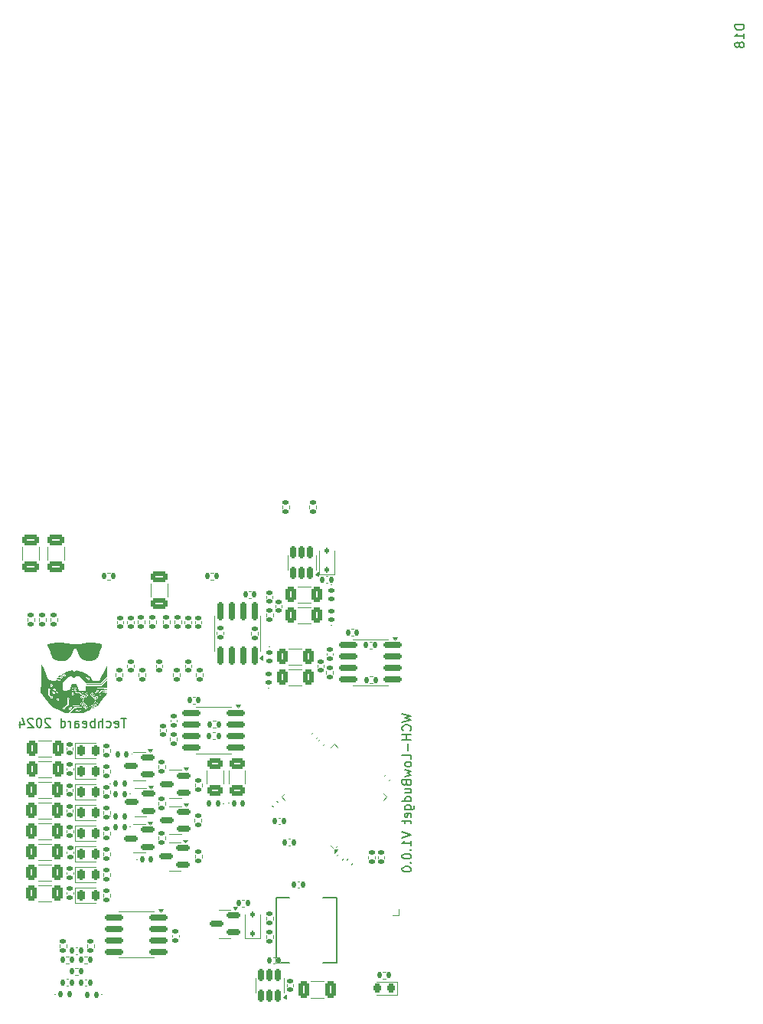
<source format=gbr>
%TF.GenerationSoftware,KiCad,Pcbnew,8.0.0*%
%TF.CreationDate,2024-03-22T12:56:57+01:00*%
%TF.ProjectId,WCH-ETH-LOW,5743482d-4554-4482-9d4c-4f572e6b6963,rev?*%
%TF.SameCoordinates,Original*%
%TF.FileFunction,Legend,Bot*%
%TF.FilePolarity,Positive*%
%FSLAX46Y46*%
G04 Gerber Fmt 4.6, Leading zero omitted, Abs format (unit mm)*
G04 Created by KiCad (PCBNEW 8.0.0) date 2024-03-22 12:56:57*
%MOMM*%
%LPD*%
G01*
G04 APERTURE LIST*
G04 Aperture macros list*
%AMRoundRect*
0 Rectangle with rounded corners*
0 $1 Rounding radius*
0 $2 $3 $4 $5 $6 $7 $8 $9 X,Y pos of 4 corners*
0 Add a 4 corners polygon primitive as box body*
4,1,4,$2,$3,$4,$5,$6,$7,$8,$9,$2,$3,0*
0 Add four circle primitives for the rounded corners*
1,1,$1+$1,$2,$3*
1,1,$1+$1,$4,$5*
1,1,$1+$1,$6,$7*
1,1,$1+$1,$8,$9*
0 Add four rect primitives between the rounded corners*
20,1,$1+$1,$2,$3,$4,$5,0*
20,1,$1+$1,$4,$5,$6,$7,0*
20,1,$1+$1,$6,$7,$8,$9,0*
20,1,$1+$1,$8,$9,$2,$3,0*%
%AMRotRect*
0 Rectangle, with rotation*
0 The origin of the aperture is its center*
0 $1 length*
0 $2 width*
0 $3 Rotation angle, in degrees counterclockwise*
0 Add horizontal line*
21,1,$1,$2,0,0,$3*%
G04 Aperture macros list end*
%ADD10C,0.000000*%
%ADD11C,0.150000*%
%ADD12C,0.120000*%
%ADD13C,0.100000*%
%ADD14C,0.650000*%
%ADD15O,1.000000X2.100000*%
%ADD16O,1.000000X1.600000*%
%ADD17C,3.200000*%
%ADD18C,3.600000*%
%ADD19C,5.600000*%
%ADD20C,2.500000*%
%ADD21C,1.520000*%
%ADD22C,3.300000*%
%ADD23C,1.524000*%
%ADD24RoundRect,0.140000X0.021213X-0.219203X0.219203X-0.021213X-0.021213X0.219203X-0.219203X0.021213X0*%
%ADD25RoundRect,0.250000X-0.312500X-0.625000X0.312500X-0.625000X0.312500X0.625000X-0.312500X0.625000X0*%
%ADD26RoundRect,0.112500X0.112500X-0.187500X0.112500X0.187500X-0.112500X0.187500X-0.112500X-0.187500X0*%
%ADD27RoundRect,0.140000X-0.170000X0.140000X-0.170000X-0.140000X0.170000X-0.140000X0.170000X0.140000X0*%
%ADD28RoundRect,0.140000X0.140000X0.170000X-0.140000X0.170000X-0.140000X-0.170000X0.140000X-0.170000X0*%
%ADD29RoundRect,0.150000X0.587500X0.150000X-0.587500X0.150000X-0.587500X-0.150000X0.587500X-0.150000X0*%
%ADD30RoundRect,0.140000X-0.140000X-0.170000X0.140000X-0.170000X0.140000X0.170000X-0.140000X0.170000X0*%
%ADD31RoundRect,0.250000X0.312500X0.625000X-0.312500X0.625000X-0.312500X-0.625000X0.312500X-0.625000X0*%
%ADD32RoundRect,0.250000X0.325000X0.650000X-0.325000X0.650000X-0.325000X-0.650000X0.325000X-0.650000X0*%
%ADD33RoundRect,0.135000X0.185000X-0.135000X0.185000X0.135000X-0.185000X0.135000X-0.185000X-0.135000X0*%
%ADD34RoundRect,0.147500X0.147500X0.172500X-0.147500X0.172500X-0.147500X-0.172500X0.147500X-0.172500X0*%
%ADD35RoundRect,0.250000X-0.625000X0.312500X-0.625000X-0.312500X0.625000X-0.312500X0.625000X0.312500X0*%
%ADD36RoundRect,0.147500X-0.147500X-0.172500X0.147500X-0.172500X0.147500X0.172500X-0.147500X0.172500X0*%
%ADD37RoundRect,0.135000X0.135000X0.185000X-0.135000X0.185000X-0.135000X-0.185000X0.135000X-0.185000X0*%
%ADD38RoundRect,0.135000X-0.135000X-0.185000X0.135000X-0.185000X0.135000X0.185000X-0.135000X0.185000X0*%
%ADD39RoundRect,0.218750X0.218750X0.256250X-0.218750X0.256250X-0.218750X-0.256250X0.218750X-0.256250X0*%
%ADD40RoundRect,0.050000X-0.220971X-0.291682X0.291682X0.220971X0.220971X0.291682X-0.291682X-0.220971X0*%
%ADD41RoundRect,0.050000X0.220971X-0.291682X0.291682X-0.220971X-0.220971X0.291682X-0.291682X0.220971X0*%
%ADD42RotRect,5.200000X5.200000X45.000000*%
%ADD43RoundRect,0.250000X0.650000X-0.325000X0.650000X0.325000X-0.650000X0.325000X-0.650000X-0.325000X0*%
%ADD44RoundRect,0.140000X-0.021213X0.219203X-0.219203X0.021213X0.021213X-0.219203X0.219203X-0.021213X0*%
%ADD45RoundRect,0.150000X0.150000X-0.512500X0.150000X0.512500X-0.150000X0.512500X-0.150000X-0.512500X0*%
%ADD46RoundRect,0.135000X-0.185000X0.135000X-0.185000X-0.135000X0.185000X-0.135000X0.185000X0.135000X0*%
%ADD47RoundRect,0.140000X0.219203X0.021213X0.021213X0.219203X-0.219203X-0.021213X-0.021213X-0.219203X0*%
%ADD48RoundRect,0.140000X0.170000X-0.140000X0.170000X0.140000X-0.170000X0.140000X-0.170000X-0.140000X0*%
%ADD49RoundRect,0.200000X-0.200000X-0.400000X0.200000X-0.400000X0.200000X0.400000X-0.200000X0.400000X0*%
%ADD50RoundRect,0.250000X-0.650000X0.325000X-0.650000X-0.325000X0.650000X-0.325000X0.650000X0.325000X0*%
%ADD51RoundRect,0.150000X0.825000X0.150000X-0.825000X0.150000X-0.825000X-0.150000X0.825000X-0.150000X0*%
%ADD52RoundRect,0.147500X-0.172500X0.147500X-0.172500X-0.147500X0.172500X-0.147500X0.172500X0.147500X0*%
%ADD53C,0.990600*%
%ADD54C,0.787400*%
%ADD55RoundRect,0.150000X0.150000X-0.825000X0.150000X0.825000X-0.150000X0.825000X-0.150000X-0.825000X0*%
%ADD56R,3.500000X2.350000*%
%ADD57RoundRect,0.147500X0.172500X-0.147500X0.172500X0.147500X-0.172500X0.147500X-0.172500X-0.147500X0*%
G04 APERTURE END LIST*
D10*
G36*
X77718511Y-96290938D02*
G01*
X77721598Y-96291230D01*
X77724672Y-96291752D01*
X77727718Y-96292499D01*
X77730724Y-96293465D01*
X77733678Y-96294644D01*
X77736568Y-96296031D01*
X77739379Y-96297619D01*
X77742101Y-96299403D01*
X77744720Y-96301376D01*
X77747223Y-96303534D01*
X77749599Y-96305870D01*
X77751834Y-96308379D01*
X77753916Y-96311054D01*
X77755833Y-96313890D01*
X77757571Y-96316881D01*
X77759118Y-96320022D01*
X77760462Y-96323305D01*
X77761589Y-96326727D01*
X77762488Y-96330280D01*
X77763146Y-96333959D01*
X77763550Y-96337758D01*
X77763687Y-96341671D01*
X77763626Y-96343415D01*
X77763444Y-96345170D01*
X77763145Y-96346935D01*
X77762731Y-96348704D01*
X77762208Y-96350476D01*
X77761577Y-96352246D01*
X77760843Y-96354012D01*
X77760008Y-96355769D01*
X77758052Y-96359244D01*
X77755734Y-96362647D01*
X77753084Y-96365948D01*
X77750128Y-96369122D01*
X77746892Y-96372140D01*
X77743405Y-96374977D01*
X77739692Y-96377604D01*
X77735782Y-96379994D01*
X77731702Y-96382122D01*
X77727478Y-96383958D01*
X77723138Y-96385476D01*
X77720932Y-96386108D01*
X77718708Y-96386650D01*
X77714330Y-96387211D01*
X77710126Y-96387414D01*
X77706103Y-96387276D01*
X77702265Y-96386811D01*
X77698617Y-96386033D01*
X77695163Y-96384959D01*
X77691909Y-96383602D01*
X77688860Y-96381979D01*
X77686020Y-96380104D01*
X77683394Y-96377991D01*
X77680987Y-96375657D01*
X77678804Y-96373116D01*
X77676849Y-96370384D01*
X77675128Y-96367474D01*
X77673646Y-96364403D01*
X77672406Y-96361184D01*
X77671415Y-96357834D01*
X77670676Y-96354368D01*
X77670196Y-96350799D01*
X77669977Y-96347144D01*
X77670027Y-96343417D01*
X77670348Y-96339633D01*
X77670947Y-96335808D01*
X77671827Y-96331956D01*
X77672995Y-96328093D01*
X77674454Y-96324233D01*
X77676209Y-96320391D01*
X77678266Y-96316582D01*
X77680629Y-96312823D01*
X77683303Y-96309126D01*
X77686293Y-96305508D01*
X77689604Y-96301984D01*
X77692145Y-96299650D01*
X77694796Y-96297604D01*
X77697547Y-96295842D01*
X77700384Y-96294356D01*
X77703294Y-96293142D01*
X77706266Y-96292194D01*
X77709286Y-96291505D01*
X77712342Y-96291070D01*
X77715421Y-96290883D01*
X77718511Y-96290938D01*
G37*
G36*
X81767432Y-96660095D02*
G01*
X81770935Y-96660715D01*
X81774589Y-96661728D01*
X81778409Y-96663140D01*
X81782407Y-96664954D01*
X81786596Y-96667177D01*
X81790990Y-96669812D01*
X81795602Y-96672865D01*
X81805529Y-96680243D01*
X81816484Y-96689350D01*
X81828571Y-96700224D01*
X81841894Y-96712904D01*
X81856558Y-96727429D01*
X81872667Y-96743837D01*
X81885324Y-96757122D01*
X81896531Y-96769247D01*
X81906327Y-96780295D01*
X81910709Y-96785440D01*
X81914752Y-96790346D01*
X81918462Y-96795024D01*
X81921843Y-96799484D01*
X81924901Y-96803734D01*
X81927640Y-96807787D01*
X81930065Y-96811652D01*
X81932181Y-96815339D01*
X81933993Y-96818859D01*
X81935505Y-96822221D01*
X81936723Y-96825435D01*
X81937651Y-96828513D01*
X81938294Y-96831463D01*
X81938657Y-96834297D01*
X81938745Y-96837025D01*
X81938563Y-96839655D01*
X81938115Y-96842200D01*
X81937407Y-96844669D01*
X81936443Y-96847071D01*
X81935227Y-96849418D01*
X81933766Y-96851720D01*
X81932064Y-96853986D01*
X81930125Y-96856227D01*
X81927954Y-96858453D01*
X81925557Y-96860674D01*
X81922937Y-96862900D01*
X81917501Y-96866926D01*
X81914787Y-96868605D01*
X81912065Y-96870057D01*
X81909327Y-96871279D01*
X81906566Y-96872266D01*
X81903775Y-96873016D01*
X81900944Y-96873525D01*
X81898067Y-96873790D01*
X81895136Y-96873807D01*
X81892142Y-96873574D01*
X81889079Y-96873086D01*
X81885939Y-96872340D01*
X81882713Y-96871333D01*
X81879394Y-96870062D01*
X81875974Y-96868523D01*
X81872446Y-96866712D01*
X81868801Y-96864627D01*
X81861133Y-96859619D01*
X81852906Y-96853471D01*
X81844059Y-96846157D01*
X81834530Y-96837649D01*
X81824257Y-96827920D01*
X81813177Y-96816944D01*
X81801230Y-96804692D01*
X81792492Y-96795245D01*
X81784161Y-96785794D01*
X81776272Y-96776397D01*
X81768859Y-96767113D01*
X81761959Y-96757999D01*
X81755604Y-96749114D01*
X81749831Y-96740516D01*
X81744675Y-96732262D01*
X81740169Y-96724412D01*
X81736350Y-96717023D01*
X81733251Y-96710153D01*
X81730908Y-96703861D01*
X81730031Y-96700950D01*
X81729356Y-96698204D01*
X81728887Y-96695633D01*
X81728629Y-96693242D01*
X81728586Y-96691039D01*
X81728763Y-96689031D01*
X81729164Y-96687225D01*
X81729792Y-96685630D01*
X81735204Y-96677854D01*
X81740597Y-96671419D01*
X81743319Y-96668716D01*
X81746076Y-96666363D01*
X81748880Y-96664365D01*
X81751744Y-96662726D01*
X81754682Y-96661452D01*
X81757707Y-96660547D01*
X81760831Y-96660016D01*
X81764069Y-96659864D01*
X81767432Y-96660095D01*
G37*
G36*
X83053419Y-97162724D02*
G01*
X83056544Y-97163255D01*
X83059568Y-97164160D01*
X83062506Y-97165435D01*
X83065371Y-97167073D01*
X83068175Y-97169072D01*
X83070931Y-97171424D01*
X83073653Y-97174127D01*
X83076354Y-97177174D01*
X83079046Y-97180562D01*
X83081743Y-97184285D01*
X83084458Y-97188338D01*
X83085087Y-97189933D01*
X83085487Y-97191739D01*
X83085664Y-97193747D01*
X83085621Y-97195950D01*
X83084894Y-97200913D01*
X83083342Y-97206569D01*
X83080999Y-97212861D01*
X83077901Y-97219731D01*
X83074081Y-97227120D01*
X83069576Y-97234971D01*
X83064419Y-97243224D01*
X83058646Y-97251822D01*
X83052292Y-97260707D01*
X83045391Y-97269821D01*
X83037979Y-97279106D01*
X83030090Y-97288502D01*
X83021759Y-97297953D01*
X83013021Y-97307401D01*
X83001073Y-97319652D01*
X82989994Y-97330629D01*
X82979721Y-97340358D01*
X82970192Y-97348866D01*
X82965687Y-97352670D01*
X82961345Y-97356180D01*
X82957158Y-97359398D01*
X82953118Y-97362327D01*
X82949218Y-97364972D01*
X82945449Y-97367335D01*
X82941805Y-97369421D01*
X82938276Y-97371231D01*
X82934857Y-97372770D01*
X82931538Y-97374042D01*
X82928312Y-97375049D01*
X82925171Y-97375794D01*
X82922108Y-97376282D01*
X82919115Y-97376516D01*
X82916183Y-97376498D01*
X82913306Y-97376233D01*
X82910476Y-97375724D01*
X82907684Y-97374974D01*
X82904923Y-97373987D01*
X82902185Y-97372766D01*
X82899463Y-97371314D01*
X82896749Y-97369635D01*
X82894035Y-97367732D01*
X82891313Y-97365609D01*
X82886296Y-97361161D01*
X82882186Y-97356694D01*
X82880484Y-97354428D01*
X82879023Y-97352127D01*
X82877807Y-97349780D01*
X82876843Y-97347377D01*
X82876135Y-97344908D01*
X82875687Y-97342364D01*
X82875505Y-97339733D01*
X82875593Y-97337006D01*
X82875956Y-97334172D01*
X82876599Y-97331221D01*
X82877527Y-97328144D01*
X82878745Y-97324929D01*
X82880257Y-97321567D01*
X82882069Y-97318048D01*
X82886610Y-97310496D01*
X82892407Y-97302192D01*
X82899498Y-97293055D01*
X82907923Y-97283003D01*
X82917719Y-97271955D01*
X82928927Y-97259830D01*
X82941584Y-97246546D01*
X82957693Y-97230137D01*
X82972357Y-97215612D01*
X82979179Y-97209044D01*
X82985680Y-97202932D01*
X82991871Y-97197272D01*
X82997766Y-97192058D01*
X83003379Y-97187286D01*
X83008721Y-97182952D01*
X83013807Y-97179049D01*
X83018649Y-97175574D01*
X83023260Y-97172521D01*
X83027654Y-97169885D01*
X83031843Y-97167663D01*
X83035841Y-97165848D01*
X83039661Y-97164436D01*
X83043316Y-97163423D01*
X83046818Y-97162803D01*
X83050182Y-97162572D01*
X83053419Y-97162724D01*
G37*
G36*
X82100393Y-95147563D02*
G01*
X82103928Y-95147956D01*
X82107399Y-95148568D01*
X82110792Y-95149392D01*
X82114091Y-95150427D01*
X82117284Y-95151666D01*
X82120354Y-95153105D01*
X82123287Y-95154741D01*
X82126069Y-95156569D01*
X82128686Y-95158584D01*
X82131122Y-95160782D01*
X82133364Y-95163159D01*
X82135396Y-95165710D01*
X82137205Y-95168432D01*
X82138775Y-95171319D01*
X82140092Y-95174368D01*
X82141142Y-95177573D01*
X82141910Y-95180931D01*
X82142381Y-95184438D01*
X82142542Y-95188088D01*
X82142495Y-95190064D01*
X82142358Y-95192022D01*
X82142132Y-95193958D01*
X82141818Y-95195870D01*
X82141419Y-95197755D01*
X82140937Y-95199610D01*
X82140373Y-95201432D01*
X82139730Y-95203219D01*
X82139010Y-95204966D01*
X82138214Y-95206672D01*
X82137344Y-95208333D01*
X82136403Y-95209947D01*
X82135391Y-95211510D01*
X82134312Y-95213020D01*
X82133167Y-95214474D01*
X82131958Y-95215869D01*
X82130687Y-95217202D01*
X82129356Y-95218470D01*
X82127967Y-95219670D01*
X82126522Y-95220799D01*
X82125022Y-95221855D01*
X82123471Y-95222834D01*
X82121868Y-95223733D01*
X82120218Y-95224551D01*
X82118520Y-95225283D01*
X82116778Y-95225927D01*
X82114994Y-95226479D01*
X82113169Y-95226938D01*
X82111305Y-95227300D01*
X82109404Y-95227562D01*
X82107469Y-95227722D01*
X82105500Y-95227775D01*
X82101331Y-95227668D01*
X82097261Y-95227353D01*
X82093299Y-95226838D01*
X82089449Y-95226132D01*
X82085720Y-95225244D01*
X82082118Y-95224182D01*
X82078649Y-95222956D01*
X82075321Y-95221574D01*
X82072140Y-95220045D01*
X82069113Y-95218377D01*
X82066248Y-95216579D01*
X82063549Y-95214660D01*
X82061025Y-95212628D01*
X82058683Y-95210493D01*
X82056528Y-95208263D01*
X82054568Y-95205947D01*
X82052809Y-95203553D01*
X82051259Y-95201091D01*
X82049924Y-95198568D01*
X82048811Y-95195994D01*
X82047926Y-95193378D01*
X82047277Y-95190727D01*
X82046871Y-95188051D01*
X82046713Y-95185359D01*
X82046811Y-95182659D01*
X82047171Y-95179960D01*
X82047801Y-95177271D01*
X82048707Y-95174600D01*
X82049896Y-95171956D01*
X82051375Y-95169348D01*
X82053150Y-95166785D01*
X82055229Y-95164275D01*
X82058273Y-95161437D01*
X82061442Y-95158874D01*
X82064721Y-95156582D01*
X82068096Y-95154555D01*
X82071553Y-95152790D01*
X82075077Y-95151282D01*
X82078653Y-95150027D01*
X82082266Y-95149020D01*
X82085903Y-95148258D01*
X82089549Y-95147736D01*
X82093189Y-95147448D01*
X82096808Y-95147393D01*
X82100393Y-95147563D01*
G37*
G36*
X82742598Y-97955686D02*
G01*
X82745761Y-97956097D01*
X82749103Y-97956828D01*
X82752637Y-97957883D01*
X82756375Y-97959267D01*
X82764516Y-97963040D01*
X82773625Y-97968182D01*
X82783804Y-97974726D01*
X82795153Y-97982708D01*
X82807774Y-97992163D01*
X82821766Y-98003125D01*
X82854271Y-98029713D01*
X82866119Y-98039858D01*
X82876874Y-98049484D01*
X82886560Y-98058630D01*
X82895199Y-98067333D01*
X82902815Y-98075634D01*
X82906246Y-98079645D01*
X82909431Y-98083570D01*
X82912371Y-98087414D01*
X82915070Y-98091181D01*
X82917530Y-98094876D01*
X82919755Y-98098505D01*
X82921748Y-98102071D01*
X82923511Y-98105581D01*
X82925047Y-98109038D01*
X82926360Y-98112447D01*
X82927451Y-98115814D01*
X82928325Y-98119143D01*
X82928983Y-98122439D01*
X82929429Y-98125707D01*
X82929666Y-98128952D01*
X82929697Y-98132178D01*
X82929524Y-98135391D01*
X82929150Y-98138595D01*
X82928579Y-98141795D01*
X82927813Y-98144997D01*
X82926855Y-98148204D01*
X82925708Y-98151421D01*
X82922743Y-98158792D01*
X82919719Y-98164991D01*
X82918148Y-98167635D01*
X82916517Y-98169967D01*
X82914812Y-98171978D01*
X82913017Y-98173663D01*
X82911117Y-98175014D01*
X82909098Y-98176026D01*
X82906944Y-98176690D01*
X82904640Y-98177001D01*
X82902172Y-98176951D01*
X82899523Y-98176535D01*
X82896680Y-98175744D01*
X82893628Y-98174572D01*
X82890350Y-98173013D01*
X82886833Y-98171059D01*
X82879019Y-98165942D01*
X82870065Y-98159166D01*
X82859852Y-98150677D01*
X82848259Y-98140420D01*
X82835166Y-98128342D01*
X82804000Y-98098504D01*
X82793310Y-98088097D01*
X82783097Y-98077751D01*
X82773403Y-98067530D01*
X82764271Y-98057494D01*
X82755744Y-98047706D01*
X82747864Y-98038229D01*
X82740674Y-98029124D01*
X82734216Y-98020452D01*
X82728534Y-98012277D01*
X82723669Y-98004660D01*
X82719665Y-97997663D01*
X82716564Y-97991348D01*
X82715365Y-97988466D01*
X82714408Y-97985777D01*
X82713698Y-97983290D01*
X82713241Y-97981013D01*
X82713041Y-97978952D01*
X82713105Y-97977116D01*
X82713436Y-97975513D01*
X82714042Y-97974150D01*
X82718058Y-97968234D01*
X82722238Y-97963407D01*
X82724420Y-97961412D01*
X82726681Y-97959703D01*
X82729032Y-97958284D01*
X82731488Y-97957159D01*
X82734060Y-97956332D01*
X82736760Y-97955808D01*
X82739602Y-97955592D01*
X82742598Y-97955686D01*
G37*
G36*
X82931599Y-97797803D02*
G01*
X82935101Y-97798423D01*
X82938756Y-97799437D01*
X82942576Y-97800848D01*
X82946574Y-97802663D01*
X82950763Y-97804885D01*
X82955157Y-97807521D01*
X82959768Y-97810574D01*
X82969696Y-97817952D01*
X82980651Y-97827058D01*
X82992737Y-97837932D01*
X83006060Y-97850612D01*
X83020724Y-97865137D01*
X83036833Y-97881546D01*
X83049490Y-97894830D01*
X83060697Y-97906955D01*
X83070494Y-97918003D01*
X83074875Y-97923149D01*
X83078919Y-97928055D01*
X83082628Y-97932733D01*
X83086010Y-97937192D01*
X83089068Y-97941443D01*
X83091807Y-97945496D01*
X83094232Y-97949361D01*
X83096348Y-97953048D01*
X83098160Y-97956567D01*
X83099672Y-97959929D01*
X83100890Y-97963144D01*
X83101818Y-97966221D01*
X83102461Y-97969172D01*
X83102824Y-97972006D01*
X83102912Y-97974733D01*
X83102730Y-97977364D01*
X83102282Y-97979909D01*
X83101574Y-97982377D01*
X83100609Y-97984780D01*
X83099394Y-97987127D01*
X83097933Y-97989428D01*
X83096230Y-97991694D01*
X83094291Y-97993935D01*
X83092121Y-97996161D01*
X83089724Y-97998382D01*
X83087104Y-98000609D01*
X83081668Y-98004635D01*
X83078954Y-98006314D01*
X83076232Y-98007766D01*
X83073494Y-98008987D01*
X83070733Y-98009975D01*
X83067941Y-98010724D01*
X83065111Y-98011234D01*
X83062234Y-98011498D01*
X83059303Y-98011516D01*
X83056309Y-98011282D01*
X83053246Y-98010794D01*
X83050105Y-98010049D01*
X83046880Y-98009042D01*
X83043561Y-98007771D01*
X83040141Y-98006231D01*
X83036613Y-98004421D01*
X83032968Y-98002336D01*
X83025299Y-97997327D01*
X83017073Y-97991180D01*
X83008225Y-97983866D01*
X82998696Y-97975358D01*
X82988423Y-97965629D01*
X82977344Y-97954652D01*
X82965396Y-97942401D01*
X82956658Y-97932954D01*
X82948327Y-97923503D01*
X82940438Y-97914106D01*
X82933026Y-97904822D01*
X82926125Y-97895708D01*
X82919771Y-97886823D01*
X82913998Y-97878224D01*
X82908841Y-97869971D01*
X82904336Y-97862121D01*
X82900516Y-97854732D01*
X82897417Y-97847862D01*
X82895075Y-97841570D01*
X82894197Y-97838658D01*
X82893522Y-97835913D01*
X82893054Y-97833341D01*
X82892796Y-97830950D01*
X82892753Y-97828747D01*
X82892929Y-97826739D01*
X82893330Y-97824934D01*
X82893958Y-97823338D01*
X82899371Y-97815562D01*
X82904764Y-97809127D01*
X82907486Y-97806424D01*
X82910242Y-97804072D01*
X82913046Y-97802073D01*
X82915911Y-97800435D01*
X82918849Y-97799160D01*
X82921873Y-97798255D01*
X82924998Y-97797724D01*
X82928235Y-97797572D01*
X82931599Y-97797803D01*
G37*
G36*
X81760071Y-98114720D02*
G01*
X81762750Y-98115200D01*
X81765304Y-98115992D01*
X81767746Y-98117089D01*
X81770087Y-98118488D01*
X81772341Y-98120182D01*
X81774518Y-98122167D01*
X81776631Y-98124436D01*
X81778693Y-98126985D01*
X81780714Y-98129808D01*
X81782708Y-98132900D01*
X81783314Y-98134263D01*
X81783646Y-98135866D01*
X81783709Y-98137702D01*
X81783509Y-98139763D01*
X81782342Y-98144527D01*
X81780186Y-98150098D01*
X81777085Y-98156413D01*
X81773081Y-98163410D01*
X81768216Y-98171027D01*
X81762534Y-98179202D01*
X81756076Y-98187874D01*
X81748886Y-98196979D01*
X81741006Y-98206456D01*
X81732479Y-98216244D01*
X81723347Y-98226279D01*
X81713653Y-98236501D01*
X81703440Y-98246847D01*
X81692750Y-98257254D01*
X81677606Y-98271803D01*
X81663868Y-98284715D01*
X81657501Y-98290570D01*
X81651456Y-98296031D01*
X81645722Y-98301102D01*
X81640288Y-98305789D01*
X81635145Y-98310096D01*
X81630283Y-98314028D01*
X81625691Y-98317589D01*
X81621359Y-98320786D01*
X81617277Y-98323621D01*
X81613435Y-98326102D01*
X81609823Y-98328231D01*
X81606430Y-98330015D01*
X81603246Y-98331458D01*
X81600261Y-98332564D01*
X81597466Y-98333339D01*
X81596136Y-98333604D01*
X81594849Y-98333787D01*
X81593604Y-98333891D01*
X81592401Y-98333914D01*
X81591237Y-98333859D01*
X81590111Y-98333724D01*
X81589022Y-98333512D01*
X81587969Y-98333222D01*
X81586951Y-98332856D01*
X81585966Y-98332413D01*
X81585013Y-98331895D01*
X81584090Y-98331301D01*
X81583197Y-98330634D01*
X81582332Y-98329892D01*
X81581494Y-98329078D01*
X81580682Y-98328191D01*
X81579129Y-98326201D01*
X81577663Y-98323929D01*
X81576274Y-98321379D01*
X81574952Y-98318555D01*
X81573687Y-98315463D01*
X81572563Y-98312936D01*
X81571670Y-98310317D01*
X81571007Y-98307607D01*
X81570571Y-98304807D01*
X81570363Y-98301918D01*
X81570379Y-98298941D01*
X81570620Y-98295876D01*
X81571083Y-98292726D01*
X81571767Y-98289489D01*
X81572670Y-98286169D01*
X81575129Y-98279279D01*
X81578449Y-98272064D01*
X81582617Y-98264531D01*
X81587623Y-98256688D01*
X81593454Y-98248542D01*
X81600099Y-98240102D01*
X81607546Y-98231375D01*
X81615784Y-98222369D01*
X81624800Y-98213092D01*
X81634585Y-98203551D01*
X81645125Y-98193755D01*
X81661698Y-98178741D01*
X81676756Y-98165420D01*
X81690395Y-98153751D01*
X81696713Y-98148522D01*
X81702713Y-98143690D01*
X81708407Y-98139250D01*
X81713806Y-98135195D01*
X81718924Y-98131522D01*
X81723771Y-98128224D01*
X81728361Y-98125295D01*
X81732706Y-98122732D01*
X81736816Y-98120528D01*
X81740706Y-98118679D01*
X81744386Y-98117178D01*
X81747869Y-98116021D01*
X81751167Y-98115202D01*
X81754292Y-98114715D01*
X81757256Y-98114556D01*
X81760071Y-98114720D01*
G37*
G36*
X78724166Y-97410795D02*
G01*
X78727238Y-97411112D01*
X78730042Y-97411627D01*
X78732544Y-97412335D01*
X78733671Y-97412761D01*
X78734709Y-97413234D01*
X78738035Y-97415587D01*
X78741070Y-97418168D01*
X78743821Y-97420958D01*
X78746289Y-97423936D01*
X78748481Y-97427083D01*
X78750399Y-97430378D01*
X78752050Y-97433802D01*
X78753436Y-97437336D01*
X78754563Y-97440958D01*
X78755434Y-97444650D01*
X78756054Y-97448391D01*
X78756428Y-97452161D01*
X78756560Y-97455942D01*
X78756453Y-97459712D01*
X78756113Y-97463452D01*
X78755544Y-97467142D01*
X78754750Y-97470763D01*
X78753736Y-97474294D01*
X78752506Y-97477715D01*
X78751064Y-97481007D01*
X78749415Y-97484150D01*
X78747562Y-97487124D01*
X78745511Y-97489908D01*
X78743266Y-97492484D01*
X78740831Y-97494832D01*
X78738210Y-97496931D01*
X78735408Y-97498761D01*
X78732429Y-97500303D01*
X78729278Y-97501537D01*
X78725959Y-97502443D01*
X78722476Y-97503001D01*
X78718833Y-97503192D01*
X78713711Y-97503032D01*
X78708766Y-97502562D01*
X78704006Y-97501799D01*
X78699439Y-97500758D01*
X78695071Y-97499455D01*
X78690911Y-97497907D01*
X78686964Y-97496129D01*
X78683239Y-97494138D01*
X78679742Y-97491949D01*
X78676481Y-97489578D01*
X78673464Y-97487042D01*
X78670697Y-97484356D01*
X78668187Y-97481536D01*
X78665943Y-97478598D01*
X78663971Y-97475559D01*
X78662279Y-97472434D01*
X78660873Y-97469239D01*
X78659761Y-97465991D01*
X78658951Y-97462704D01*
X78658449Y-97459396D01*
X78658264Y-97456082D01*
X78658401Y-97452778D01*
X78658869Y-97449501D01*
X78659674Y-97446265D01*
X78660825Y-97443088D01*
X78662327Y-97439985D01*
X78664189Y-97436972D01*
X78666418Y-97434065D01*
X78669021Y-97431280D01*
X78672005Y-97428633D01*
X78675377Y-97426140D01*
X78679146Y-97423817D01*
X78680905Y-97422608D01*
X78682706Y-97421460D01*
X78686417Y-97419347D01*
X78690244Y-97417475D01*
X78694153Y-97415838D01*
X78698108Y-97414435D01*
X78702075Y-97413260D01*
X78706018Y-97412309D01*
X78709904Y-97411580D01*
X78713696Y-97411068D01*
X78717361Y-97410769D01*
X78720862Y-97410679D01*
X78724166Y-97410795D01*
G37*
G36*
X78286085Y-96290274D02*
G01*
X78288342Y-96290396D01*
X78290664Y-96290624D01*
X78293051Y-96290958D01*
X78295500Y-96291400D01*
X78300561Y-96292499D01*
X78305326Y-96293801D01*
X78309793Y-96295293D01*
X78313959Y-96296961D01*
X78317823Y-96298792D01*
X78321382Y-96300772D01*
X78324636Y-96302888D01*
X78327581Y-96305126D01*
X78330216Y-96307472D01*
X78332539Y-96309913D01*
X78334548Y-96312436D01*
X78336242Y-96315027D01*
X78337617Y-96317672D01*
X78338673Y-96320357D01*
X78339407Y-96323070D01*
X78339818Y-96325796D01*
X78339903Y-96328522D01*
X78339660Y-96331235D01*
X78339088Y-96333921D01*
X78338185Y-96336565D01*
X78336948Y-96339156D01*
X78335376Y-96341679D01*
X78333467Y-96344120D01*
X78331219Y-96346467D01*
X78328630Y-96348705D01*
X78325697Y-96350820D01*
X78322420Y-96352801D01*
X78318796Y-96354632D01*
X78314823Y-96356300D01*
X78310499Y-96357792D01*
X78305823Y-96359093D01*
X78300792Y-96360192D01*
X78298094Y-96360634D01*
X78295461Y-96360968D01*
X78292892Y-96361196D01*
X78290389Y-96361318D01*
X78287955Y-96361336D01*
X78285589Y-96361250D01*
X78283294Y-96361061D01*
X78281072Y-96360771D01*
X78278923Y-96360379D01*
X78276849Y-96359888D01*
X78274852Y-96359298D01*
X78272933Y-96358611D01*
X78271093Y-96357826D01*
X78269334Y-96356945D01*
X78267658Y-96355970D01*
X78266065Y-96354900D01*
X78264558Y-96353738D01*
X78263137Y-96352483D01*
X78261805Y-96351137D01*
X78260562Y-96349702D01*
X78259410Y-96348177D01*
X78258351Y-96346564D01*
X78257385Y-96344863D01*
X78256515Y-96343077D01*
X78255742Y-96341205D01*
X78255068Y-96339249D01*
X78254493Y-96337209D01*
X78254019Y-96335088D01*
X78253649Y-96332884D01*
X78253382Y-96330601D01*
X78253221Y-96328238D01*
X78253167Y-96325796D01*
X78253213Y-96323355D01*
X78253351Y-96320992D01*
X78253581Y-96318708D01*
X78253901Y-96316505D01*
X78254309Y-96314383D01*
X78254806Y-96312344D01*
X78255390Y-96310387D01*
X78256061Y-96308516D01*
X78256816Y-96306729D01*
X78257656Y-96305029D01*
X78258579Y-96303416D01*
X78259585Y-96301891D01*
X78260672Y-96300455D01*
X78261839Y-96299109D01*
X78263086Y-96297855D01*
X78264411Y-96296692D01*
X78265814Y-96295622D01*
X78267294Y-96294647D01*
X78268849Y-96293766D01*
X78270478Y-96292982D01*
X78272182Y-96292294D01*
X78273957Y-96291704D01*
X78275805Y-96291213D01*
X78277723Y-96290822D01*
X78279711Y-96290531D01*
X78281768Y-96290342D01*
X78283893Y-96290256D01*
X78286085Y-96290274D01*
G37*
G36*
X79102546Y-94963246D02*
G01*
X79105224Y-94963405D01*
X79107864Y-94963667D01*
X79110463Y-94964029D01*
X79113018Y-94964488D01*
X79115524Y-94965041D01*
X79117979Y-94965684D01*
X79120380Y-94966417D01*
X79122722Y-94967234D01*
X79125003Y-94968133D01*
X79127219Y-94969113D01*
X79129366Y-94970168D01*
X79131442Y-94971298D01*
X79133443Y-94972498D01*
X79135365Y-94973765D01*
X79137206Y-94975098D01*
X79138961Y-94976493D01*
X79140627Y-94977947D01*
X79142202Y-94979457D01*
X79143681Y-94981020D01*
X79145061Y-94982634D01*
X79146339Y-94984295D01*
X79147511Y-94986001D01*
X79148575Y-94987749D01*
X79149525Y-94989535D01*
X79150361Y-94991357D01*
X79151077Y-94993212D01*
X79151670Y-94995097D01*
X79152137Y-94997009D01*
X79152475Y-94998946D01*
X79152681Y-95000903D01*
X79152750Y-95002879D01*
X79152681Y-95004856D01*
X79152475Y-95006813D01*
X79152137Y-95008750D01*
X79151670Y-95010662D01*
X79151077Y-95012547D01*
X79150361Y-95014402D01*
X79149525Y-95016224D01*
X79148575Y-95018010D01*
X79147511Y-95019758D01*
X79146339Y-95021464D01*
X79145061Y-95023125D01*
X79143681Y-95024739D01*
X79140627Y-95027812D01*
X79137206Y-95030661D01*
X79133443Y-95033261D01*
X79129366Y-95035591D01*
X79125003Y-95037625D01*
X79120380Y-95039342D01*
X79115524Y-95040718D01*
X79110463Y-95041730D01*
X79105224Y-95042354D01*
X79102546Y-95042513D01*
X79099833Y-95042567D01*
X79097121Y-95042513D01*
X79094443Y-95042354D01*
X79091803Y-95042092D01*
X79089204Y-95041730D01*
X79086649Y-95041271D01*
X79084143Y-95040718D01*
X79081687Y-95040074D01*
X79079287Y-95039342D01*
X79076945Y-95038525D01*
X79074664Y-95037625D01*
X79072448Y-95036646D01*
X79070300Y-95035591D01*
X79068225Y-95034461D01*
X79066224Y-95033261D01*
X79064301Y-95031993D01*
X79062461Y-95030661D01*
X79060706Y-95029266D01*
X79059039Y-95027812D01*
X79057465Y-95026302D01*
X79055986Y-95024739D01*
X79054606Y-95023125D01*
X79053328Y-95021464D01*
X79052156Y-95019758D01*
X79051092Y-95018010D01*
X79050141Y-95016224D01*
X79049306Y-95014402D01*
X79048590Y-95012547D01*
X79047997Y-95010662D01*
X79047529Y-95008750D01*
X79047191Y-95006813D01*
X79046986Y-95004856D01*
X79046917Y-95002879D01*
X79046986Y-95000903D01*
X79047191Y-94998946D01*
X79047529Y-94997009D01*
X79047997Y-94995097D01*
X79048590Y-94993212D01*
X79049306Y-94991357D01*
X79050141Y-94989535D01*
X79051092Y-94987749D01*
X79052156Y-94986001D01*
X79053328Y-94984295D01*
X79054606Y-94982634D01*
X79055986Y-94981020D01*
X79059039Y-94977947D01*
X79062461Y-94975098D01*
X79066224Y-94972498D01*
X79070300Y-94970168D01*
X79074664Y-94968133D01*
X79079287Y-94966417D01*
X79084143Y-94965041D01*
X79089204Y-94964029D01*
X79094443Y-94963405D01*
X79097121Y-94963246D01*
X79099833Y-94963192D01*
X79102546Y-94963246D01*
G37*
G36*
X79420046Y-94751579D02*
G01*
X79422724Y-94751739D01*
X79425364Y-94752001D01*
X79427963Y-94752363D01*
X79430518Y-94752821D01*
X79433024Y-94753374D01*
X79435479Y-94754018D01*
X79437880Y-94754750D01*
X79440222Y-94755567D01*
X79442503Y-94756467D01*
X79444719Y-94757446D01*
X79446866Y-94758502D01*
X79448942Y-94759631D01*
X79450943Y-94760831D01*
X79452865Y-94762099D01*
X79454706Y-94763432D01*
X79456461Y-94764826D01*
X79458127Y-94766280D01*
X79459702Y-94767790D01*
X79461181Y-94769354D01*
X79462561Y-94770967D01*
X79463839Y-94772629D01*
X79465011Y-94774334D01*
X79466075Y-94776082D01*
X79467026Y-94777868D01*
X79467861Y-94779690D01*
X79468577Y-94781545D01*
X79469170Y-94783430D01*
X79469637Y-94785343D01*
X79469976Y-94787279D01*
X79470181Y-94789237D01*
X79470250Y-94791213D01*
X79470181Y-94793189D01*
X79469976Y-94795147D01*
X79469637Y-94797083D01*
X79469170Y-94798995D01*
X79468577Y-94800880D01*
X79467861Y-94802735D01*
X79467026Y-94804558D01*
X79466075Y-94806344D01*
X79465011Y-94808091D01*
X79463839Y-94809797D01*
X79462561Y-94811458D01*
X79461181Y-94813072D01*
X79458127Y-94816145D01*
X79454706Y-94818994D01*
X79450943Y-94821595D01*
X79446866Y-94823924D01*
X79442503Y-94825959D01*
X79437880Y-94827676D01*
X79433024Y-94829052D01*
X79427963Y-94830063D01*
X79422724Y-94830687D01*
X79420046Y-94830846D01*
X79417333Y-94830900D01*
X79414621Y-94830846D01*
X79411943Y-94830687D01*
X79409303Y-94830425D01*
X79406704Y-94830063D01*
X79404149Y-94829604D01*
X79401642Y-94829052D01*
X79399187Y-94828408D01*
X79396787Y-94827676D01*
X79394444Y-94826858D01*
X79392164Y-94825959D01*
X79389948Y-94824980D01*
X79387800Y-94823924D01*
X79385724Y-94822795D01*
X79383724Y-94821595D01*
X79381801Y-94820327D01*
X79379961Y-94818994D01*
X79378206Y-94817599D01*
X79376539Y-94816145D01*
X79374965Y-94814635D01*
X79373486Y-94813072D01*
X79372106Y-94811458D01*
X79370828Y-94809797D01*
X79369656Y-94808091D01*
X79368592Y-94806344D01*
X79367641Y-94804558D01*
X79366806Y-94802735D01*
X79366090Y-94800880D01*
X79365497Y-94798995D01*
X79365029Y-94797083D01*
X79364691Y-94795147D01*
X79364486Y-94793189D01*
X79364417Y-94791213D01*
X79364486Y-94789237D01*
X79364691Y-94787279D01*
X79365029Y-94785343D01*
X79365497Y-94783430D01*
X79366090Y-94781545D01*
X79366806Y-94779690D01*
X79367641Y-94777868D01*
X79368592Y-94776082D01*
X79369656Y-94774334D01*
X79370828Y-94772629D01*
X79372106Y-94770967D01*
X79373486Y-94769354D01*
X79376539Y-94766280D01*
X79379961Y-94763432D01*
X79383724Y-94760831D01*
X79387800Y-94758502D01*
X79392164Y-94756467D01*
X79396787Y-94754750D01*
X79401642Y-94753374D01*
X79406704Y-94752363D01*
X79411943Y-94751739D01*
X79414621Y-94751579D01*
X79417333Y-94751525D01*
X79420046Y-94751579D01*
G37*
G36*
X81436580Y-96991817D02*
G01*
X81439570Y-96992282D01*
X81442685Y-96993052D01*
X81445937Y-96994131D01*
X81449334Y-96995523D01*
X81452885Y-96997233D01*
X81456602Y-96999265D01*
X81464568Y-97004313D01*
X81473309Y-97010702D01*
X81482903Y-97018467D01*
X81493427Y-97027643D01*
X81504958Y-97038264D01*
X81517575Y-97050366D01*
X81531354Y-97063984D01*
X81544537Y-97077328D01*
X81556324Y-97089625D01*
X81566747Y-97100946D01*
X81575837Y-97111360D01*
X81579892Y-97116249D01*
X81583625Y-97120937D01*
X81587040Y-97125434D01*
X81590141Y-97129747D01*
X81592932Y-97133886D01*
X81595417Y-97137859D01*
X81597600Y-97141675D01*
X81599484Y-97145343D01*
X81601074Y-97148871D01*
X81602373Y-97152269D01*
X81603385Y-97155544D01*
X81604114Y-97158706D01*
X81604565Y-97161764D01*
X81604740Y-97164725D01*
X81604644Y-97167600D01*
X81604280Y-97170396D01*
X81603653Y-97173122D01*
X81602766Y-97175787D01*
X81601623Y-97178400D01*
X81600229Y-97180969D01*
X81598586Y-97183503D01*
X81596699Y-97186011D01*
X81594572Y-97188502D01*
X81592208Y-97190984D01*
X81587359Y-97194800D01*
X81581786Y-97197363D01*
X81575555Y-97198736D01*
X81568732Y-97198983D01*
X81561384Y-97198168D01*
X81553577Y-97196356D01*
X81545378Y-97193609D01*
X81536853Y-97189992D01*
X81528068Y-97185568D01*
X81519090Y-97180403D01*
X81509984Y-97174559D01*
X81500819Y-97168101D01*
X81482571Y-97153598D01*
X81464878Y-97137406D01*
X81448270Y-97120034D01*
X81433278Y-97101997D01*
X81426554Y-97092888D01*
X81420433Y-97083804D01*
X81414981Y-97074809D01*
X81410266Y-97065968D01*
X81406353Y-97057343D01*
X81403308Y-97049000D01*
X81401199Y-97041001D01*
X81400091Y-97033412D01*
X81400051Y-97026295D01*
X81401144Y-97019715D01*
X81403439Y-97013735D01*
X81407000Y-97008421D01*
X81411478Y-97002970D01*
X81413741Y-97000627D01*
X81416033Y-96998546D01*
X81418364Y-96996730D01*
X81420744Y-96995183D01*
X81423181Y-96993912D01*
X81425686Y-96992918D01*
X81428269Y-96992208D01*
X81430939Y-96991785D01*
X81433706Y-96991653D01*
X81436580Y-96991817D01*
G37*
G36*
X78286085Y-96713607D02*
G01*
X78288342Y-96713729D01*
X78290664Y-96713957D01*
X78293051Y-96714291D01*
X78295500Y-96714733D01*
X78300561Y-96715832D01*
X78305326Y-96717134D01*
X78309793Y-96718626D01*
X78313959Y-96720294D01*
X78317823Y-96722125D01*
X78321382Y-96724105D01*
X78324636Y-96726221D01*
X78327581Y-96728459D01*
X78330216Y-96730805D01*
X78332539Y-96733247D01*
X78334548Y-96735770D01*
X78336242Y-96738360D01*
X78337617Y-96741005D01*
X78338673Y-96743691D01*
X78339407Y-96746403D01*
X78339818Y-96749130D01*
X78339903Y-96751856D01*
X78339660Y-96754568D01*
X78339088Y-96757254D01*
X78338185Y-96759899D01*
X78336948Y-96762489D01*
X78335376Y-96765012D01*
X78333467Y-96767454D01*
X78331219Y-96769800D01*
X78328630Y-96772038D01*
X78325697Y-96774154D01*
X78322420Y-96776134D01*
X78318796Y-96777965D01*
X78314823Y-96779633D01*
X78310499Y-96781125D01*
X78305823Y-96782426D01*
X78300792Y-96783525D01*
X78298094Y-96783967D01*
X78295461Y-96784301D01*
X78292892Y-96784529D01*
X78290389Y-96784652D01*
X78287955Y-96784669D01*
X78285589Y-96784583D01*
X78283294Y-96784395D01*
X78281072Y-96784104D01*
X78278923Y-96783713D01*
X78276849Y-96783222D01*
X78274852Y-96782632D01*
X78272933Y-96781944D01*
X78271093Y-96781159D01*
X78269334Y-96780279D01*
X78267658Y-96779303D01*
X78266065Y-96778234D01*
X78264558Y-96777071D01*
X78263137Y-96775817D01*
X78261805Y-96774471D01*
X78260562Y-96773035D01*
X78259410Y-96771510D01*
X78258351Y-96769897D01*
X78257385Y-96768197D01*
X78256515Y-96766410D01*
X78255742Y-96764538D01*
X78255068Y-96762582D01*
X78254493Y-96760543D01*
X78254019Y-96758421D01*
X78253649Y-96756218D01*
X78253382Y-96753934D01*
X78253221Y-96751571D01*
X78253167Y-96749130D01*
X78253213Y-96746688D01*
X78253351Y-96744325D01*
X78253581Y-96742041D01*
X78253901Y-96739838D01*
X78254309Y-96737716D01*
X78254806Y-96735677D01*
X78255390Y-96733721D01*
X78256061Y-96731849D01*
X78256816Y-96730062D01*
X78257656Y-96728362D01*
X78258579Y-96726749D01*
X78259585Y-96725224D01*
X78260672Y-96723788D01*
X78261839Y-96722442D01*
X78263086Y-96721188D01*
X78264411Y-96720025D01*
X78265814Y-96718956D01*
X78267294Y-96717980D01*
X78268849Y-96717100D01*
X78270478Y-96716315D01*
X78272182Y-96715627D01*
X78273957Y-96715037D01*
X78275805Y-96714546D01*
X78277723Y-96714155D01*
X78279711Y-96713864D01*
X78281768Y-96713675D01*
X78283893Y-96713589D01*
X78286085Y-96713607D01*
G37*
G36*
X78848443Y-95237938D02*
G01*
X78851119Y-95238344D01*
X78853769Y-95238993D01*
X78856386Y-95239878D01*
X78858960Y-95240991D01*
X78861482Y-95242326D01*
X78863945Y-95243876D01*
X78866339Y-95245635D01*
X78868655Y-95247595D01*
X78870885Y-95249749D01*
X78873020Y-95252092D01*
X78875051Y-95254616D01*
X78876970Y-95257314D01*
X78878768Y-95260180D01*
X78880436Y-95263207D01*
X78881965Y-95266388D01*
X78883348Y-95269716D01*
X78884574Y-95273185D01*
X78885635Y-95276787D01*
X78886523Y-95280516D01*
X78887229Y-95284366D01*
X78887744Y-95288328D01*
X78888060Y-95292398D01*
X78888167Y-95296567D01*
X78888113Y-95298535D01*
X78887953Y-95300471D01*
X78887691Y-95302372D01*
X78887329Y-95304236D01*
X78886871Y-95306061D01*
X78886318Y-95307845D01*
X78885674Y-95309587D01*
X78884942Y-95311284D01*
X78884125Y-95312935D01*
X78883225Y-95314537D01*
X78882246Y-95316089D01*
X78881190Y-95317589D01*
X78880061Y-95319034D01*
X78878861Y-95320423D01*
X78877593Y-95321754D01*
X78876260Y-95323025D01*
X78874866Y-95324234D01*
X78873412Y-95325379D01*
X78871902Y-95326458D01*
X78870338Y-95327469D01*
X78868725Y-95328411D01*
X78867063Y-95329281D01*
X78865357Y-95330077D01*
X78863610Y-95330797D01*
X78861824Y-95331440D01*
X78860002Y-95332004D01*
X78858147Y-95332486D01*
X78856262Y-95332885D01*
X78854349Y-95333199D01*
X78852413Y-95333425D01*
X78850455Y-95333562D01*
X78848479Y-95333609D01*
X78844829Y-95333448D01*
X78841323Y-95332977D01*
X78837965Y-95332209D01*
X78834759Y-95331159D01*
X78831711Y-95329842D01*
X78828823Y-95328272D01*
X78826102Y-95326463D01*
X78823550Y-95324431D01*
X78821173Y-95322189D01*
X78818975Y-95319753D01*
X78816960Y-95317136D01*
X78815132Y-95314354D01*
X78813497Y-95311420D01*
X78812057Y-95308350D01*
X78810818Y-95305158D01*
X78809784Y-95301859D01*
X78808959Y-95298466D01*
X78808348Y-95294995D01*
X78807955Y-95291459D01*
X78807784Y-95287875D01*
X78807840Y-95284255D01*
X78808127Y-95280616D01*
X78808650Y-95276970D01*
X78809412Y-95273333D01*
X78810418Y-95269720D01*
X78811673Y-95266144D01*
X78813181Y-95262620D01*
X78814946Y-95259164D01*
X78816973Y-95255788D01*
X78819266Y-95252509D01*
X78821829Y-95249340D01*
X78824667Y-95246296D01*
X78827177Y-95244218D01*
X78829740Y-95242442D01*
X78832348Y-95240964D01*
X78834992Y-95239775D01*
X78837662Y-95238869D01*
X78840352Y-95238239D01*
X78843051Y-95237878D01*
X78845751Y-95237780D01*
X78848443Y-95237938D01*
G37*
G36*
X82720259Y-96841873D02*
G01*
X82726011Y-96842289D01*
X82731299Y-96842981D01*
X82736123Y-96843945D01*
X82740484Y-96845181D01*
X82744383Y-96846687D01*
X82747819Y-96848460D01*
X82750794Y-96850498D01*
X82753308Y-96852800D01*
X82755360Y-96855363D01*
X82756953Y-96858186D01*
X82758086Y-96861267D01*
X82758759Y-96864604D01*
X82758974Y-96868194D01*
X82758730Y-96872037D01*
X82758029Y-96876129D01*
X82756870Y-96880470D01*
X82755254Y-96885056D01*
X82753182Y-96889887D01*
X82750654Y-96894960D01*
X82747671Y-96900274D01*
X82744233Y-96905825D01*
X82735994Y-96917636D01*
X82725941Y-96930377D01*
X82714078Y-96944032D01*
X82700409Y-96958587D01*
X82684938Y-96974026D01*
X82672030Y-96986277D01*
X82660061Y-96997254D01*
X82648975Y-97006983D01*
X82638718Y-97015491D01*
X82633884Y-97019295D01*
X82629237Y-97022805D01*
X82624770Y-97026023D01*
X82620476Y-97028952D01*
X82616350Y-97031597D01*
X82612383Y-97033961D01*
X82608569Y-97036046D01*
X82604901Y-97037856D01*
X82601373Y-97039395D01*
X82597978Y-97040667D01*
X82594708Y-97041674D01*
X82591558Y-97042419D01*
X82588520Y-97042907D01*
X82585588Y-97043141D01*
X82582755Y-97043123D01*
X82580014Y-97042858D01*
X82577358Y-97042349D01*
X82574780Y-97041599D01*
X82572274Y-97040612D01*
X82569833Y-97039391D01*
X82567451Y-97037939D01*
X82565119Y-97036260D01*
X82562832Y-97034357D01*
X82560583Y-97032234D01*
X82556525Y-97027730D01*
X82554804Y-97025440D01*
X82553292Y-97023118D01*
X82551991Y-97020756D01*
X82550904Y-97018351D01*
X82550033Y-97015894D01*
X82549380Y-97013382D01*
X82548948Y-97010807D01*
X82548740Y-97008165D01*
X82548757Y-97005449D01*
X82549003Y-97002654D01*
X82549479Y-96999773D01*
X82550188Y-96996801D01*
X82551133Y-96993733D01*
X82552315Y-96990562D01*
X82555403Y-96983888D01*
X82559472Y-96976733D01*
X82564541Y-96969051D01*
X82570629Y-96960796D01*
X82577756Y-96951921D01*
X82585941Y-96942379D01*
X82595203Y-96932123D01*
X82605563Y-96921109D01*
X82613554Y-96913241D01*
X82621619Y-96905544D01*
X82629707Y-96898063D01*
X82637768Y-96890847D01*
X82645751Y-96883940D01*
X82653606Y-96877390D01*
X82661284Y-96871243D01*
X82668732Y-96865546D01*
X82675902Y-96860345D01*
X82682742Y-96855686D01*
X82689202Y-96851617D01*
X82695232Y-96848183D01*
X82700781Y-96845431D01*
X82705800Y-96843408D01*
X82708094Y-96842684D01*
X82710237Y-96842160D01*
X82712221Y-96841841D01*
X82714042Y-96841734D01*
X82720259Y-96841873D01*
G37*
G36*
X79844332Y-97344603D02*
G01*
X79847883Y-97345074D01*
X79851312Y-97345842D01*
X79854614Y-97346892D01*
X79857782Y-97348209D01*
X79860811Y-97349779D01*
X79863693Y-97351588D01*
X79866422Y-97353620D01*
X79868993Y-97355862D01*
X79871398Y-97358298D01*
X79873632Y-97360915D01*
X79875688Y-97363697D01*
X79877560Y-97366630D01*
X79879241Y-97369700D01*
X79880726Y-97372893D01*
X79882008Y-97376192D01*
X79883080Y-97379585D01*
X79883937Y-97383056D01*
X79884572Y-97386591D01*
X79884979Y-97390176D01*
X79885152Y-97393795D01*
X79885083Y-97397435D01*
X79884768Y-97401081D01*
X79884199Y-97404718D01*
X79883370Y-97408331D01*
X79882276Y-97411907D01*
X79880909Y-97415430D01*
X79879264Y-97418887D01*
X79877334Y-97422262D01*
X79875112Y-97425542D01*
X79872594Y-97428710D01*
X79869771Y-97431754D01*
X79866232Y-97434974D01*
X79862574Y-97437699D01*
X79858817Y-97439947D01*
X79854981Y-97441733D01*
X79851088Y-97443076D01*
X79847156Y-97443992D01*
X79843207Y-97444498D01*
X79839261Y-97444612D01*
X79835338Y-97444349D01*
X79831459Y-97443727D01*
X79827644Y-97442764D01*
X79823913Y-97441475D01*
X79820287Y-97439878D01*
X79816786Y-97437990D01*
X79813430Y-97435828D01*
X79810240Y-97433408D01*
X79807236Y-97430748D01*
X79804438Y-97427865D01*
X79801867Y-97424776D01*
X79799543Y-97421497D01*
X79797486Y-97418045D01*
X79795717Y-97414438D01*
X79794257Y-97410693D01*
X79793124Y-97406826D01*
X79792341Y-97402854D01*
X79791927Y-97398795D01*
X79791902Y-97394664D01*
X79792287Y-97390480D01*
X79793103Y-97386260D01*
X79794368Y-97382019D01*
X79796105Y-97377776D01*
X79798333Y-97373546D01*
X79800407Y-97370603D01*
X79802648Y-97367738D01*
X79805036Y-97364965D01*
X79807552Y-97362301D01*
X79810177Y-97359761D01*
X79812891Y-97357361D01*
X79815674Y-97355116D01*
X79818508Y-97353041D01*
X79821373Y-97351152D01*
X79824249Y-97349465D01*
X79827118Y-97347995D01*
X79829959Y-97346757D01*
X79832754Y-97345768D01*
X79835484Y-97345042D01*
X79836817Y-97344782D01*
X79838127Y-97344595D01*
X79839411Y-97344481D01*
X79840667Y-97344442D01*
X79844332Y-97344603D01*
G37*
G36*
X82899483Y-97009930D02*
G01*
X82903102Y-97010415D01*
X82904809Y-97010824D01*
X82906445Y-97011343D01*
X82908011Y-97011975D01*
X82909504Y-97012718D01*
X82910925Y-97013573D01*
X82912272Y-97014540D01*
X82913545Y-97015619D01*
X82914742Y-97016811D01*
X82915863Y-97018116D01*
X82916906Y-97019534D01*
X82917871Y-97021066D01*
X82918757Y-97022711D01*
X82920287Y-97026343D01*
X82921491Y-97030432D01*
X82922359Y-97034980D01*
X82922885Y-97039990D01*
X82923062Y-97045463D01*
X82922576Y-97049913D01*
X82921153Y-97054802D01*
X82918850Y-97060088D01*
X82915724Y-97065730D01*
X82911831Y-97071686D01*
X82907226Y-97077914D01*
X82896108Y-97091021D01*
X82882819Y-97104716D01*
X82867810Y-97118668D01*
X82851529Y-97132541D01*
X82834427Y-97146004D01*
X82816953Y-97158723D01*
X82799556Y-97170365D01*
X82782686Y-97180595D01*
X82766793Y-97189082D01*
X82752326Y-97195491D01*
X82745768Y-97197813D01*
X82739735Y-97199490D01*
X82734284Y-97200481D01*
X82729470Y-97200744D01*
X82725350Y-97200238D01*
X82721979Y-97198921D01*
X82720359Y-97197604D01*
X82718971Y-97196133D01*
X82717812Y-97194512D01*
X82716884Y-97192741D01*
X82716184Y-97190823D01*
X82715712Y-97188759D01*
X82715467Y-97186552D01*
X82715447Y-97184204D01*
X82715653Y-97181716D01*
X82716082Y-97179090D01*
X82717607Y-97173434D01*
X82720017Y-97167251D01*
X82723302Y-97160557D01*
X82727456Y-97153366D01*
X82732470Y-97145694D01*
X82738336Y-97137558D01*
X82745048Y-97128972D01*
X82752596Y-97119952D01*
X82760974Y-97110513D01*
X82770174Y-97100671D01*
X82780188Y-97090442D01*
X82787814Y-97082458D01*
X82795309Y-97074879D01*
X82802665Y-97067708D01*
X82809876Y-97060945D01*
X82816933Y-97054593D01*
X82823830Y-97048654D01*
X82830560Y-97043129D01*
X82837114Y-97038021D01*
X82843487Y-97033332D01*
X82849670Y-97029063D01*
X82855656Y-97025217D01*
X82861438Y-97021795D01*
X82867010Y-97018799D01*
X82872362Y-97016232D01*
X82877489Y-97014095D01*
X82882383Y-97012390D01*
X82887036Y-97011119D01*
X82891442Y-97010284D01*
X82895593Y-97009887D01*
X82899483Y-97009930D01*
G37*
G36*
X82410608Y-91143756D02*
G01*
X82433583Y-91145254D01*
X82536244Y-91154525D01*
X82641199Y-91166338D01*
X82747518Y-91180508D01*
X82854271Y-91196848D01*
X82960528Y-91215173D01*
X83065359Y-91235295D01*
X83167833Y-91257030D01*
X83267021Y-91280192D01*
X83558062Y-91351630D01*
X83566001Y-91531546D01*
X83567320Y-91561520D01*
X83568248Y-91588157D01*
X83568704Y-91611779D01*
X83568605Y-91632708D01*
X83568322Y-91642262D01*
X83567870Y-91651264D01*
X83567239Y-91659753D01*
X83566419Y-91667770D01*
X83565399Y-91675355D01*
X83564169Y-91682548D01*
X83562719Y-91689389D01*
X83561039Y-91695918D01*
X83559119Y-91702176D01*
X83556948Y-91708204D01*
X83554517Y-91714040D01*
X83551815Y-91719726D01*
X83548832Y-91725301D01*
X83545558Y-91730806D01*
X83541982Y-91736281D01*
X83538095Y-91741766D01*
X83533886Y-91747301D01*
X83529345Y-91752927D01*
X83519228Y-91764612D01*
X83507661Y-91777142D01*
X83494563Y-91790838D01*
X83485172Y-91800690D01*
X83475871Y-91811364D01*
X83466687Y-91822813D01*
X83457645Y-91834990D01*
X83448774Y-91847850D01*
X83440101Y-91861345D01*
X83431652Y-91875429D01*
X83423456Y-91890056D01*
X83415538Y-91905180D01*
X83407927Y-91920752D01*
X83400649Y-91936728D01*
X83393731Y-91953060D01*
X83387201Y-91969703D01*
X83381086Y-91986609D01*
X83375413Y-92003732D01*
X83370208Y-92021025D01*
X83340120Y-92127570D01*
X83312191Y-92224372D01*
X83286161Y-92312042D01*
X83261771Y-92391194D01*
X83238760Y-92462439D01*
X83216869Y-92526390D01*
X83195839Y-92583659D01*
X83175409Y-92634859D01*
X83155320Y-92680601D01*
X83135313Y-92721499D01*
X83115128Y-92758165D01*
X83094504Y-92791211D01*
X83073183Y-92821249D01*
X83050905Y-92848892D01*
X83027409Y-92874752D01*
X83002438Y-92899442D01*
X82996118Y-92905480D01*
X82990082Y-92911658D01*
X82984363Y-92917929D01*
X82978997Y-92924247D01*
X82974019Y-92930564D01*
X82969463Y-92936835D01*
X82965364Y-92943013D01*
X82961758Y-92949051D01*
X82958679Y-92954904D01*
X82956161Y-92960524D01*
X82955124Y-92963232D01*
X82954241Y-92965864D01*
X82953515Y-92968415D01*
X82952952Y-92970879D01*
X82952556Y-92973250D01*
X82952330Y-92975523D01*
X82952280Y-92977690D01*
X82952410Y-92979747D01*
X82952723Y-92981688D01*
X82953225Y-92983507D01*
X82953920Y-92985198D01*
X82954812Y-92986755D01*
X82956146Y-92989576D01*
X82957169Y-92992088D01*
X82957564Y-92993227D01*
X82957882Y-92994289D01*
X82958122Y-92995273D01*
X82958285Y-92996180D01*
X82958370Y-92997010D01*
X82958378Y-92997762D01*
X82958308Y-92998436D01*
X82958161Y-92999033D01*
X82957936Y-92999552D01*
X82957634Y-92999994D01*
X82957254Y-93000358D01*
X82956797Y-93000645D01*
X82956262Y-93000854D01*
X82955650Y-93000986D01*
X82954960Y-93001040D01*
X82954192Y-93001017D01*
X82953347Y-93000916D01*
X82952425Y-93000738D01*
X82951425Y-93000482D01*
X82950348Y-93000149D01*
X82947960Y-92999250D01*
X82945263Y-92998041D01*
X82942255Y-92996521D01*
X82938938Y-92994692D01*
X82937365Y-92993777D01*
X82935629Y-92993014D01*
X82933736Y-92992402D01*
X82931693Y-92991938D01*
X82927183Y-92991442D01*
X82922153Y-92991509D01*
X82916659Y-92992118D01*
X82910753Y-92993250D01*
X82904491Y-92994886D01*
X82897927Y-92997007D01*
X82891115Y-92999593D01*
X82884109Y-93002624D01*
X82876964Y-93006082D01*
X82869733Y-93009947D01*
X82862471Y-93014199D01*
X82855232Y-93018820D01*
X82848071Y-93023789D01*
X82841042Y-93029088D01*
X82816113Y-93047033D01*
X82788079Y-93064129D01*
X82757123Y-93080335D01*
X82723426Y-93095606D01*
X82687172Y-93109900D01*
X82648542Y-93123175D01*
X82607718Y-93135388D01*
X82564883Y-93146497D01*
X82520218Y-93156458D01*
X82473907Y-93165229D01*
X82426130Y-93172768D01*
X82377070Y-93179032D01*
X82326910Y-93183978D01*
X82275831Y-93187564D01*
X82224016Y-93189747D01*
X82171646Y-93190484D01*
X82053410Y-93186879D01*
X81996387Y-93182365D01*
X81940751Y-93176035D01*
X81886492Y-93167883D01*
X81833603Y-93157904D01*
X81782075Y-93146092D01*
X81731900Y-93132441D01*
X81683071Y-93116945D01*
X81635577Y-93099598D01*
X81589413Y-93080394D01*
X81544568Y-93059329D01*
X81501035Y-93036395D01*
X81458806Y-93011588D01*
X81417873Y-92984900D01*
X81378227Y-92956327D01*
X81339860Y-92925863D01*
X81302763Y-92893502D01*
X81266929Y-92859237D01*
X81232349Y-92823064D01*
X81199016Y-92784976D01*
X81166920Y-92744968D01*
X81136054Y-92703034D01*
X81106409Y-92659167D01*
X81077977Y-92613363D01*
X81050750Y-92565615D01*
X81024720Y-92515917D01*
X80999878Y-92464264D01*
X80953726Y-92355070D01*
X80912229Y-92237984D01*
X80900237Y-92201097D01*
X80888101Y-92165885D01*
X80875865Y-92132409D01*
X80863571Y-92100731D01*
X80851261Y-92070914D01*
X80838978Y-92043019D01*
X80826765Y-92017108D01*
X80814664Y-91993244D01*
X80802719Y-91971488D01*
X80790971Y-91951903D01*
X80779463Y-91934550D01*
X80768238Y-91919491D01*
X80762745Y-91912842D01*
X80757339Y-91906789D01*
X80752025Y-91901341D01*
X80746808Y-91896506D01*
X80741694Y-91892290D01*
X80736688Y-91888703D01*
X80731795Y-91885751D01*
X80727021Y-91883442D01*
X80722073Y-91881956D01*
X80716210Y-91880481D01*
X80702051Y-91877613D01*
X80685163Y-91874931D01*
X80666167Y-91872528D01*
X80645682Y-91870497D01*
X80624330Y-91868931D01*
X80602729Y-91867924D01*
X80581500Y-91867567D01*
X80558271Y-91868142D01*
X80537058Y-91870058D01*
X80517644Y-91873602D01*
X80499810Y-91879060D01*
X80491418Y-91882597D01*
X80483341Y-91886720D01*
X80475550Y-91891465D01*
X80468019Y-91896867D01*
X80460720Y-91902964D01*
X80453627Y-91909790D01*
X80439948Y-91925775D01*
X80426765Y-91945109D01*
X80413862Y-91968077D01*
X80401020Y-91994969D01*
X80388024Y-92026069D01*
X80374655Y-92061665D01*
X80360697Y-92102044D01*
X80330146Y-92198296D01*
X80305068Y-92273715D01*
X80276614Y-92347967D01*
X80245006Y-92420754D01*
X80210463Y-92491777D01*
X80173208Y-92560739D01*
X80133460Y-92627340D01*
X80091442Y-92691282D01*
X80047373Y-92752268D01*
X80001474Y-92809997D01*
X79953967Y-92864173D01*
X79905073Y-92914496D01*
X79855012Y-92960668D01*
X79804006Y-93002391D01*
X79752274Y-93039366D01*
X79726206Y-93055980D01*
X79700039Y-93071295D01*
X79673802Y-93085274D01*
X79647521Y-93097880D01*
X79566075Y-93131071D01*
X79479149Y-93158279D01*
X79387711Y-93179596D01*
X79292731Y-93195114D01*
X79195178Y-93204927D01*
X79096020Y-93209129D01*
X78996226Y-93207811D01*
X78896766Y-93201067D01*
X78798608Y-93188990D01*
X78702721Y-93171674D01*
X78610074Y-93149210D01*
X78521636Y-93121692D01*
X78438376Y-93089213D01*
X78361263Y-93051867D01*
X78291266Y-93009745D01*
X78259239Y-92986923D01*
X78229354Y-92962942D01*
X78207378Y-92941999D01*
X78185135Y-92916940D01*
X78162666Y-92887865D01*
X78140016Y-92854876D01*
X78117226Y-92818073D01*
X78094339Y-92777558D01*
X78071398Y-92733430D01*
X78048445Y-92685791D01*
X78025524Y-92634741D01*
X78002675Y-92580381D01*
X77957371Y-92462135D01*
X77912872Y-92331859D01*
X77869521Y-92190358D01*
X77848540Y-92119867D01*
X77838383Y-92088440D01*
X77828180Y-92059018D01*
X77817728Y-92031192D01*
X77806827Y-92004556D01*
X77795275Y-91978703D01*
X77782870Y-91953226D01*
X77769411Y-91927718D01*
X77754696Y-91901772D01*
X77738524Y-91874980D01*
X77720693Y-91846938D01*
X77701001Y-91817236D01*
X77679248Y-91785468D01*
X77628750Y-91714108D01*
X77624829Y-91708278D01*
X77621010Y-91701260D01*
X77613707Y-91683997D01*
X77606908Y-91662989D01*
X77600679Y-91638909D01*
X77595086Y-91612425D01*
X77590194Y-91584209D01*
X77586070Y-91554932D01*
X77582779Y-91525262D01*
X77580387Y-91495872D01*
X77578960Y-91467431D01*
X77578564Y-91440610D01*
X77579265Y-91416080D01*
X77581128Y-91394511D01*
X77584220Y-91376574D01*
X77586248Y-91369176D01*
X77588607Y-91362938D01*
X77591307Y-91357943D01*
X77594354Y-91354276D01*
X77597793Y-91352391D01*
X77605000Y-91349743D01*
X77629908Y-91342328D01*
X77716063Y-91320210D01*
X77839921Y-91290651D01*
X77988583Y-91256379D01*
X78111409Y-91230895D01*
X78230393Y-91209023D01*
X78346346Y-91190779D01*
X78460079Y-91176177D01*
X78572401Y-91165235D01*
X78684122Y-91157967D01*
X78796053Y-91154388D01*
X78909003Y-91154515D01*
X79023782Y-91158362D01*
X79141200Y-91165945D01*
X79262068Y-91177281D01*
X79387196Y-91192383D01*
X79517392Y-91211268D01*
X79653469Y-91233951D01*
X79946500Y-91290775D01*
X80065258Y-91314670D01*
X80163830Y-91333108D01*
X80248575Y-91346586D01*
X80287747Y-91351619D01*
X80325846Y-91355598D01*
X80363666Y-91358585D01*
X80402002Y-91360641D01*
X80441647Y-91361830D01*
X80483397Y-91362212D01*
X80576389Y-91360807D01*
X80687333Y-91356921D01*
X80779472Y-91352063D01*
X80871798Y-91345345D01*
X80964991Y-91336643D01*
X81059735Y-91325832D01*
X81156710Y-91312789D01*
X81256601Y-91297390D01*
X81360088Y-91279510D01*
X81467854Y-91259025D01*
X81649879Y-91225415D01*
X81832648Y-91194533D01*
X81917723Y-91181278D01*
X81995078Y-91170101D01*
X82062076Y-91161466D01*
X82116083Y-91155838D01*
X82163367Y-91152127D01*
X82211085Y-91148975D01*
X82257935Y-91146443D01*
X82302615Y-91144593D01*
X82343821Y-91143487D01*
X82380253Y-91143187D01*
X82410608Y-91143756D01*
G37*
G36*
X84033210Y-96577160D02*
G01*
X84036958Y-96577481D01*
X84040644Y-96578027D01*
X84044247Y-96578795D01*
X84047745Y-96579784D01*
X84051118Y-96580990D01*
X84054343Y-96582411D01*
X84057399Y-96584044D01*
X84060265Y-96585888D01*
X84062920Y-96587940D01*
X84065343Y-96590197D01*
X84067512Y-96592658D01*
X84069406Y-96595318D01*
X84071003Y-96598177D01*
X84072282Y-96601232D01*
X84073222Y-96604480D01*
X84073802Y-96607919D01*
X84074000Y-96611546D01*
X84073908Y-96615541D01*
X84073638Y-96619571D01*
X84073198Y-96623609D01*
X84072594Y-96627628D01*
X84071836Y-96631600D01*
X84070930Y-96635498D01*
X84069885Y-96639296D01*
X84068708Y-96642965D01*
X84067408Y-96646480D01*
X84065990Y-96649812D01*
X84064465Y-96652936D01*
X84062838Y-96655822D01*
X84061119Y-96658445D01*
X84059314Y-96660778D01*
X84058382Y-96661827D01*
X84057432Y-96662793D01*
X84056464Y-96663672D01*
X84055480Y-96664462D01*
X84053127Y-96666458D01*
X84050550Y-96667993D01*
X84047771Y-96669089D01*
X84044814Y-96669764D01*
X84041701Y-96670041D01*
X84038457Y-96669939D01*
X84035105Y-96669478D01*
X84031667Y-96668679D01*
X84028167Y-96667563D01*
X84024628Y-96666149D01*
X84021074Y-96664457D01*
X84017528Y-96662509D01*
X84014013Y-96660325D01*
X84010552Y-96657924D01*
X84007168Y-96655328D01*
X84003885Y-96652556D01*
X84000727Y-96649630D01*
X83997715Y-96646568D01*
X83994874Y-96643393D01*
X83992227Y-96640123D01*
X83989797Y-96636780D01*
X83987607Y-96633383D01*
X83985681Y-96629954D01*
X83984042Y-96626512D01*
X83982712Y-96623077D01*
X83981716Y-96619671D01*
X83981077Y-96616313D01*
X83980817Y-96613024D01*
X83980961Y-96609824D01*
X83981530Y-96606734D01*
X83982550Y-96603773D01*
X83984042Y-96600962D01*
X83986162Y-96597621D01*
X83988540Y-96594541D01*
X83991155Y-96591720D01*
X83993984Y-96589155D01*
X83997008Y-96586843D01*
X84000204Y-96584783D01*
X84003551Y-96582973D01*
X84007027Y-96581408D01*
X84010613Y-96580088D01*
X84014285Y-96579010D01*
X84018024Y-96578171D01*
X84021807Y-96577569D01*
X84025613Y-96577201D01*
X84029421Y-96577066D01*
X84033210Y-96577160D01*
G37*
G36*
X81571752Y-97956474D02*
G01*
X81574877Y-97957005D01*
X81577901Y-97957911D01*
X81580840Y-97959185D01*
X81583704Y-97960824D01*
X81586508Y-97962822D01*
X81589264Y-97965174D01*
X81591986Y-97967877D01*
X81594687Y-97970924D01*
X81597379Y-97974312D01*
X81600077Y-97978035D01*
X81602792Y-97982088D01*
X81603420Y-97983684D01*
X81603821Y-97985489D01*
X81603997Y-97987497D01*
X81603955Y-97989700D01*
X81603228Y-97994663D01*
X81601676Y-98000320D01*
X81599333Y-98006612D01*
X81596234Y-98013482D01*
X81592415Y-98020871D01*
X81587909Y-98028721D01*
X81582752Y-98036974D01*
X81576979Y-98045573D01*
X81570625Y-98054458D01*
X81563724Y-98063572D01*
X81556312Y-98072856D01*
X81548423Y-98082253D01*
X81540092Y-98091704D01*
X81531354Y-98101151D01*
X81519407Y-98113403D01*
X81508327Y-98124379D01*
X81498054Y-98134108D01*
X81488525Y-98142616D01*
X81484020Y-98146420D01*
X81479678Y-98149930D01*
X81475491Y-98153148D01*
X81471451Y-98156078D01*
X81467551Y-98158722D01*
X81463782Y-98161086D01*
X81460138Y-98163171D01*
X81456610Y-98164981D01*
X81453190Y-98166521D01*
X81449871Y-98167792D01*
X81446645Y-98168799D01*
X81443504Y-98169544D01*
X81440441Y-98170032D01*
X81437448Y-98170266D01*
X81434517Y-98170248D01*
X81431639Y-98169983D01*
X81428809Y-98169474D01*
X81426017Y-98168724D01*
X81423256Y-98167737D01*
X81420519Y-98166516D01*
X81417797Y-98165064D01*
X81415082Y-98163385D01*
X81412368Y-98161482D01*
X81409646Y-98159358D01*
X81404629Y-98154911D01*
X81400520Y-98150444D01*
X81398817Y-98148178D01*
X81397356Y-98145877D01*
X81396141Y-98143530D01*
X81395176Y-98141127D01*
X81394468Y-98138658D01*
X81394020Y-98136114D01*
X81393838Y-98133483D01*
X81393926Y-98130756D01*
X81394289Y-98127922D01*
X81394932Y-98124971D01*
X81395860Y-98121893D01*
X81397078Y-98118679D01*
X81398590Y-98115317D01*
X81400402Y-98111797D01*
X81404943Y-98104246D01*
X81410740Y-98095942D01*
X81417831Y-98086805D01*
X81426256Y-98076753D01*
X81436052Y-98065705D01*
X81447260Y-98053580D01*
X81459916Y-98040296D01*
X81476026Y-98023887D01*
X81490690Y-98009362D01*
X81497512Y-98002794D01*
X81504013Y-97996682D01*
X81510204Y-97991022D01*
X81516099Y-97985808D01*
X81521711Y-97981036D01*
X81527054Y-97976702D01*
X81532140Y-97972799D01*
X81536982Y-97969324D01*
X81541593Y-97966271D01*
X81545987Y-97963635D01*
X81550176Y-97961413D01*
X81554174Y-97959598D01*
X81557994Y-97958187D01*
X81561649Y-97957173D01*
X81565151Y-97956553D01*
X81568515Y-97956322D01*
X81571752Y-97956474D01*
G37*
G36*
X81413002Y-97797724D02*
G01*
X81416127Y-97798255D01*
X81419152Y-97799160D01*
X81422090Y-97800435D01*
X81424954Y-97802073D01*
X81427758Y-97804072D01*
X81430514Y-97806424D01*
X81433236Y-97809127D01*
X81435937Y-97812174D01*
X81438629Y-97815562D01*
X81441327Y-97819285D01*
X81444042Y-97823338D01*
X81444670Y-97824934D01*
X81445071Y-97826739D01*
X81445247Y-97828747D01*
X81445204Y-97830950D01*
X81444478Y-97835913D01*
X81442926Y-97841570D01*
X81440583Y-97847862D01*
X81437484Y-97854732D01*
X81433664Y-97862121D01*
X81429159Y-97869971D01*
X81424002Y-97878224D01*
X81418229Y-97886823D01*
X81411875Y-97895708D01*
X81404974Y-97904822D01*
X81397562Y-97914106D01*
X81389673Y-97923503D01*
X81381342Y-97932954D01*
X81372604Y-97942401D01*
X81360657Y-97954652D01*
X81349577Y-97965629D01*
X81339304Y-97975358D01*
X81329775Y-97983866D01*
X81325270Y-97987670D01*
X81320928Y-97991180D01*
X81316741Y-97994398D01*
X81312701Y-97997327D01*
X81308801Y-97999972D01*
X81305032Y-98002336D01*
X81301388Y-98004421D01*
X81297860Y-98006231D01*
X81294440Y-98007771D01*
X81291121Y-98009042D01*
X81287895Y-98010049D01*
X81284754Y-98010794D01*
X81281691Y-98011282D01*
X81278698Y-98011516D01*
X81275767Y-98011498D01*
X81272890Y-98011234D01*
X81270059Y-98010724D01*
X81267267Y-98009975D01*
X81264506Y-98008987D01*
X81261769Y-98007766D01*
X81259047Y-98006314D01*
X81256332Y-98004635D01*
X81253618Y-98002732D01*
X81250896Y-98000609D01*
X81245879Y-97996161D01*
X81241770Y-97991694D01*
X81240067Y-97989428D01*
X81238606Y-97987127D01*
X81237391Y-97984780D01*
X81236426Y-97982377D01*
X81235718Y-97979909D01*
X81235270Y-97977364D01*
X81235088Y-97974733D01*
X81235176Y-97972006D01*
X81235539Y-97969172D01*
X81236182Y-97966221D01*
X81237110Y-97963144D01*
X81238328Y-97959929D01*
X81239840Y-97956567D01*
X81241652Y-97953048D01*
X81246193Y-97945496D01*
X81251990Y-97937192D01*
X81259081Y-97928055D01*
X81267506Y-97918003D01*
X81277303Y-97906955D01*
X81288510Y-97894830D01*
X81301167Y-97881546D01*
X81317276Y-97865137D01*
X81331940Y-97850612D01*
X81338763Y-97844044D01*
X81345263Y-97837932D01*
X81351454Y-97832272D01*
X81357350Y-97827058D01*
X81362962Y-97822286D01*
X81368304Y-97817952D01*
X81373390Y-97814049D01*
X81378232Y-97810574D01*
X81382843Y-97807521D01*
X81387237Y-97804885D01*
X81391427Y-97802663D01*
X81395425Y-97800848D01*
X81399244Y-97799437D01*
X81402899Y-97798423D01*
X81406402Y-97797803D01*
X81409765Y-97797572D01*
X81413002Y-97797724D01*
G37*
G36*
X78000710Y-95836326D02*
G01*
X78004458Y-95836648D01*
X78008144Y-95837194D01*
X78011747Y-95837962D01*
X78015245Y-95838951D01*
X78018618Y-95840156D01*
X78021843Y-95841577D01*
X78024899Y-95843211D01*
X78027765Y-95845055D01*
X78030421Y-95847107D01*
X78032843Y-95849364D01*
X78035012Y-95851824D01*
X78036906Y-95854485D01*
X78038503Y-95857344D01*
X78039782Y-95860399D01*
X78040722Y-95863647D01*
X78041302Y-95867085D01*
X78041500Y-95870713D01*
X78041408Y-95874708D01*
X78041138Y-95878738D01*
X78040698Y-95882776D01*
X78040094Y-95886795D01*
X78039336Y-95890767D01*
X78038430Y-95894665D01*
X78037385Y-95898462D01*
X78036208Y-95902132D01*
X78034907Y-95905647D01*
X78033490Y-95908979D01*
X78031964Y-95912102D01*
X78030338Y-95914989D01*
X78028618Y-95917612D01*
X78026814Y-95919945D01*
X78025882Y-95920993D01*
X78024931Y-95921959D01*
X78023963Y-95922839D01*
X78022979Y-95923629D01*
X78020627Y-95925625D01*
X78018049Y-95927160D01*
X78015270Y-95928255D01*
X78012313Y-95928931D01*
X78009201Y-95929208D01*
X78005957Y-95929106D01*
X78002604Y-95928645D01*
X77999167Y-95927846D01*
X77995667Y-95926729D01*
X77992128Y-95925315D01*
X77988574Y-95923624D01*
X77985028Y-95921676D01*
X77981513Y-95919492D01*
X77978052Y-95917091D01*
X77974668Y-95914495D01*
X77971385Y-95911723D01*
X77968227Y-95908796D01*
X77965215Y-95905735D01*
X77962374Y-95902559D01*
X77959727Y-95899290D01*
X77957297Y-95895947D01*
X77955107Y-95892550D01*
X77953181Y-95889120D01*
X77951542Y-95885678D01*
X77950212Y-95882244D01*
X77949216Y-95878838D01*
X77948577Y-95875480D01*
X77948317Y-95872191D01*
X77948460Y-95868991D01*
X77949030Y-95865900D01*
X77950050Y-95862940D01*
X77951542Y-95860129D01*
X77953662Y-95856788D01*
X77956040Y-95853708D01*
X77958655Y-95850886D01*
X77961484Y-95848321D01*
X77964508Y-95846010D01*
X77967703Y-95843950D01*
X77971050Y-95842139D01*
X77974527Y-95840575D01*
X77978113Y-95839255D01*
X77981785Y-95838177D01*
X77985524Y-95837338D01*
X77989307Y-95836736D01*
X77993113Y-95836368D01*
X77996921Y-95836232D01*
X78000710Y-95836326D01*
G37*
G36*
X81915711Y-98273974D02*
G01*
X81918835Y-98274505D01*
X81921860Y-98275410D01*
X81924798Y-98276685D01*
X81927662Y-98278323D01*
X81930466Y-98280321D01*
X81933223Y-98282674D01*
X81935945Y-98285377D01*
X81938645Y-98288424D01*
X81941338Y-98291812D01*
X81944035Y-98295535D01*
X81946750Y-98299588D01*
X81947379Y-98301183D01*
X81947779Y-98302989D01*
X81947956Y-98304997D01*
X81947913Y-98307200D01*
X81947186Y-98312163D01*
X81945634Y-98317819D01*
X81943291Y-98324112D01*
X81940193Y-98330982D01*
X81936373Y-98338371D01*
X81931867Y-98346221D01*
X81926711Y-98354474D01*
X81920938Y-98363073D01*
X81914584Y-98371958D01*
X81907683Y-98381072D01*
X81900271Y-98390356D01*
X81892382Y-98399752D01*
X81884051Y-98409203D01*
X81875313Y-98418650D01*
X81863365Y-98430902D01*
X81852286Y-98441879D01*
X81842013Y-98451608D01*
X81832483Y-98460116D01*
X81827979Y-98463920D01*
X81823636Y-98467430D01*
X81819449Y-98470648D01*
X81815410Y-98473578D01*
X81811509Y-98476222D01*
X81807741Y-98478586D01*
X81804096Y-98480671D01*
X81800568Y-98482481D01*
X81797148Y-98484021D01*
X81793829Y-98485292D01*
X81790603Y-98486299D01*
X81787463Y-98487044D01*
X81784400Y-98487532D01*
X81781406Y-98487766D01*
X81778475Y-98487748D01*
X81775598Y-98487483D01*
X81772767Y-98486974D01*
X81769975Y-98486224D01*
X81767215Y-98485237D01*
X81764477Y-98484016D01*
X81761755Y-98482564D01*
X81759041Y-98480885D01*
X81756326Y-98478982D01*
X81753604Y-98476859D01*
X81748588Y-98472411D01*
X81744478Y-98467944D01*
X81742776Y-98465678D01*
X81741314Y-98463377D01*
X81740099Y-98461030D01*
X81739135Y-98458627D01*
X81738426Y-98456159D01*
X81737978Y-98453614D01*
X81737796Y-98450983D01*
X81737884Y-98448256D01*
X81738247Y-98445422D01*
X81738891Y-98442471D01*
X81739819Y-98439394D01*
X81741036Y-98436179D01*
X81742549Y-98432817D01*
X81744360Y-98429298D01*
X81748902Y-98421746D01*
X81754698Y-98413442D01*
X81761790Y-98404305D01*
X81770214Y-98394253D01*
X81780011Y-98383205D01*
X81791218Y-98371080D01*
X81803875Y-98357796D01*
X81819984Y-98341387D01*
X81834648Y-98326862D01*
X81841471Y-98320294D01*
X81847971Y-98314182D01*
X81854162Y-98308522D01*
X81860058Y-98303308D01*
X81865670Y-98298536D01*
X81871012Y-98294202D01*
X81876098Y-98290299D01*
X81880940Y-98286823D01*
X81885551Y-98283770D01*
X81889945Y-98281135D01*
X81894135Y-98278913D01*
X81898133Y-98277098D01*
X81901953Y-98275686D01*
X81905607Y-98274673D01*
X81909110Y-98274053D01*
X81912473Y-98273822D01*
X81915711Y-98273974D01*
G37*
G36*
X82428358Y-98272744D02*
G01*
X82431728Y-98273154D01*
X82435230Y-98273943D01*
X82438875Y-98275114D01*
X82442675Y-98276673D01*
X82446642Y-98278624D01*
X82450787Y-98280973D01*
X82455122Y-98283723D01*
X82464408Y-98290450D01*
X82474594Y-98298844D01*
X82485771Y-98308943D01*
X82498034Y-98320786D01*
X82511475Y-98334412D01*
X82526188Y-98349859D01*
X82537883Y-98362151D01*
X82548186Y-98373289D01*
X82552827Y-98378451D01*
X82557133Y-98383357D01*
X82561109Y-98388016D01*
X82564759Y-98392440D01*
X82568087Y-98396639D01*
X82571098Y-98400624D01*
X82573795Y-98404406D01*
X82576184Y-98407995D01*
X82578269Y-98411401D01*
X82580054Y-98414637D01*
X82581544Y-98417711D01*
X82582742Y-98420635D01*
X82583654Y-98423419D01*
X82584283Y-98426075D01*
X82584634Y-98428613D01*
X82584711Y-98431043D01*
X82584519Y-98433376D01*
X82584062Y-98435622D01*
X82583344Y-98437794D01*
X82582370Y-98439900D01*
X82581144Y-98441952D01*
X82579671Y-98443960D01*
X82577954Y-98445936D01*
X82575999Y-98447889D01*
X82573809Y-98449831D01*
X82571388Y-98451771D01*
X82568742Y-98453721D01*
X82565875Y-98455692D01*
X82561109Y-98457940D01*
X82555775Y-98459258D01*
X82549926Y-98459694D01*
X82543613Y-98459294D01*
X82536889Y-98458105D01*
X82529808Y-98456175D01*
X82522419Y-98453549D01*
X82514777Y-98450276D01*
X82506934Y-98446403D01*
X82498941Y-98441975D01*
X82482717Y-98431647D01*
X82466525Y-98419668D01*
X82450781Y-98406413D01*
X82435906Y-98392260D01*
X82422318Y-98377583D01*
X82410435Y-98362759D01*
X82405264Y-98355409D01*
X82400676Y-98348164D01*
X82396724Y-98341069D01*
X82393460Y-98334173D01*
X82390935Y-98327522D01*
X82389204Y-98321163D01*
X82388317Y-98315143D01*
X82388328Y-98309509D01*
X82389288Y-98304308D01*
X82391250Y-98299588D01*
X82396661Y-98291781D01*
X82402040Y-98285253D01*
X82404748Y-98282481D01*
X82407482Y-98280043D01*
X82410255Y-98277944D01*
X82413078Y-98276189D01*
X82415964Y-98274783D01*
X82418923Y-98273730D01*
X82421967Y-98273036D01*
X82425109Y-98272706D01*
X82428358Y-98272744D01*
G37*
G36*
X81595330Y-96833067D02*
G01*
X81598319Y-96833532D01*
X81601435Y-96834302D01*
X81604687Y-96835381D01*
X81608083Y-96836773D01*
X81611635Y-96838483D01*
X81615352Y-96840515D01*
X81623318Y-96845563D01*
X81632059Y-96851952D01*
X81641652Y-96859717D01*
X81652176Y-96868893D01*
X81663708Y-96879514D01*
X81676325Y-96891616D01*
X81690105Y-96905233D01*
X81703287Y-96918578D01*
X81715074Y-96930875D01*
X81725498Y-96942196D01*
X81734587Y-96952610D01*
X81738642Y-96957499D01*
X81742375Y-96962187D01*
X81745790Y-96966684D01*
X81748891Y-96970997D01*
X81751682Y-96975136D01*
X81754167Y-96979109D01*
X81756350Y-96982925D01*
X81758234Y-96986593D01*
X81759824Y-96990121D01*
X81761123Y-96993519D01*
X81762135Y-96996794D01*
X81762865Y-96999957D01*
X81763315Y-97003014D01*
X81763490Y-97005976D01*
X81763394Y-97008850D01*
X81763030Y-97011646D01*
X81762403Y-97014372D01*
X81761516Y-97017037D01*
X81760373Y-97019650D01*
X81758979Y-97022219D01*
X81757336Y-97024753D01*
X81755449Y-97027261D01*
X81753322Y-97029752D01*
X81750959Y-97032234D01*
X81746109Y-97036050D01*
X81740536Y-97038613D01*
X81734305Y-97039986D01*
X81727482Y-97040233D01*
X81720134Y-97039418D01*
X81712327Y-97037605D01*
X81704128Y-97034859D01*
X81695603Y-97031241D01*
X81686818Y-97026818D01*
X81677840Y-97021653D01*
X81668734Y-97015809D01*
X81659569Y-97009351D01*
X81641321Y-96994848D01*
X81623628Y-96978655D01*
X81607020Y-96961284D01*
X81592028Y-96943247D01*
X81585304Y-96934138D01*
X81579183Y-96925054D01*
X81573731Y-96916059D01*
X81569016Y-96907218D01*
X81565103Y-96898593D01*
X81562059Y-96890250D01*
X81559949Y-96882251D01*
X81558841Y-96874661D01*
X81558801Y-96867545D01*
X81559895Y-96860965D01*
X81562189Y-96854985D01*
X81565750Y-96849671D01*
X81570228Y-96844220D01*
X81572491Y-96841877D01*
X81574783Y-96839795D01*
X81577114Y-96837979D01*
X81579493Y-96836433D01*
X81581931Y-96835161D01*
X81584436Y-96834168D01*
X81587019Y-96833458D01*
X81589689Y-96833034D01*
X81592456Y-96832903D01*
X81595330Y-96833067D01*
G37*
G36*
X82587640Y-98115303D02*
G01*
X82591143Y-98115923D01*
X82594797Y-98116937D01*
X82598617Y-98118348D01*
X82602615Y-98120163D01*
X82606805Y-98122385D01*
X82611199Y-98125021D01*
X82615810Y-98128074D01*
X82625738Y-98135452D01*
X82636693Y-98144558D01*
X82648779Y-98155432D01*
X82662102Y-98168112D01*
X82676766Y-98182637D01*
X82692875Y-98199046D01*
X82705532Y-98212330D01*
X82716739Y-98224455D01*
X82726536Y-98235503D01*
X82730917Y-98240648D01*
X82734960Y-98245555D01*
X82738670Y-98250233D01*
X82742052Y-98254692D01*
X82745109Y-98258943D01*
X82747848Y-98262996D01*
X82750273Y-98266861D01*
X82752389Y-98270548D01*
X82754201Y-98274067D01*
X82755713Y-98277429D01*
X82756931Y-98280644D01*
X82757859Y-98283721D01*
X82758503Y-98286672D01*
X82758866Y-98289506D01*
X82758954Y-98292233D01*
X82758771Y-98294864D01*
X82758324Y-98297409D01*
X82757615Y-98299877D01*
X82756651Y-98302280D01*
X82755436Y-98304627D01*
X82753974Y-98306928D01*
X82752272Y-98309194D01*
X82750333Y-98311435D01*
X82748162Y-98313661D01*
X82745765Y-98315882D01*
X82743146Y-98318108D01*
X82737710Y-98322135D01*
X82734995Y-98323814D01*
X82732273Y-98325266D01*
X82729536Y-98326487D01*
X82726775Y-98327474D01*
X82723983Y-98328224D01*
X82721152Y-98328733D01*
X82718275Y-98328998D01*
X82715344Y-98329016D01*
X82712351Y-98328782D01*
X82709288Y-98328294D01*
X82706147Y-98327549D01*
X82702921Y-98326542D01*
X82699602Y-98325270D01*
X82696183Y-98323731D01*
X82692654Y-98321921D01*
X82689010Y-98319835D01*
X82681341Y-98314827D01*
X82673114Y-98308680D01*
X82664267Y-98301366D01*
X82654738Y-98292858D01*
X82644465Y-98283129D01*
X82633386Y-98272152D01*
X82621438Y-98259900D01*
X82612700Y-98250453D01*
X82604369Y-98241002D01*
X82596480Y-98231606D01*
X82589068Y-98222321D01*
X82582167Y-98213208D01*
X82575813Y-98204323D01*
X82570040Y-98195724D01*
X82564883Y-98187471D01*
X82560378Y-98179621D01*
X82556558Y-98172231D01*
X82553459Y-98165362D01*
X82551117Y-98159070D01*
X82550239Y-98156158D01*
X82549564Y-98153413D01*
X82549096Y-98150841D01*
X82548838Y-98148450D01*
X82548795Y-98146247D01*
X82548971Y-98144239D01*
X82549372Y-98142434D01*
X82550000Y-98140838D01*
X82555413Y-98133062D01*
X82560806Y-98126627D01*
X82563528Y-98123924D01*
X82566284Y-98121572D01*
X82569088Y-98119574D01*
X82571952Y-98117935D01*
X82574890Y-98116661D01*
X82577915Y-98115755D01*
X82581040Y-98115224D01*
X82584277Y-98115072D01*
X82587640Y-98115303D01*
G37*
G36*
X84139939Y-96477729D02*
G01*
X84142473Y-96478294D01*
X84145008Y-96479203D01*
X84147536Y-96480443D01*
X84150043Y-96482005D01*
X84152521Y-96483878D01*
X84154958Y-96486052D01*
X84157344Y-96488515D01*
X84159667Y-96491257D01*
X84161918Y-96494268D01*
X84164086Y-96497536D01*
X84166160Y-96501051D01*
X84169982Y-96508781D01*
X84173301Y-96517371D01*
X84176031Y-96526736D01*
X84177148Y-96531682D01*
X84178086Y-96536791D01*
X84178835Y-96542050D01*
X84179382Y-96547450D01*
X84179719Y-96552980D01*
X84179833Y-96558629D01*
X84179761Y-96576003D01*
X84179589Y-96582849D01*
X84179254Y-96588478D01*
X84179009Y-96590838D01*
X84178703Y-96592897D01*
X84178329Y-96594656D01*
X84177880Y-96596115D01*
X84177350Y-96597276D01*
X84176731Y-96598140D01*
X84176018Y-96598707D01*
X84175203Y-96598978D01*
X84174279Y-96598955D01*
X84173241Y-96598639D01*
X84172080Y-96598029D01*
X84170790Y-96597128D01*
X84169364Y-96595937D01*
X84167797Y-96594455D01*
X84164206Y-96590628D01*
X84159965Y-96585652D01*
X84155018Y-96579538D01*
X84142792Y-96563921D01*
X84138949Y-96558438D01*
X84135366Y-96552924D01*
X84132054Y-96547411D01*
X84129025Y-96541928D01*
X84126291Y-96536507D01*
X84123863Y-96531179D01*
X84121753Y-96525975D01*
X84119972Y-96520926D01*
X84118532Y-96516064D01*
X84117445Y-96511418D01*
X84116722Y-96507020D01*
X84116375Y-96502902D01*
X84116346Y-96500957D01*
X84116416Y-96499093D01*
X84116585Y-96497315D01*
X84116856Y-96495626D01*
X84117229Y-96494030D01*
X84117706Y-96492530D01*
X84118290Y-96491132D01*
X84118980Y-96489838D01*
X84121017Y-96486836D01*
X84123151Y-96484274D01*
X84125373Y-96482139D01*
X84127671Y-96480422D01*
X84130036Y-96479113D01*
X84132455Y-96478199D01*
X84134919Y-96477671D01*
X84137417Y-96477518D01*
X84139939Y-96477729D01*
G37*
G36*
X80041546Y-98429288D02*
G01*
X80043909Y-98429448D01*
X80046192Y-98429714D01*
X80048396Y-98430081D01*
X80050517Y-98430550D01*
X80052557Y-98431118D01*
X80054513Y-98431782D01*
X80056385Y-98432541D01*
X80058171Y-98433394D01*
X80059872Y-98434337D01*
X80061485Y-98435370D01*
X80063010Y-98436489D01*
X80064445Y-98437694D01*
X80065791Y-98438983D01*
X80067046Y-98440353D01*
X80068208Y-98441802D01*
X80069278Y-98443329D01*
X80070253Y-98444931D01*
X80071134Y-98446607D01*
X80071919Y-98448354D01*
X80072607Y-98450172D01*
X80073196Y-98452057D01*
X80073688Y-98454008D01*
X80074079Y-98456023D01*
X80074369Y-98458100D01*
X80074558Y-98460237D01*
X80074644Y-98462433D01*
X80074627Y-98464684D01*
X80074504Y-98466990D01*
X80074277Y-98469348D01*
X80073942Y-98471756D01*
X80073500Y-98474213D01*
X80072402Y-98479485D01*
X80071100Y-98484386D01*
X80069608Y-98488921D01*
X80067940Y-98493091D01*
X80066109Y-98496898D01*
X80064129Y-98500345D01*
X80062013Y-98503435D01*
X80059775Y-98506170D01*
X80057429Y-98508552D01*
X80054987Y-98510584D01*
X80052464Y-98512267D01*
X80049874Y-98513606D01*
X80047229Y-98514601D01*
X80044543Y-98515256D01*
X80041831Y-98515573D01*
X80039104Y-98515554D01*
X80036378Y-98515202D01*
X80033665Y-98514519D01*
X80030980Y-98513507D01*
X80028335Y-98512169D01*
X80025744Y-98510508D01*
X80023222Y-98508526D01*
X80020780Y-98506224D01*
X80018434Y-98503607D01*
X80016196Y-98500675D01*
X80014080Y-98497432D01*
X80012100Y-98493880D01*
X80010269Y-98490021D01*
X80008601Y-98485858D01*
X80007109Y-98481393D01*
X80005807Y-98476629D01*
X80004708Y-98471567D01*
X80004266Y-98469118D01*
X80003932Y-98466732D01*
X80003704Y-98464409D01*
X80003582Y-98462152D01*
X80003564Y-98459960D01*
X80003650Y-98457835D01*
X80003839Y-98455779D01*
X80004130Y-98453790D01*
X80004521Y-98451872D01*
X80005012Y-98450025D01*
X80005602Y-98448249D01*
X80006290Y-98446545D01*
X80007074Y-98444916D01*
X80007955Y-98443361D01*
X80008930Y-98441881D01*
X80010000Y-98440479D01*
X80011163Y-98439153D01*
X80012417Y-98437906D01*
X80013763Y-98436739D01*
X80015199Y-98435652D01*
X80016724Y-98434646D01*
X80018337Y-98433723D01*
X80020037Y-98432883D01*
X80021824Y-98432128D01*
X80023695Y-98431457D01*
X80025651Y-98430873D01*
X80027691Y-98430376D01*
X80029813Y-98429968D01*
X80032016Y-98429648D01*
X80034299Y-98429419D01*
X80036663Y-98429280D01*
X80039104Y-98429234D01*
X80041546Y-98429288D01*
G37*
G36*
X78036250Y-97172670D02*
G01*
X78039321Y-97172987D01*
X78042125Y-97173502D01*
X78044627Y-97174210D01*
X78045754Y-97174636D01*
X78046792Y-97175109D01*
X78050118Y-97177462D01*
X78053154Y-97180044D01*
X78055904Y-97182833D01*
X78058372Y-97185811D01*
X78060564Y-97188958D01*
X78062483Y-97192253D01*
X78064133Y-97195678D01*
X78065519Y-97199211D01*
X78066646Y-97202833D01*
X78067517Y-97206525D01*
X78068138Y-97210266D01*
X78068511Y-97214037D01*
X78068643Y-97217817D01*
X78068537Y-97221587D01*
X78068197Y-97225327D01*
X78067628Y-97229018D01*
X78066834Y-97232638D01*
X78065820Y-97236169D01*
X78064589Y-97239590D01*
X78063147Y-97242882D01*
X78061498Y-97246025D01*
X78059646Y-97248999D01*
X78057595Y-97251784D01*
X78055349Y-97254360D01*
X78052914Y-97256707D01*
X78050293Y-97258806D01*
X78047492Y-97260636D01*
X78044513Y-97262178D01*
X78041362Y-97263412D01*
X78038042Y-97264318D01*
X78034559Y-97264877D01*
X78030917Y-97265067D01*
X78025794Y-97264907D01*
X78020850Y-97264437D01*
X78016090Y-97263674D01*
X78011523Y-97262633D01*
X78007155Y-97261331D01*
X78002994Y-97259783D01*
X77999047Y-97258005D01*
X77995322Y-97256013D01*
X77991825Y-97253824D01*
X77988565Y-97251454D01*
X77985547Y-97248917D01*
X77982780Y-97246231D01*
X77980271Y-97243411D01*
X77978026Y-97240474D01*
X77976054Y-97237434D01*
X77974362Y-97234309D01*
X77972956Y-97231114D01*
X77971845Y-97227866D01*
X77971034Y-97224579D01*
X77970533Y-97221271D01*
X77970347Y-97217957D01*
X77970484Y-97214653D01*
X77970952Y-97211376D01*
X77971757Y-97208140D01*
X77972908Y-97204963D01*
X77974410Y-97201860D01*
X77976272Y-97198846D01*
X77978501Y-97195939D01*
X77981104Y-97193154D01*
X77984088Y-97190508D01*
X77987461Y-97188015D01*
X77991229Y-97185692D01*
X77992988Y-97184483D01*
X77994789Y-97183335D01*
X77998500Y-97181222D01*
X78002327Y-97179349D01*
X78006236Y-97177713D01*
X78010191Y-97176309D01*
X78014158Y-97175134D01*
X78018102Y-97174184D01*
X78021987Y-97173455D01*
X78025779Y-97172943D01*
X78029444Y-97172644D01*
X78032946Y-97172554D01*
X78036250Y-97172670D01*
G37*
G36*
X80354143Y-96814438D02*
G01*
X80357678Y-96814832D01*
X80361149Y-96815443D01*
X80364542Y-96816268D01*
X80367841Y-96817302D01*
X80371034Y-96818541D01*
X80374104Y-96819980D01*
X80377037Y-96821616D01*
X80379819Y-96823444D01*
X80382436Y-96825459D01*
X80384872Y-96827657D01*
X80387114Y-96830034D01*
X80389146Y-96832586D01*
X80390955Y-96835307D01*
X80392525Y-96838194D01*
X80393842Y-96841243D01*
X80394892Y-96844448D01*
X80395660Y-96847806D01*
X80396131Y-96851313D01*
X80396292Y-96854963D01*
X80396245Y-96856939D01*
X80396108Y-96858897D01*
X80395882Y-96860833D01*
X80395568Y-96862745D01*
X80395169Y-96864630D01*
X80394687Y-96866485D01*
X80394124Y-96868307D01*
X80393480Y-96870094D01*
X80392760Y-96871841D01*
X80391964Y-96873547D01*
X80391094Y-96875208D01*
X80390153Y-96876822D01*
X80389141Y-96878385D01*
X80388062Y-96879895D01*
X80386917Y-96881349D01*
X80385708Y-96882744D01*
X80384438Y-96884077D01*
X80383107Y-96885345D01*
X80381717Y-96886545D01*
X80380272Y-96887674D01*
X80378773Y-96888730D01*
X80377221Y-96889709D01*
X80375618Y-96890609D01*
X80373968Y-96891426D01*
X80372270Y-96892158D01*
X80370529Y-96892802D01*
X80368744Y-96893355D01*
X80366919Y-96893813D01*
X80365055Y-96894175D01*
X80363154Y-96894437D01*
X80361219Y-96894597D01*
X80359250Y-96894650D01*
X80355081Y-96894543D01*
X80351012Y-96894228D01*
X80347049Y-96893713D01*
X80343200Y-96893007D01*
X80339470Y-96892119D01*
X80335868Y-96891058D01*
X80332399Y-96889831D01*
X80329071Y-96888449D01*
X80325890Y-96886920D01*
X80322863Y-96885252D01*
X80319998Y-96883454D01*
X80317299Y-96881535D01*
X80314775Y-96879504D01*
X80312433Y-96877369D01*
X80310278Y-96875139D01*
X80308318Y-96872822D01*
X80306559Y-96870429D01*
X80305009Y-96867966D01*
X80303674Y-96865443D01*
X80302561Y-96862870D01*
X80301677Y-96860253D01*
X80301028Y-96857602D01*
X80300621Y-96854927D01*
X80300463Y-96852235D01*
X80300561Y-96849535D01*
X80300922Y-96846836D01*
X80301552Y-96844146D01*
X80302458Y-96841476D01*
X80303647Y-96838832D01*
X80305125Y-96836224D01*
X80306901Y-96833661D01*
X80308979Y-96831151D01*
X80312023Y-96828313D01*
X80315192Y-96825750D01*
X80318471Y-96823457D01*
X80321847Y-96821430D01*
X80325303Y-96819665D01*
X80328827Y-96818157D01*
X80332403Y-96816902D01*
X80336016Y-96815896D01*
X80339653Y-96815133D01*
X80343299Y-96814611D01*
X80346939Y-96814324D01*
X80350558Y-96814268D01*
X80354143Y-96814438D01*
G37*
G36*
X76926989Y-93645102D02*
G01*
X76931817Y-93647113D01*
X76936905Y-93650612D01*
X76942264Y-93655585D01*
X76947903Y-93662021D01*
X76953832Y-93669906D01*
X76960063Y-93679228D01*
X76966604Y-93689974D01*
X76973467Y-93702132D01*
X76988197Y-93730633D01*
X77004333Y-93764630D01*
X77353583Y-94553088D01*
X77470331Y-94813578D01*
X77571203Y-95035622D01*
X77645286Y-95195653D01*
X77668872Y-95245051D01*
X77681667Y-95270108D01*
X77687927Y-95278182D01*
X77695035Y-95285580D01*
X77703346Y-95292375D01*
X77713210Y-95298634D01*
X77724981Y-95304428D01*
X77739012Y-95309827D01*
X77755655Y-95314901D01*
X77775263Y-95319718D01*
X77798189Y-95324350D01*
X77824785Y-95328865D01*
X77890398Y-95337825D01*
X77974925Y-95347158D01*
X78081187Y-95357421D01*
X78129391Y-95362073D01*
X78173869Y-95366113D01*
X78214743Y-95369548D01*
X78252133Y-95372387D01*
X78286159Y-95374636D01*
X78316941Y-95376304D01*
X78344598Y-95377398D01*
X78369253Y-95377926D01*
X78391023Y-95377896D01*
X78410030Y-95377316D01*
X78426394Y-95376194D01*
X78440235Y-95374536D01*
X78451673Y-95372352D01*
X78456529Y-95371064D01*
X78460828Y-95369648D01*
X78464588Y-95368103D01*
X78467821Y-95366432D01*
X78470544Y-95364635D01*
X78472771Y-95362713D01*
X78477442Y-95358650D01*
X78482981Y-95354896D01*
X78489324Y-95351447D01*
X78496408Y-95348300D01*
X78504170Y-95345454D01*
X78512548Y-95342906D01*
X78530897Y-95338693D01*
X78550951Y-95335644D01*
X78572207Y-95333738D01*
X78594160Y-95332956D01*
X78616307Y-95333278D01*
X78638145Y-95334685D01*
X78659168Y-95337159D01*
X78678873Y-95340679D01*
X78696757Y-95345226D01*
X78704859Y-95347878D01*
X78712316Y-95350780D01*
X78719065Y-95353929D01*
X78725045Y-95357323D01*
X78730191Y-95360959D01*
X78734441Y-95364835D01*
X78737732Y-95368948D01*
X78740000Y-95373296D01*
X78742087Y-95378094D01*
X78744848Y-95382568D01*
X78748246Y-95386718D01*
X78752242Y-95390546D01*
X78756799Y-95394051D01*
X78761877Y-95397236D01*
X78767438Y-95400102D01*
X78773445Y-95402648D01*
X78779859Y-95404877D01*
X78786641Y-95406789D01*
X78801159Y-95409666D01*
X78816692Y-95411287D01*
X78832935Y-95411661D01*
X78849581Y-95410794D01*
X78866323Y-95408694D01*
X78882856Y-95405370D01*
X78898874Y-95400829D01*
X78914070Y-95395079D01*
X78921264Y-95391753D01*
X78928138Y-95388127D01*
X78934654Y-95384203D01*
X78940773Y-95379982D01*
X78946456Y-95375464D01*
X78951667Y-95370650D01*
X78956705Y-95365456D01*
X78961402Y-95360290D01*
X78965757Y-95355148D01*
X78969769Y-95350026D01*
X78973438Y-95344922D01*
X78976764Y-95339832D01*
X78979746Y-95334753D01*
X78982383Y-95329681D01*
X78984676Y-95324613D01*
X78986623Y-95319546D01*
X78988224Y-95314475D01*
X78989478Y-95309398D01*
X78990386Y-95304312D01*
X78990947Y-95299212D01*
X78991159Y-95294096D01*
X78991023Y-95288960D01*
X78990539Y-95283801D01*
X78989705Y-95278615D01*
X78988521Y-95273399D01*
X78986988Y-95268150D01*
X78985103Y-95262864D01*
X78982867Y-95257538D01*
X78980279Y-95252168D01*
X78977340Y-95246751D01*
X78974047Y-95241284D01*
X78970401Y-95235763D01*
X78966402Y-95230184D01*
X78962048Y-95224546D01*
X78952277Y-95213073D01*
X78941083Y-95201317D01*
X78929470Y-95190124D01*
X78918372Y-95180357D01*
X78907684Y-95172016D01*
X78902462Y-95168381D01*
X78897303Y-95165102D01*
X78892195Y-95162180D01*
X78887123Y-95159614D01*
X78882077Y-95157405D01*
X78877041Y-95155552D01*
X78872003Y-95154056D01*
X78866950Y-95152917D01*
X78861869Y-95152134D01*
X78856747Y-95151708D01*
X78851571Y-95151638D01*
X78846328Y-95151925D01*
X78841003Y-95152568D01*
X78835586Y-95153568D01*
X78830062Y-95154924D01*
X78824418Y-95156638D01*
X78818641Y-95158707D01*
X78812719Y-95161133D01*
X78806638Y-95163916D01*
X78800385Y-95167055D01*
X78787310Y-95174404D01*
X78773390Y-95183179D01*
X78758521Y-95193380D01*
X78753483Y-95196595D01*
X78747830Y-95199785D01*
X78734879Y-95206051D01*
X78720076Y-95212099D01*
X78703827Y-95217853D01*
X78686539Y-95223236D01*
X78668619Y-95228168D01*
X78650475Y-95232573D01*
X78632513Y-95236374D01*
X78615140Y-95239493D01*
X78598763Y-95241852D01*
X78583789Y-95243374D01*
X78570625Y-95243981D01*
X78559678Y-95243596D01*
X78555163Y-95243007D01*
X78551355Y-95242141D01*
X78548305Y-95240989D01*
X78546063Y-95239540D01*
X78544680Y-95237784D01*
X78544208Y-95235713D01*
X78545294Y-95232809D01*
X78548425Y-95226370D01*
X78553417Y-95216830D01*
X78560083Y-95204624D01*
X78568238Y-95190186D01*
X78577695Y-95173949D01*
X78588268Y-95156348D01*
X78599771Y-95137817D01*
X78609238Y-95121922D01*
X78617961Y-95107896D01*
X78626188Y-95095622D01*
X78634167Y-95084983D01*
X78642145Y-95075863D01*
X78646212Y-95071837D01*
X78650372Y-95068147D01*
X78654656Y-95064778D01*
X78659095Y-95061717D01*
X78663720Y-95058948D01*
X78668563Y-95056458D01*
X78673653Y-95054231D01*
X78679022Y-95052252D01*
X78684701Y-95050509D01*
X78690721Y-95048985D01*
X78703909Y-95046540D01*
X78718833Y-95044799D01*
X78735742Y-95043648D01*
X78754883Y-95042970D01*
X78800854Y-95042567D01*
X78819713Y-95042754D01*
X78837622Y-95043316D01*
X78854624Y-95044259D01*
X78870762Y-95045585D01*
X78886078Y-95047299D01*
X78900616Y-95049404D01*
X78914416Y-95051904D01*
X78927523Y-95054804D01*
X78939979Y-95058107D01*
X78951827Y-95061816D01*
X78963109Y-95065937D01*
X78973867Y-95070472D01*
X78984145Y-95075426D01*
X78993985Y-95080802D01*
X79003429Y-95086605D01*
X79012521Y-95092838D01*
X79021298Y-95099413D01*
X79030248Y-95105257D01*
X79039340Y-95110382D01*
X79048545Y-95114800D01*
X79057833Y-95118525D01*
X79067175Y-95121569D01*
X79076541Y-95123944D01*
X79085902Y-95125663D01*
X79095227Y-95126738D01*
X79104489Y-95127183D01*
X79113656Y-95127010D01*
X79122700Y-95126231D01*
X79131591Y-95124859D01*
X79140299Y-95122907D01*
X79148795Y-95120387D01*
X79157050Y-95117312D01*
X79165033Y-95113694D01*
X79172715Y-95109546D01*
X79180066Y-95104881D01*
X79187058Y-95099711D01*
X79193660Y-95094048D01*
X79199843Y-95087907D01*
X79205578Y-95081298D01*
X79210834Y-95074234D01*
X79215583Y-95066729D01*
X79219794Y-95058795D01*
X79223439Y-95050444D01*
X79226487Y-95041688D01*
X79228909Y-95032542D01*
X79230676Y-95023016D01*
X79231758Y-95013125D01*
X79232125Y-95002879D01*
X79231758Y-94992401D01*
X79230676Y-94982306D01*
X79228907Y-94972606D01*
X79226482Y-94963311D01*
X79223429Y-94954432D01*
X79219777Y-94945982D01*
X79215555Y-94937970D01*
X79210793Y-94930408D01*
X79205519Y-94923308D01*
X79199763Y-94916680D01*
X79193553Y-94910535D01*
X79186919Y-94904885D01*
X79179889Y-94899741D01*
X79172493Y-94895114D01*
X79164760Y-94891015D01*
X79156719Y-94887455D01*
X79148399Y-94884445D01*
X79139828Y-94881997D01*
X79131037Y-94880122D01*
X79122054Y-94878830D01*
X79112909Y-94878133D01*
X79103629Y-94878043D01*
X79094245Y-94878569D01*
X79084785Y-94879724D01*
X79075279Y-94881518D01*
X79065755Y-94883963D01*
X79056243Y-94887070D01*
X79046772Y-94890850D01*
X79037371Y-94895314D01*
X79028068Y-94900473D01*
X79018893Y-94906338D01*
X79009875Y-94912921D01*
X79000468Y-94920024D01*
X78991049Y-94926465D01*
X78981545Y-94932263D01*
X78971883Y-94937436D01*
X78961987Y-94942005D01*
X78951786Y-94945989D01*
X78941204Y-94949406D01*
X78930169Y-94952278D01*
X78918607Y-94954622D01*
X78906445Y-94956458D01*
X78893608Y-94957807D01*
X78880023Y-94958686D01*
X78865616Y-94959115D01*
X78850314Y-94959115D01*
X78834043Y-94958703D01*
X78816729Y-94957900D01*
X78689729Y-94949963D01*
X78755875Y-94889109D01*
X78766091Y-94880171D01*
X78776091Y-94872174D01*
X78786152Y-94865069D01*
X78796555Y-94858806D01*
X78807577Y-94853332D01*
X78819499Y-94848599D01*
X78832599Y-94844556D01*
X78847156Y-94841153D01*
X78863450Y-94838338D01*
X78881759Y-94836063D01*
X78902362Y-94834275D01*
X78925539Y-94832926D01*
X78980729Y-94831339D01*
X79049562Y-94830900D01*
X79080584Y-94831026D01*
X79109218Y-94831412D01*
X79135557Y-94832069D01*
X79159695Y-94833009D01*
X79181725Y-94834243D01*
X79201739Y-94835784D01*
X79219831Y-94837642D01*
X79236094Y-94839830D01*
X79250620Y-94842359D01*
X79263503Y-94845240D01*
X79269357Y-94846817D01*
X79274836Y-94848486D01*
X79279950Y-94850250D01*
X79284711Y-94852108D01*
X79289131Y-94854064D01*
X79293222Y-94856118D01*
X79296995Y-94858271D01*
X79300462Y-94860526D01*
X79303634Y-94862884D01*
X79306523Y-94865346D01*
X79309142Y-94867913D01*
X79311500Y-94870588D01*
X79315456Y-94874928D01*
X79319864Y-94879019D01*
X79324694Y-94882860D01*
X79329917Y-94886447D01*
X79335505Y-94889781D01*
X79341428Y-94892860D01*
X79347658Y-94895682D01*
X79354164Y-94898245D01*
X79367892Y-94902592D01*
X79382379Y-94905888D01*
X79397394Y-94908122D01*
X79412703Y-94909283D01*
X79428074Y-94909359D01*
X79443275Y-94908338D01*
X79458073Y-94906208D01*
X79472234Y-94902958D01*
X79479004Y-94900909D01*
X79485528Y-94898577D01*
X79491777Y-94895958D01*
X79497721Y-94893052D01*
X79503332Y-94889857D01*
X79508581Y-94886372D01*
X79513438Y-94882595D01*
X79517875Y-94878525D01*
X79522635Y-94873443D01*
X79526993Y-94868129D01*
X79530953Y-94862600D01*
X79534515Y-94856873D01*
X79537682Y-94850963D01*
X79540455Y-94844888D01*
X79542837Y-94838663D01*
X79544830Y-94832306D01*
X79546434Y-94825832D01*
X79547654Y-94819259D01*
X79548489Y-94812602D01*
X79548943Y-94805879D01*
X79549017Y-94799105D01*
X79548713Y-94792297D01*
X79548033Y-94785471D01*
X79546979Y-94778645D01*
X79545553Y-94771834D01*
X79543757Y-94765056D01*
X79541593Y-94758325D01*
X79539062Y-94751660D01*
X79536168Y-94745076D01*
X79532910Y-94738589D01*
X79529293Y-94732218D01*
X79525316Y-94725976D01*
X79520984Y-94719883D01*
X79516296Y-94713953D01*
X79511256Y-94708203D01*
X79505865Y-94702650D01*
X79500126Y-94697310D01*
X79494039Y-94692199D01*
X79487608Y-94687335D01*
X79480833Y-94682734D01*
X79469578Y-94675295D01*
X79459501Y-94668869D01*
X79450417Y-94663473D01*
X79442138Y-94659128D01*
X79438243Y-94657355D01*
X79434480Y-94655852D01*
X79430825Y-94654622D01*
X79427255Y-94653666D01*
X79423748Y-94652987D01*
X79420279Y-94652588D01*
X79416826Y-94652470D01*
X79413365Y-94652637D01*
X79409873Y-94653091D01*
X79406326Y-94653834D01*
X79402702Y-94654869D01*
X79398978Y-94656198D01*
X79395129Y-94657823D01*
X79391133Y-94659747D01*
X79386967Y-94661973D01*
X79382607Y-94664502D01*
X79373212Y-94670482D01*
X79362763Y-94677705D01*
X79351074Y-94686193D01*
X79337958Y-94695963D01*
X79327909Y-94702691D01*
X79317593Y-94708985D01*
X79306989Y-94714845D01*
X79296080Y-94720271D01*
X79284845Y-94725263D01*
X79273265Y-94729821D01*
X79261320Y-94733945D01*
X79248992Y-94737635D01*
X79236261Y-94740890D01*
X79223107Y-94743712D01*
X79209512Y-94746099D01*
X79195455Y-94748053D01*
X79180918Y-94749572D01*
X79165881Y-94750657D01*
X79150324Y-94751308D01*
X79134229Y-94751525D01*
X79120746Y-94751403D01*
X79108096Y-94751045D01*
X79096307Y-94750461D01*
X79085405Y-94749665D01*
X79075418Y-94748667D01*
X79066373Y-94747479D01*
X79062212Y-94746817D01*
X79058296Y-94746113D01*
X79054630Y-94745366D01*
X79051216Y-94744580D01*
X79048058Y-94743755D01*
X79045159Y-94742892D01*
X79042523Y-94741994D01*
X79040152Y-94741061D01*
X79038051Y-94740095D01*
X79036223Y-94739098D01*
X79034671Y-94738070D01*
X79033398Y-94737014D01*
X79032408Y-94735931D01*
X79031705Y-94734823D01*
X79031291Y-94733690D01*
X79031171Y-94732534D01*
X79031347Y-94731357D01*
X79031823Y-94730160D01*
X79032602Y-94728945D01*
X79033687Y-94727713D01*
X79044788Y-94719889D01*
X79065437Y-94706794D01*
X79130922Y-94667520D01*
X79221211Y-94615347D01*
X79327375Y-94555733D01*
X79403365Y-94514129D01*
X79474425Y-94477888D01*
X79543315Y-94445926D01*
X79612794Y-94417158D01*
X79685622Y-94390498D01*
X79764558Y-94364861D01*
X79852361Y-94339163D01*
X79951792Y-94312317D01*
X80311625Y-94217067D01*
X80414812Y-94283213D01*
X80520646Y-94349359D01*
X80637063Y-94283213D01*
X80753479Y-94219713D01*
X81057750Y-94304379D01*
X81122878Y-94323846D01*
X81191819Y-94346010D01*
X81262435Y-94370096D01*
X81332586Y-94395330D01*
X81400132Y-94420936D01*
X81462935Y-94446138D01*
X81518854Y-94470162D01*
X81565750Y-94492233D01*
X81772125Y-94592775D01*
X81772125Y-94801796D01*
X81772290Y-94870133D01*
X81772683Y-94898069D01*
X81773448Y-94922347D01*
X81774009Y-94933230D01*
X81774709Y-94943338D01*
X81775564Y-94952717D01*
X81776590Y-94961414D01*
X81777802Y-94969476D01*
X81779215Y-94976948D01*
X81780845Y-94983878D01*
X81782708Y-94990312D01*
X81784819Y-94996296D01*
X81787194Y-95001877D01*
X81789847Y-95007101D01*
X81792796Y-95012016D01*
X81796054Y-95016667D01*
X81799638Y-95021101D01*
X81803562Y-95025364D01*
X81807844Y-95029503D01*
X81812497Y-95033565D01*
X81817538Y-95037596D01*
X81822982Y-95041642D01*
X81828845Y-95045750D01*
X81841888Y-95054339D01*
X81856792Y-95063734D01*
X81865714Y-95069989D01*
X81874589Y-95076818D01*
X81883372Y-95084174D01*
X81892014Y-95092011D01*
X81900471Y-95100282D01*
X81908696Y-95108940D01*
X81916641Y-95117940D01*
X81924261Y-95127234D01*
X81931508Y-95136776D01*
X81938337Y-95146519D01*
X81944701Y-95156418D01*
X81950553Y-95166425D01*
X81955848Y-95176494D01*
X81960537Y-95186579D01*
X81964576Y-95196632D01*
X81967917Y-95206609D01*
X81972360Y-95218957D01*
X81976800Y-95230235D01*
X81981294Y-95240490D01*
X81985900Y-95249769D01*
X81990677Y-95258117D01*
X81993147Y-95261957D01*
X81995682Y-95265582D01*
X81998289Y-95268997D01*
X82000975Y-95272209D01*
X82003747Y-95275224D01*
X82006612Y-95278046D01*
X82009578Y-95280683D01*
X82012652Y-95283139D01*
X82015842Y-95285421D01*
X82019154Y-95287534D01*
X82022596Y-95289484D01*
X82026175Y-95291278D01*
X82029898Y-95292920D01*
X82033773Y-95294417D01*
X82037807Y-95295775D01*
X82042007Y-95296998D01*
X82046381Y-95298094D01*
X82050935Y-95299068D01*
X82060615Y-95300673D01*
X82071104Y-95301859D01*
X82079917Y-95302688D01*
X82088495Y-95303193D01*
X82096834Y-95303375D01*
X82104932Y-95303233D01*
X82112785Y-95302770D01*
X82120392Y-95301986D01*
X82127749Y-95300883D01*
X82134852Y-95299461D01*
X82141700Y-95297721D01*
X82148290Y-95295664D01*
X82154617Y-95293291D01*
X82160680Y-95290603D01*
X82166476Y-95287602D01*
X82172001Y-95284287D01*
X82177253Y-95280661D01*
X82182229Y-95276723D01*
X82186926Y-95272476D01*
X82191341Y-95267919D01*
X82195471Y-95263054D01*
X82199313Y-95257882D01*
X82202865Y-95252404D01*
X82206123Y-95246620D01*
X82209085Y-95240533D01*
X82211747Y-95234142D01*
X82214107Y-95227449D01*
X82216161Y-95220454D01*
X82217908Y-95213159D01*
X82219343Y-95205565D01*
X82220465Y-95197672D01*
X82221269Y-95189482D01*
X82221754Y-95180995D01*
X82221917Y-95172213D01*
X82221687Y-95164812D01*
X82221010Y-95157504D01*
X82219902Y-95150301D01*
X82218382Y-95143217D01*
X82216466Y-95136267D01*
X82214173Y-95129465D01*
X82211519Y-95122825D01*
X82208522Y-95116361D01*
X82205200Y-95110086D01*
X82201569Y-95104016D01*
X82197648Y-95098164D01*
X82193453Y-95092543D01*
X82189003Y-95087169D01*
X82184314Y-95082055D01*
X82179405Y-95077215D01*
X82174292Y-95072663D01*
X82168993Y-95068414D01*
X82163525Y-95064481D01*
X82157906Y-95060878D01*
X82152153Y-95057620D01*
X82146285Y-95054721D01*
X82140317Y-95052194D01*
X82134268Y-95050053D01*
X82128155Y-95048313D01*
X82121995Y-95046988D01*
X82115807Y-95046092D01*
X82109607Y-95045638D01*
X82103412Y-95045642D01*
X82097241Y-95046116D01*
X82091111Y-95047075D01*
X82085038Y-95048533D01*
X82079042Y-95050505D01*
X82074740Y-95051716D01*
X82069802Y-95052385D01*
X82064275Y-95052528D01*
X82058206Y-95052158D01*
X82051640Y-95051292D01*
X82044625Y-95049946D01*
X82037207Y-95048135D01*
X82029432Y-95045874D01*
X82021348Y-95043179D01*
X82012999Y-95040066D01*
X82004434Y-95036549D01*
X81995698Y-95032645D01*
X81986838Y-95028369D01*
X81977901Y-95023736D01*
X81968932Y-95018762D01*
X81959979Y-95013463D01*
X81946413Y-95005334D01*
X81934425Y-94997670D01*
X81923917Y-94990255D01*
X81914793Y-94982870D01*
X81906956Y-94975300D01*
X81900308Y-94967326D01*
X81897400Y-94963120D01*
X81894754Y-94958732D01*
X81892356Y-94954135D01*
X81890195Y-94949301D01*
X81886536Y-94938816D01*
X81883679Y-94927060D01*
X81881527Y-94913815D01*
X81879984Y-94898865D01*
X81878952Y-94881993D01*
X81878335Y-94862981D01*
X81877958Y-94817671D01*
X81877958Y-94669504D01*
X82007604Y-94738296D01*
X82047332Y-94760848D01*
X82084323Y-94783032D01*
X82118818Y-94805100D01*
X82151058Y-94827304D01*
X82181282Y-94849895D01*
X82209731Y-94873125D01*
X82236646Y-94897247D01*
X82262266Y-94922512D01*
X82286831Y-94949173D01*
X82310583Y-94977481D01*
X82333761Y-95007687D01*
X82356606Y-95040045D01*
X82379358Y-95074806D01*
X82402257Y-95112222D01*
X82425544Y-95152544D01*
X82449458Y-95196025D01*
X82498778Y-95286480D01*
X82540409Y-95362051D01*
X82581750Y-95436796D01*
X82589296Y-95438087D01*
X82607144Y-95438073D01*
X82668815Y-95434605D01*
X82756902Y-95427355D01*
X82861547Y-95417283D01*
X83081069Y-95392520D01*
X83176226Y-95379751D01*
X83248500Y-95368005D01*
X83279408Y-95364997D01*
X83292073Y-95362877D01*
X83304269Y-95357835D01*
X83317039Y-95347986D01*
X83331425Y-95331449D01*
X83348470Y-95306338D01*
X83369216Y-95270770D01*
X83425983Y-95160730D01*
X83510065Y-94986260D01*
X83793542Y-94383754D01*
X83880208Y-94202153D01*
X83952581Y-94052612D01*
X83983824Y-93989108D01*
X84011994Y-93932712D01*
X84037256Y-93883122D01*
X84059779Y-93840036D01*
X84079728Y-93803150D01*
X84097270Y-93772164D01*
X84112572Y-93746774D01*
X84125801Y-93726678D01*
X84131690Y-93718521D01*
X84137123Y-93711575D01*
X84142120Y-93705800D01*
X84146704Y-93701161D01*
X84150894Y-93697618D01*
X84154712Y-93695134D01*
X84158178Y-93693671D01*
X84161313Y-93693192D01*
X84163265Y-93696333D01*
X84165147Y-93705548D01*
X84168672Y-93740941D01*
X84171824Y-93796860D01*
X84174542Y-93870794D01*
X84178428Y-94062658D01*
X84179833Y-94296442D01*
X84179833Y-94899692D01*
X83801479Y-95275400D01*
X83420480Y-95651109D01*
X82669063Y-95653754D01*
X82123029Y-95657723D01*
X81944642Y-95659708D01*
X81864729Y-95661692D01*
X81861482Y-95661824D01*
X81858188Y-95661725D01*
X81854851Y-95661396D01*
X81851469Y-95660839D01*
X81844579Y-95659047D01*
X81837527Y-95656359D01*
X81830319Y-95652787D01*
X81822964Y-95648344D01*
X81815470Y-95643040D01*
X81807844Y-95636887D01*
X81800094Y-95629897D01*
X81792227Y-95622082D01*
X81784252Y-95613453D01*
X81776177Y-95604021D01*
X81768008Y-95593799D01*
X81759754Y-95582798D01*
X81751422Y-95571029D01*
X81743021Y-95558505D01*
X81734375Y-95546047D01*
X81722469Y-95530651D01*
X81689732Y-95491945D01*
X81646515Y-95444186D01*
X81594524Y-95389171D01*
X81535463Y-95328699D01*
X81471038Y-95264569D01*
X81402954Y-95198578D01*
X81332917Y-95132525D01*
X80991604Y-94809733D01*
X80753479Y-94928796D01*
X80518000Y-95047859D01*
X80290458Y-94936734D01*
X80266792Y-94925052D01*
X80243505Y-94913851D01*
X80198598Y-94893077D01*
X80156792Y-94874784D01*
X80119141Y-94859343D01*
X80102202Y-94852808D01*
X80086698Y-94847127D01*
X80072760Y-94842344D01*
X80060519Y-94838507D01*
X80050107Y-94835662D01*
X80041657Y-94833856D01*
X80035299Y-94833135D01*
X80032947Y-94833196D01*
X80031166Y-94833546D01*
X80013251Y-94844068D01*
X79983464Y-94866624D01*
X79895113Y-94941405D01*
X79779787Y-95045022D01*
X79651159Y-95164606D01*
X79522903Y-95287291D01*
X79408693Y-95400209D01*
X79322202Y-95490493D01*
X79293625Y-95523126D01*
X79277104Y-95545275D01*
X79260154Y-95575372D01*
X79253013Y-95590575D01*
X79246677Y-95606460D01*
X79241086Y-95623462D01*
X79236176Y-95642013D01*
X79231887Y-95662550D01*
X79228156Y-95685504D01*
X79224921Y-95711312D01*
X79222120Y-95740405D01*
X79217573Y-95810189D01*
X79214018Y-95898329D01*
X79210958Y-96008296D01*
X79209579Y-96083429D01*
X79209346Y-96154933D01*
X79210168Y-96221167D01*
X79211951Y-96280486D01*
X79214602Y-96331248D01*
X79216224Y-96352906D01*
X79218028Y-96371809D01*
X79220002Y-96387750D01*
X79222136Y-96400525D01*
X79224417Y-96409928D01*
X79226833Y-96415754D01*
X79235303Y-96424340D01*
X79247711Y-96432223D01*
X79263901Y-96439387D01*
X79283719Y-96445809D01*
X79307009Y-96451472D01*
X79333618Y-96456357D01*
X79363388Y-96460442D01*
X79396167Y-96463710D01*
X79431798Y-96466141D01*
X79470126Y-96467715D01*
X79554255Y-96468217D01*
X79647314Y-96465059D01*
X79680358Y-96462773D01*
X80241149Y-96462773D01*
X80241234Y-96467359D01*
X80241676Y-96471772D01*
X80242474Y-96476010D01*
X80243629Y-96480073D01*
X80245141Y-96483961D01*
X80247009Y-96487672D01*
X80249234Y-96491208D01*
X80251815Y-96494567D01*
X80254753Y-96497748D01*
X80258047Y-96500752D01*
X80261698Y-96503577D01*
X80265705Y-96506224D01*
X80270070Y-96508691D01*
X80274790Y-96510979D01*
X80279867Y-96513086D01*
X80285301Y-96515013D01*
X80291092Y-96516758D01*
X80297238Y-96518322D01*
X80310602Y-96520903D01*
X80325392Y-96522751D01*
X80341608Y-96523862D01*
X80359250Y-96524234D01*
X80373341Y-96524130D01*
X80385905Y-96523779D01*
X80397027Y-96523118D01*
X80402074Y-96522651D01*
X80406792Y-96522084D01*
X80411193Y-96521408D01*
X80415287Y-96520616D01*
X80419084Y-96519700D01*
X80422595Y-96518653D01*
X80425831Y-96517465D01*
X80428803Y-96516131D01*
X80431520Y-96514641D01*
X80433995Y-96512989D01*
X80436237Y-96511166D01*
X80438257Y-96509165D01*
X80440066Y-96506978D01*
X80441674Y-96504597D01*
X80443092Y-96502014D01*
X80444331Y-96499222D01*
X80445402Y-96496214D01*
X80446314Y-96492980D01*
X80447080Y-96489514D01*
X80447708Y-96485807D01*
X80448211Y-96481853D01*
X80448598Y-96477642D01*
X80449070Y-96468423D01*
X80449208Y-96458088D01*
X80449069Y-96447753D01*
X80448593Y-96438534D01*
X80447691Y-96430369D01*
X80446273Y-96423196D01*
X80445343Y-96419962D01*
X80444251Y-96416953D01*
X80442985Y-96414162D01*
X80441534Y-96411579D01*
X80439888Y-96409198D01*
X80438035Y-96407011D01*
X80435964Y-96405010D01*
X80433664Y-96403187D01*
X80431124Y-96401534D01*
X80428332Y-96400045D01*
X80425277Y-96398710D01*
X80421949Y-96397523D01*
X80418336Y-96396475D01*
X80414427Y-96395559D01*
X80405676Y-96394092D01*
X80395608Y-96393058D01*
X80384132Y-96392397D01*
X80371161Y-96392045D01*
X80356604Y-96391942D01*
X80345881Y-96392126D01*
X80335556Y-96392670D01*
X80325658Y-96393564D01*
X80316214Y-96394794D01*
X80307250Y-96396351D01*
X80302957Y-96397247D01*
X80298794Y-96398221D01*
X80294765Y-96399270D01*
X80290872Y-96400393D01*
X80287121Y-96401589D01*
X80283513Y-96402856D01*
X80280053Y-96404193D01*
X80276743Y-96405598D01*
X80273587Y-96407070D01*
X80270589Y-96408608D01*
X80267751Y-96410209D01*
X80265078Y-96411873D01*
X80262573Y-96413598D01*
X80260238Y-96415382D01*
X80258078Y-96417225D01*
X80256096Y-96419124D01*
X80254294Y-96421079D01*
X80252678Y-96423087D01*
X80251249Y-96425148D01*
X80250012Y-96427260D01*
X80248970Y-96429420D01*
X80248125Y-96431629D01*
X80246071Y-96437249D01*
X80244373Y-96442698D01*
X80243032Y-96447975D01*
X80242048Y-96453080D01*
X80241420Y-96458013D01*
X80241149Y-96462773D01*
X79680358Y-96462773D01*
X79748063Y-96458088D01*
X79785971Y-96455218D01*
X79819531Y-96452491D01*
X79849045Y-96449804D01*
X79874815Y-96447050D01*
X79886390Y-96445616D01*
X79897143Y-96444126D01*
X79907110Y-96442567D01*
X79916331Y-96440926D01*
X79924843Y-96439191D01*
X79932683Y-96437347D01*
X79939889Y-96435382D01*
X79946500Y-96433283D01*
X79952552Y-96431037D01*
X79958085Y-96428630D01*
X79963134Y-96426050D01*
X79967739Y-96423284D01*
X79971937Y-96420318D01*
X79975766Y-96417139D01*
X79979263Y-96413734D01*
X79982467Y-96410091D01*
X79985415Y-96406195D01*
X79988145Y-96402035D01*
X79990695Y-96397597D01*
X79993102Y-96392867D01*
X79995405Y-96387833D01*
X79997640Y-96382482D01*
X80002063Y-96370775D01*
X80023519Y-96321538D01*
X80060602Y-96240799D01*
X80082827Y-96193505D01*
X80248125Y-96193505D01*
X80248266Y-96203840D01*
X80248756Y-96213059D01*
X80249695Y-96221224D01*
X80251184Y-96228397D01*
X80252167Y-96231630D01*
X80253325Y-96234639D01*
X80254671Y-96237431D01*
X80256218Y-96240013D01*
X80257977Y-96242394D01*
X80259963Y-96244582D01*
X80262187Y-96246583D01*
X80264662Y-96248406D01*
X80267400Y-96250058D01*
X80270414Y-96251548D01*
X80273718Y-96252882D01*
X80277322Y-96254069D01*
X80281241Y-96255117D01*
X80285486Y-96256033D01*
X80295006Y-96257501D01*
X80305983Y-96258534D01*
X80318519Y-96259196D01*
X80332713Y-96259547D01*
X80348666Y-96259650D01*
X80364620Y-96259547D01*
X80378815Y-96259196D01*
X80391350Y-96258534D01*
X80397027Y-96258068D01*
X80402327Y-96257501D01*
X80407263Y-96256825D01*
X80411848Y-96256033D01*
X80416093Y-96255117D01*
X80420011Y-96254069D01*
X80423616Y-96252882D01*
X80426919Y-96251548D01*
X80429933Y-96250058D01*
X80432672Y-96248406D01*
X80435147Y-96246583D01*
X80437371Y-96244582D01*
X80439356Y-96242394D01*
X80441116Y-96240013D01*
X80442662Y-96237431D01*
X80444008Y-96234639D01*
X80445166Y-96231630D01*
X80446149Y-96228397D01*
X80446969Y-96224930D01*
X80447639Y-96221224D01*
X80448171Y-96217269D01*
X80448578Y-96213059D01*
X80449067Y-96203840D01*
X80449208Y-96193505D01*
X80449067Y-96183169D01*
X80448578Y-96173950D01*
X80447639Y-96165785D01*
X80446149Y-96158613D01*
X80445166Y-96155379D01*
X80444008Y-96152370D01*
X80442662Y-96149578D01*
X80441116Y-96146996D01*
X80439356Y-96144615D01*
X80437371Y-96142427D01*
X80435147Y-96140426D01*
X80432672Y-96138603D01*
X80429933Y-96136951D01*
X80426919Y-96135461D01*
X80423616Y-96134127D01*
X80420011Y-96132940D01*
X80416093Y-96131892D01*
X80411848Y-96130976D01*
X80402327Y-96129508D01*
X80391350Y-96128475D01*
X80378815Y-96127813D01*
X80364620Y-96127462D01*
X80348666Y-96127358D01*
X80502125Y-96127358D01*
X80502125Y-96497775D01*
X80634417Y-96497775D01*
X80650292Y-96497650D01*
X80665174Y-96497274D01*
X80679065Y-96496641D01*
X80691964Y-96495749D01*
X80703870Y-96494594D01*
X80709451Y-96493916D01*
X80714784Y-96493171D01*
X80719869Y-96492358D01*
X80724706Y-96491477D01*
X80729295Y-96490526D01*
X80733635Y-96489507D01*
X80737728Y-96488418D01*
X80741573Y-96487258D01*
X80745170Y-96486028D01*
X80748518Y-96484727D01*
X80751619Y-96483354D01*
X80754471Y-96481909D01*
X80757076Y-96480391D01*
X80759432Y-96478800D01*
X80761541Y-96477135D01*
X80763401Y-96475396D01*
X80765014Y-96473583D01*
X80766378Y-96471694D01*
X80767494Y-96469730D01*
X80768362Y-96467690D01*
X80768982Y-96465573D01*
X80769354Y-96463379D01*
X80770347Y-96454336D01*
X80771339Y-96439650D01*
X80773323Y-96396572D01*
X80777292Y-96278171D01*
X80779938Y-96127358D01*
X80502125Y-96127358D01*
X80348666Y-96127358D01*
X80332713Y-96127462D01*
X80318519Y-96127813D01*
X80305983Y-96128475D01*
X80300306Y-96128941D01*
X80295006Y-96129508D01*
X80290070Y-96130184D01*
X80285486Y-96130976D01*
X80281241Y-96131892D01*
X80277322Y-96132940D01*
X80273718Y-96134127D01*
X80270414Y-96135461D01*
X80267400Y-96136951D01*
X80264662Y-96138603D01*
X80262187Y-96140426D01*
X80259963Y-96142427D01*
X80257977Y-96144615D01*
X80256218Y-96146996D01*
X80254671Y-96149578D01*
X80253325Y-96152370D01*
X80252167Y-96155379D01*
X80251184Y-96158613D01*
X80250365Y-96162079D01*
X80249695Y-96165785D01*
X80249163Y-96169740D01*
X80248756Y-96173950D01*
X80248266Y-96183169D01*
X80248125Y-96193505D01*
X80082827Y-96193505D01*
X80108103Y-96139719D01*
X80160813Y-96029462D01*
X80295750Y-95756942D01*
X80727021Y-95756942D01*
X80843438Y-96003004D01*
X80892138Y-96105654D01*
X80939349Y-96207064D01*
X80979615Y-96295080D01*
X81007479Y-96357546D01*
X81055105Y-96471317D01*
X81348791Y-96471317D01*
X81348791Y-96585088D01*
X81348981Y-96600943D01*
X81349561Y-96615815D01*
X81350553Y-96629771D01*
X81351975Y-96642883D01*
X81353846Y-96655219D01*
X81356186Y-96666850D01*
X81359015Y-96677846D01*
X81362351Y-96688275D01*
X81366215Y-96698209D01*
X81370625Y-96707716D01*
X81375601Y-96716866D01*
X81381162Y-96725730D01*
X81387327Y-96734377D01*
X81394117Y-96742876D01*
X81401550Y-96751298D01*
X81409646Y-96759713D01*
X81419145Y-96768118D01*
X81427841Y-96775489D01*
X81431909Y-96778793D01*
X81435801Y-96781845D01*
X81439526Y-96784648D01*
X81443091Y-96787205D01*
X81446505Y-96789517D01*
X81449776Y-96791587D01*
X81452912Y-96793419D01*
X81455922Y-96795013D01*
X81458814Y-96796373D01*
X81461596Y-96797501D01*
X81464276Y-96798399D01*
X81466862Y-96799070D01*
X81469363Y-96799516D01*
X81471787Y-96799739D01*
X81474143Y-96799743D01*
X81476438Y-96799530D01*
X81478680Y-96799101D01*
X81480879Y-96798459D01*
X81483041Y-96797607D01*
X81485176Y-96796548D01*
X81487292Y-96795283D01*
X81489396Y-96793815D01*
X81491498Y-96792146D01*
X81493604Y-96790280D01*
X81495725Y-96788217D01*
X81497867Y-96785961D01*
X81500039Y-96783515D01*
X81502250Y-96780880D01*
X81506372Y-96775540D01*
X81508175Y-96772949D01*
X81509805Y-96770405D01*
X81511260Y-96767901D01*
X81512540Y-96765433D01*
X81513644Y-96762995D01*
X81514570Y-96760581D01*
X81515318Y-96758187D01*
X81515886Y-96755807D01*
X81516275Y-96753435D01*
X81516482Y-96751067D01*
X81516507Y-96748698D01*
X81516349Y-96746320D01*
X81516007Y-96743931D01*
X81515479Y-96741523D01*
X81514766Y-96739092D01*
X81513866Y-96736632D01*
X81512777Y-96734139D01*
X81511500Y-96731606D01*
X81510033Y-96729029D01*
X81508375Y-96726402D01*
X81506525Y-96723719D01*
X81504483Y-96720976D01*
X81499815Y-96715287D01*
X81496868Y-96712046D01*
X81658587Y-96712046D01*
X81658838Y-96715888D01*
X81659481Y-96719803D01*
X81660529Y-96723819D01*
X81661992Y-96727963D01*
X81663882Y-96732262D01*
X81666208Y-96736743D01*
X81668984Y-96741433D01*
X81672219Y-96746360D01*
X81680113Y-96757031D01*
X81689980Y-96768973D01*
X81701909Y-96782404D01*
X81715989Y-96797540D01*
X81750959Y-96833796D01*
X81773161Y-96856223D01*
X81793271Y-96875917D01*
X81811490Y-96892938D01*
X81819953Y-96900463D01*
X81828019Y-96907342D01*
X81835712Y-96913581D01*
X81843059Y-96919188D01*
X81850084Y-96924170D01*
X81856813Y-96928534D01*
X81863270Y-96932288D01*
X81869481Y-96935439D01*
X81875471Y-96937994D01*
X81881266Y-96939960D01*
X81886890Y-96941345D01*
X81892369Y-96942156D01*
X81897727Y-96942400D01*
X81902991Y-96942084D01*
X81908184Y-96941216D01*
X81913334Y-96939803D01*
X81918464Y-96937852D01*
X81923599Y-96935371D01*
X81928766Y-96932367D01*
X81933989Y-96928847D01*
X81939293Y-96924817D01*
X81944704Y-96920287D01*
X81950246Y-96915262D01*
X81955946Y-96909751D01*
X81967917Y-96897296D01*
X81973118Y-96891335D01*
X81977804Y-96885352D01*
X81981975Y-96879343D01*
X81985626Y-96873303D01*
X81988757Y-96867226D01*
X81991363Y-96861107D01*
X81993444Y-96854940D01*
X81994995Y-96848720D01*
X81995640Y-96844759D01*
X82310241Y-96844759D01*
X82310423Y-96848235D01*
X82311005Y-96851667D01*
X82311979Y-96855086D01*
X82313333Y-96858517D01*
X82315058Y-96861991D01*
X82317144Y-96865534D01*
X82319579Y-96869175D01*
X82322355Y-96872942D01*
X82325461Y-96876863D01*
X82332621Y-96885280D01*
X82340979Y-96894650D01*
X82353036Y-96907143D01*
X82364508Y-96917817D01*
X82370073Y-96922467D01*
X82375553Y-96926654D01*
X82380965Y-96930378D01*
X82386330Y-96933635D01*
X82391669Y-96936423D01*
X82397000Y-96938740D01*
X82402343Y-96940583D01*
X82407719Y-96941950D01*
X82413148Y-96942838D01*
X82418648Y-96943245D01*
X82424241Y-96943168D01*
X82429945Y-96942606D01*
X82435782Y-96941555D01*
X82441770Y-96940014D01*
X82447929Y-96937979D01*
X82454280Y-96935449D01*
X82460842Y-96932421D01*
X82467635Y-96928892D01*
X82474679Y-96924860D01*
X82481994Y-96920323D01*
X82497515Y-96909724D01*
X82514359Y-96897074D01*
X82532683Y-96882354D01*
X82552646Y-96865546D01*
X82565457Y-96853910D01*
X82577125Y-96842782D01*
X82587684Y-96832112D01*
X82597170Y-96821848D01*
X82605617Y-96811941D01*
X82613061Y-96802341D01*
X82619535Y-96792996D01*
X82625076Y-96783856D01*
X82627506Y-96779347D01*
X82629717Y-96774871D01*
X82631711Y-96770421D01*
X82633494Y-96765991D01*
X82635069Y-96761575D01*
X82636441Y-96757166D01*
X82636990Y-96755106D01*
X82796669Y-96755106D01*
X82796733Y-96757849D01*
X82797014Y-96760540D01*
X82797507Y-96763184D01*
X82798211Y-96765787D01*
X82799120Y-96768356D01*
X82800233Y-96770896D01*
X82801545Y-96773412D01*
X82803054Y-96775911D01*
X82804755Y-96778398D01*
X82806646Y-96780880D01*
X82811154Y-96785432D01*
X82815798Y-96789148D01*
X82818194Y-96790682D01*
X82820651Y-96791995D01*
X82823179Y-96793084D01*
X82825787Y-96793943D01*
X82828484Y-96794571D01*
X82831280Y-96794961D01*
X82834183Y-96795112D01*
X82837202Y-96795018D01*
X82840348Y-96794676D01*
X82843629Y-96794083D01*
X82850633Y-96792124D01*
X82858288Y-96789111D01*
X82866668Y-96785014D01*
X82875847Y-96779799D01*
X82885897Y-96773438D01*
X82896893Y-96765898D01*
X82908908Y-96757150D01*
X82922017Y-96747161D01*
X82936292Y-96735900D01*
X82946852Y-96727597D01*
X82957645Y-96719576D01*
X82968592Y-96711873D01*
X82979617Y-96704522D01*
X82990643Y-96697560D01*
X83001590Y-96691019D01*
X83012383Y-96684936D01*
X83022943Y-96679346D01*
X83033193Y-96674282D01*
X83043055Y-96669780D01*
X83052453Y-96665875D01*
X83061307Y-96662602D01*
X83069542Y-96659996D01*
X83077079Y-96658091D01*
X83083841Y-96656923D01*
X83089750Y-96656525D01*
X83099282Y-96656128D01*
X83108520Y-96654962D01*
X83117448Y-96653063D01*
X83126053Y-96650469D01*
X83134318Y-96647215D01*
X83142230Y-96643340D01*
X83149772Y-96638879D01*
X83156930Y-96633870D01*
X83163688Y-96628350D01*
X83170033Y-96622354D01*
X83175948Y-96615921D01*
X83181419Y-96609086D01*
X83186431Y-96601887D01*
X83190968Y-96594361D01*
X83195016Y-96586544D01*
X83198560Y-96578473D01*
X83201584Y-96570185D01*
X83204075Y-96561717D01*
X83206015Y-96553105D01*
X83207392Y-96544387D01*
X83208188Y-96535599D01*
X83208391Y-96526779D01*
X83207984Y-96517962D01*
X83206952Y-96509185D01*
X83205281Y-96500487D01*
X83202956Y-96491902D01*
X83199961Y-96483469D01*
X83196281Y-96475224D01*
X83191902Y-96467203D01*
X83186808Y-96459444D01*
X83180984Y-96451984D01*
X83174416Y-96444859D01*
X83168782Y-96439468D01*
X83162826Y-96434229D01*
X83156598Y-96429168D01*
X83150149Y-96424312D01*
X83143530Y-96419689D01*
X83136791Y-96415325D01*
X83129982Y-96411249D01*
X83123154Y-96407486D01*
X83116356Y-96404064D01*
X83109640Y-96401011D01*
X83103056Y-96398353D01*
X83096654Y-96396117D01*
X83090484Y-96394331D01*
X83084598Y-96393022D01*
X83079045Y-96392216D01*
X83073875Y-96391942D01*
X83067893Y-96392179D01*
X83061865Y-96392879D01*
X83055806Y-96394024D01*
X83049732Y-96395595D01*
X83043657Y-96397576D01*
X83037598Y-96399947D01*
X83031570Y-96402692D01*
X83025589Y-96405791D01*
X83019669Y-96409228D01*
X83013827Y-96412984D01*
X83002438Y-96421382D01*
X82991544Y-96430842D01*
X82981271Y-96441221D01*
X82971742Y-96452374D01*
X82963081Y-96464160D01*
X82955412Y-96476434D01*
X82948859Y-96489052D01*
X82946041Y-96495446D01*
X82943547Y-96501873D01*
X82941395Y-96508314D01*
X82939599Y-96514751D01*
X82938175Y-96521168D01*
X82937139Y-96527545D01*
X82936506Y-96533864D01*
X82936292Y-96540109D01*
X82935895Y-96545896D01*
X82934726Y-96552299D01*
X82932821Y-96559253D01*
X82930215Y-96566691D01*
X82926942Y-96574548D01*
X82923037Y-96582757D01*
X82918535Y-96591253D01*
X82913471Y-96599971D01*
X82907881Y-96608843D01*
X82901798Y-96617804D01*
X82895257Y-96626789D01*
X82888295Y-96635731D01*
X82880944Y-96644564D01*
X82873241Y-96653223D01*
X82865220Y-96661642D01*
X82856917Y-96669755D01*
X82846091Y-96680304D01*
X82836417Y-96690156D01*
X82827866Y-96699357D01*
X82824004Y-96703728D01*
X82820412Y-96707954D01*
X82817088Y-96712040D01*
X82814028Y-96715992D01*
X82811229Y-96719816D01*
X82808687Y-96723519D01*
X82806399Y-96727105D01*
X82804361Y-96730580D01*
X82802570Y-96733951D01*
X82801023Y-96737223D01*
X82799717Y-96740402D01*
X82798647Y-96743494D01*
X82797811Y-96746505D01*
X82797205Y-96749439D01*
X82796825Y-96752305D01*
X82796669Y-96755106D01*
X82636990Y-96755106D01*
X82637615Y-96752758D01*
X82638594Y-96748344D01*
X82639384Y-96743919D01*
X82639988Y-96739476D01*
X82640656Y-96730511D01*
X82640635Y-96721398D01*
X82639958Y-96712088D01*
X82638449Y-96701778D01*
X82636411Y-96692182D01*
X82633857Y-96683297D01*
X82630801Y-96675124D01*
X82627257Y-96667662D01*
X82623238Y-96660911D01*
X82618758Y-96654870D01*
X82613831Y-96649539D01*
X82608469Y-96644917D01*
X82602687Y-96641004D01*
X82596498Y-96637799D01*
X82589915Y-96635302D01*
X82582952Y-96633512D01*
X82575624Y-96632429D01*
X82567942Y-96632053D01*
X82559922Y-96632382D01*
X82551576Y-96633417D01*
X82542918Y-96635156D01*
X82533961Y-96637601D01*
X82524720Y-96640749D01*
X82515207Y-96644600D01*
X82505437Y-96649154D01*
X82495422Y-96654411D01*
X82485177Y-96660370D01*
X82474715Y-96667030D01*
X82464049Y-96674392D01*
X82442162Y-96691216D01*
X82419623Y-96710838D01*
X82396542Y-96733254D01*
X82378390Y-96751926D01*
X82362575Y-96768405D01*
X82349016Y-96782914D01*
X82343056Y-96789501D01*
X82337631Y-96795680D01*
X82332728Y-96801478D01*
X82328339Y-96806926D01*
X82324452Y-96812049D01*
X82321058Y-96816877D01*
X82318147Y-96821438D01*
X82315708Y-96825759D01*
X82313731Y-96829869D01*
X82312206Y-96833796D01*
X82311123Y-96837568D01*
X82310471Y-96841213D01*
X82310241Y-96844759D01*
X81995640Y-96844759D01*
X81996016Y-96842443D01*
X81996504Y-96836102D01*
X81996455Y-96829692D01*
X81995869Y-96823208D01*
X81994741Y-96816644D01*
X81993071Y-96809996D01*
X81990855Y-96803257D01*
X81988091Y-96796424D01*
X81984777Y-96789489D01*
X81980910Y-96782448D01*
X81976488Y-96775296D01*
X81971508Y-96768028D01*
X81965969Y-96760637D01*
X81959866Y-96753118D01*
X81953199Y-96745467D01*
X81945965Y-96737678D01*
X81929784Y-96721664D01*
X81911305Y-96705034D01*
X81890509Y-96687745D01*
X81867375Y-96669755D01*
X81848407Y-96655335D01*
X81831093Y-96642826D01*
X81823012Y-96637284D01*
X81815291Y-96632216D01*
X81807912Y-96627620D01*
X81800857Y-96623494D01*
X81794109Y-96619837D01*
X81787648Y-96616647D01*
X81781458Y-96613924D01*
X81775520Y-96611665D01*
X81769817Y-96609869D01*
X81764330Y-96608535D01*
X81759042Y-96607662D01*
X81753935Y-96607247D01*
X81748991Y-96607289D01*
X81744191Y-96607787D01*
X81739518Y-96608740D01*
X81734954Y-96610146D01*
X81730482Y-96612003D01*
X81726082Y-96614310D01*
X81721738Y-96617066D01*
X81717431Y-96620269D01*
X81713143Y-96623918D01*
X81708857Y-96628011D01*
X81704554Y-96632547D01*
X81700217Y-96637524D01*
X81695828Y-96642941D01*
X81691369Y-96648796D01*
X81686821Y-96655089D01*
X81682167Y-96661817D01*
X81675236Y-96671713D01*
X81669387Y-96680710D01*
X81664709Y-96689025D01*
X81662836Y-96692994D01*
X81661290Y-96696874D01*
X81660080Y-96700692D01*
X81659219Y-96704476D01*
X81658718Y-96708251D01*
X81658587Y-96712046D01*
X81496868Y-96712046D01*
X81494364Y-96709292D01*
X81488123Y-96702948D01*
X81481083Y-96696213D01*
X81475257Y-96690482D01*
X81469694Y-96684224D01*
X81464410Y-96677470D01*
X81459421Y-96670251D01*
X81454741Y-96662597D01*
X81450388Y-96654541D01*
X81446375Y-96646112D01*
X81442719Y-96637343D01*
X81439435Y-96628263D01*
X81436538Y-96618905D01*
X81434045Y-96609298D01*
X81431970Y-96599474D01*
X81430329Y-96589465D01*
X81429138Y-96579300D01*
X81428412Y-96569011D01*
X81428166Y-96558629D01*
X81428166Y-96471317D01*
X81571042Y-96471317D01*
X81646148Y-96470795D01*
X81676535Y-96469555D01*
X81702589Y-96467141D01*
X81714095Y-96465372D01*
X81724643Y-96463162D01*
X81734275Y-96460462D01*
X81743031Y-96457225D01*
X81750954Y-96453400D01*
X81758086Y-96448939D01*
X81764467Y-96443793D01*
X81770140Y-96437913D01*
X81775147Y-96431250D01*
X81779529Y-96423756D01*
X81783327Y-96415380D01*
X81786584Y-96406075D01*
X81789341Y-96395792D01*
X81791639Y-96384480D01*
X81795028Y-96358580D01*
X81797083Y-96327981D01*
X81798139Y-96292294D01*
X81798583Y-96204088D01*
X81798583Y-95968609D01*
X83507792Y-95968609D01*
X83843813Y-95648463D01*
X84179833Y-95328317D01*
X84179833Y-96180275D01*
X83034187Y-96180275D01*
X82819875Y-96391942D01*
X82788788Y-96422725D01*
X82760933Y-96450683D01*
X82736194Y-96475966D01*
X82714455Y-96498726D01*
X82695600Y-96519114D01*
X82687217Y-96528466D01*
X82679512Y-96537282D01*
X82672469Y-96545580D01*
X82666075Y-96553380D01*
X82660314Y-96560700D01*
X82655172Y-96567559D01*
X82650635Y-96573977D01*
X82646688Y-96579971D01*
X82643317Y-96585562D01*
X82640506Y-96590767D01*
X82638242Y-96595606D01*
X82636510Y-96600098D01*
X82635296Y-96604261D01*
X82634584Y-96608115D01*
X82634361Y-96611678D01*
X82634611Y-96614969D01*
X82635321Y-96618007D01*
X82636476Y-96620812D01*
X82638060Y-96623401D01*
X82640061Y-96625794D01*
X82642462Y-96628010D01*
X82645250Y-96630067D01*
X82651438Y-96632877D01*
X82658169Y-96634315D01*
X82665551Y-96634311D01*
X82673693Y-96632795D01*
X82682703Y-96629699D01*
X82692689Y-96624951D01*
X82703761Y-96618482D01*
X82716026Y-96610223D01*
X82729594Y-96600104D01*
X82744572Y-96588054D01*
X82761070Y-96574004D01*
X82779196Y-96557885D01*
X82820764Y-96519159D01*
X82870146Y-96471317D01*
X83055354Y-96286109D01*
X83618917Y-96286109D01*
X83714600Y-96286151D01*
X83798746Y-96286320D01*
X83872093Y-96286684D01*
X83935384Y-96287308D01*
X83963488Y-96287737D01*
X83989356Y-96288256D01*
X84013080Y-96288874D01*
X84034752Y-96289597D01*
X84054465Y-96290434D01*
X84072311Y-96291394D01*
X84088383Y-96292485D01*
X84102774Y-96293715D01*
X84115575Y-96295093D01*
X84126880Y-96296625D01*
X84136781Y-96298322D01*
X84141234Y-96299234D01*
X84145370Y-96300191D01*
X84149202Y-96301192D01*
X84152741Y-96302239D01*
X84155998Y-96303334D01*
X84158985Y-96304476D01*
X84161714Y-96305668D01*
X84164195Y-96306910D01*
X84166442Y-96308204D01*
X84168464Y-96309549D01*
X84170275Y-96310948D01*
X84171885Y-96312401D01*
X84173305Y-96313910D01*
X84174549Y-96315475D01*
X84175626Y-96317097D01*
X84176549Y-96318778D01*
X84177329Y-96320518D01*
X84177978Y-96322318D01*
X84178507Y-96324181D01*
X84178928Y-96326105D01*
X84179493Y-96330147D01*
X84179763Y-96334451D01*
X84179833Y-96339026D01*
X84179544Y-96347904D01*
X84178386Y-96355732D01*
X84175926Y-96362576D01*
X84171730Y-96368502D01*
X84165364Y-96373574D01*
X84156393Y-96377860D01*
X84144383Y-96381425D01*
X84128901Y-96384335D01*
X84109512Y-96386656D01*
X84085782Y-96388454D01*
X84023564Y-96390743D01*
X83938773Y-96391730D01*
X83827938Y-96391942D01*
X83478687Y-96391942D01*
X83219396Y-96651233D01*
X83182105Y-96689122D01*
X83148527Y-96723534D01*
X83118530Y-96754652D01*
X83091982Y-96782657D01*
X83068753Y-96807732D01*
X83048709Y-96830060D01*
X83039840Y-96840250D01*
X83031719Y-96849821D01*
X83024328Y-96858797D01*
X83017651Y-96867200D01*
X83011672Y-96875052D01*
X83006374Y-96882376D01*
X83001741Y-96889196D01*
X82997756Y-96895534D01*
X82994402Y-96901412D01*
X82991664Y-96906854D01*
X82989525Y-96911882D01*
X82987968Y-96916520D01*
X82986977Y-96920789D01*
X82986535Y-96924712D01*
X82986627Y-96928313D01*
X82987234Y-96931614D01*
X82988342Y-96934638D01*
X82989933Y-96937408D01*
X82991991Y-96939946D01*
X82994500Y-96942275D01*
X83000354Y-96945913D01*
X83007104Y-96947815D01*
X83014900Y-96947856D01*
X83023894Y-96945913D01*
X83034236Y-96941862D01*
X83046078Y-96935578D01*
X83059572Y-96926938D01*
X83074867Y-96915817D01*
X83092116Y-96902092D01*
X83111470Y-96885638D01*
X83133079Y-96866332D01*
X83157095Y-96844049D01*
X83212952Y-96790057D01*
X83280250Y-96722671D01*
X83531604Y-96471317D01*
X83782958Y-96473963D01*
X83814777Y-96474056D01*
X83843782Y-96474335D01*
X83870011Y-96474800D01*
X83893505Y-96475451D01*
X83914301Y-96476288D01*
X83932438Y-96477311D01*
X83947955Y-96478521D01*
X83954743Y-96479195D01*
X83960891Y-96479916D01*
X83966403Y-96480683D01*
X83971285Y-96481497D01*
X83975540Y-96482358D01*
X83979174Y-96483265D01*
X83982192Y-96484218D01*
X83984599Y-96485218D01*
X83986399Y-96486264D01*
X83987598Y-96487357D01*
X83987973Y-96487921D01*
X83988199Y-96488497D01*
X83988278Y-96489084D01*
X83988209Y-96489683D01*
X83987993Y-96490293D01*
X83987631Y-96490915D01*
X83986471Y-96492194D01*
X83984734Y-96493520D01*
X83982424Y-96494892D01*
X83979546Y-96496310D01*
X83976105Y-96497775D01*
X83969753Y-96500375D01*
X83963614Y-96503196D01*
X83957716Y-96506211D01*
X83952085Y-96509392D01*
X83946749Y-96512713D01*
X83941734Y-96516146D01*
X83937069Y-96519665D01*
X83932779Y-96523241D01*
X83928892Y-96526849D01*
X83925436Y-96530461D01*
X83923877Y-96532259D01*
X83922437Y-96534049D01*
X83921117Y-96535826D01*
X83919922Y-96537587D01*
X83918855Y-96539328D01*
X83917919Y-96541047D01*
X83917118Y-96542740D01*
X83916454Y-96544403D01*
X83915933Y-96546033D01*
X83915556Y-96547627D01*
X83915327Y-96549181D01*
X83915250Y-96550692D01*
X83915073Y-96551932D01*
X83914548Y-96553169D01*
X83912480Y-96555627D01*
X83909111Y-96558046D01*
X83904502Y-96560407D01*
X83898714Y-96562691D01*
X83891810Y-96564877D01*
X83883852Y-96566947D01*
X83874901Y-96568882D01*
X83865021Y-96570662D01*
X83854272Y-96572267D01*
X83842717Y-96573678D01*
X83830418Y-96574876D01*
X83817437Y-96575842D01*
X83803836Y-96576556D01*
X83789677Y-96576998D01*
X83775021Y-96577150D01*
X83637438Y-96577150D01*
X83386084Y-96828505D01*
X83350655Y-96864095D01*
X83318703Y-96896557D01*
X83290107Y-96926051D01*
X83264747Y-96952735D01*
X83242504Y-96976767D01*
X83223256Y-96998308D01*
X83214718Y-97008194D01*
X83206884Y-97017516D01*
X83199739Y-97026294D01*
X83193268Y-97034549D01*
X83187456Y-97042300D01*
X83182288Y-97049567D01*
X83177748Y-97056369D01*
X83173822Y-97062728D01*
X83170496Y-97068662D01*
X83167752Y-97074192D01*
X83165578Y-97079337D01*
X83163957Y-97084117D01*
X83162876Y-97088552D01*
X83162317Y-97092662D01*
X83162268Y-97096467D01*
X83162712Y-97099987D01*
X83163635Y-97103241D01*
X83165021Y-97106249D01*
X83166857Y-97109032D01*
X83169125Y-97111609D01*
X83174451Y-97115746D01*
X83177415Y-97117177D01*
X83180603Y-97118166D01*
X83184033Y-97118700D01*
X83187723Y-97118765D01*
X83195956Y-97117438D01*
X83205444Y-97114079D01*
X83216332Y-97108586D01*
X83228762Y-97100852D01*
X83242878Y-97090773D01*
X83258823Y-97078245D01*
X83276741Y-97063162D01*
X83296776Y-97045421D01*
X83319069Y-97024916D01*
X83371009Y-96975198D01*
X83433709Y-96913171D01*
X83467915Y-96879160D01*
X83499250Y-96848451D01*
X83527941Y-96820874D01*
X83554218Y-96796258D01*
X83578309Y-96774433D01*
X83600442Y-96755227D01*
X83620847Y-96738471D01*
X83639753Y-96723994D01*
X83657387Y-96711625D01*
X83673978Y-96701194D01*
X83681954Y-96696652D01*
X83689756Y-96692531D01*
X83697410Y-96688808D01*
X83704948Y-96685464D01*
X83712396Y-96682476D01*
X83719783Y-96679824D01*
X83734491Y-96675439D01*
X83749300Y-96672139D01*
X83764438Y-96669755D01*
X83777997Y-96668021D01*
X83790932Y-96666799D01*
X83803302Y-96666104D01*
X83815163Y-96665951D01*
X83826575Y-96666357D01*
X83837596Y-96667336D01*
X83848283Y-96668904D01*
X83858696Y-96671077D01*
X83868891Y-96673871D01*
X83878927Y-96677299D01*
X83888862Y-96681379D01*
X83898755Y-96686126D01*
X83908663Y-96691554D01*
X83918645Y-96697681D01*
X83928759Y-96704520D01*
X83939063Y-96712088D01*
X83947495Y-96718049D01*
X83955916Y-96723532D01*
X83964318Y-96728538D01*
X83972689Y-96733069D01*
X83981019Y-96737127D01*
X83989298Y-96740714D01*
X83997516Y-96743832D01*
X84005663Y-96746484D01*
X84013729Y-96748670D01*
X84021703Y-96750393D01*
X84029575Y-96751655D01*
X84037336Y-96752458D01*
X84044974Y-96752803D01*
X84052480Y-96752693D01*
X84059844Y-96752129D01*
X84067055Y-96751114D01*
X84074103Y-96749649D01*
X84080979Y-96747737D01*
X84087671Y-96745379D01*
X84094170Y-96742577D01*
X84100465Y-96739333D01*
X84106547Y-96735650D01*
X84112405Y-96731528D01*
X84118029Y-96726971D01*
X84123408Y-96721979D01*
X84128534Y-96716555D01*
X84133395Y-96710701D01*
X84137981Y-96704419D01*
X84142282Y-96697711D01*
X84146288Y-96690578D01*
X84149989Y-96683022D01*
X84153375Y-96675046D01*
X84161235Y-96655952D01*
X84164415Y-96648461D01*
X84167141Y-96642345D01*
X84169449Y-96637610D01*
X84171374Y-96634258D01*
X84172203Y-96633102D01*
X84172949Y-96632294D01*
X84173617Y-96631833D01*
X84174211Y-96631721D01*
X84174735Y-96631957D01*
X84175193Y-96632543D01*
X84175591Y-96633478D01*
X84175932Y-96634764D01*
X84176461Y-96638389D01*
X84176815Y-96643420D01*
X84177030Y-96649862D01*
X84177141Y-96657719D01*
X84177187Y-96677692D01*
X84177366Y-96688830D01*
X84176629Y-96699825D01*
X84174560Y-96711277D01*
X84170738Y-96723787D01*
X84164746Y-96737956D01*
X84156166Y-96754385D01*
X84144577Y-96773674D01*
X84129563Y-96796424D01*
X84087581Y-96854710D01*
X84026871Y-96934049D01*
X83944086Y-97039246D01*
X83835875Y-97175109D01*
X83636445Y-97426794D01*
X83399312Y-97728088D01*
X83290544Y-97866126D01*
X83189961Y-97993002D01*
X83108726Y-98094577D01*
X83058000Y-98156713D01*
X83049666Y-98166329D01*
X83041056Y-98175814D01*
X83023155Y-98194307D01*
X83004579Y-98212018D01*
X82985612Y-98228770D01*
X82966536Y-98244392D01*
X82947635Y-98258706D01*
X82929191Y-98271541D01*
X82911487Y-98282720D01*
X82894807Y-98292071D01*
X82886939Y-98296005D01*
X82879432Y-98299417D01*
X82872323Y-98302284D01*
X82865647Y-98304585D01*
X82859439Y-98306298D01*
X82853734Y-98307401D01*
X82848567Y-98307872D01*
X82843975Y-98307690D01*
X82839992Y-98306832D01*
X82836655Y-98305277D01*
X82833997Y-98303003D01*
X82832055Y-98299989D01*
X82830863Y-98296212D01*
X82830459Y-98291650D01*
X82829918Y-98286792D01*
X82828337Y-98281187D01*
X82825774Y-98274894D01*
X82822289Y-98267972D01*
X82812791Y-98252478D01*
X82800321Y-98235178D01*
X82785355Y-98216545D01*
X82768369Y-98197052D01*
X82749841Y-98177170D01*
X82730248Y-98157375D01*
X82710065Y-98138137D01*
X82689769Y-98119930D01*
X82669838Y-98103227D01*
X82650748Y-98088500D01*
X82632976Y-98076223D01*
X82616999Y-98066868D01*
X82609832Y-98063435D01*
X82603292Y-98060909D01*
X82597439Y-98059350D01*
X82592333Y-98058817D01*
X82587374Y-98058963D01*
X82582424Y-98059395D01*
X82577494Y-98060104D01*
X82572593Y-98061081D01*
X82567730Y-98062318D01*
X82562916Y-98063805D01*
X82558161Y-98065535D01*
X82553473Y-98067499D01*
X82548862Y-98069687D01*
X82544339Y-98072092D01*
X82539912Y-98074703D01*
X82535593Y-98077514D01*
X82531389Y-98080514D01*
X82527311Y-98083695D01*
X82523369Y-98087049D01*
X82519573Y-98090567D01*
X82515931Y-98094240D01*
X82512454Y-98098059D01*
X82509152Y-98102015D01*
X82506034Y-98106101D01*
X82503109Y-98110307D01*
X82500388Y-98114624D01*
X82497880Y-98119043D01*
X82495595Y-98123557D01*
X82493543Y-98128156D01*
X82491732Y-98132832D01*
X82490174Y-98137575D01*
X82488877Y-98142378D01*
X82487852Y-98147230D01*
X82487107Y-98152125D01*
X82486653Y-98157052D01*
X82486500Y-98162004D01*
X82487019Y-98166488D01*
X82488541Y-98171952D01*
X82491017Y-98178323D01*
X82494396Y-98185528D01*
X82498628Y-98193492D01*
X82503662Y-98202142D01*
X82509448Y-98211404D01*
X82515935Y-98221205D01*
X82523073Y-98231472D01*
X82530813Y-98242129D01*
X82547892Y-98264324D01*
X82566769Y-98287201D01*
X82576756Y-98298711D01*
X82587042Y-98310171D01*
X82684938Y-98416005D01*
X82592333Y-98333984D01*
X82572253Y-98316115D01*
X82553602Y-98300177D01*
X82536261Y-98286115D01*
X82520110Y-98273874D01*
X82512444Y-98268419D01*
X82505029Y-98263400D01*
X82497852Y-98258809D01*
X82490898Y-98254640D01*
X82484151Y-98250885D01*
X82477596Y-98247538D01*
X82471218Y-98244592D01*
X82465003Y-98242041D01*
X82458935Y-98239877D01*
X82452999Y-98238094D01*
X82447180Y-98236685D01*
X82441464Y-98235643D01*
X82435835Y-98234962D01*
X82430278Y-98234635D01*
X82424778Y-98234654D01*
X82419321Y-98235013D01*
X82413890Y-98235706D01*
X82408472Y-98236725D01*
X82403051Y-98238064D01*
X82397612Y-98239716D01*
X82392139Y-98241674D01*
X82386619Y-98243931D01*
X82381036Y-98246481D01*
X82375375Y-98249317D01*
X82369391Y-98252424D01*
X82363840Y-98255785D01*
X82358721Y-98259391D01*
X82354033Y-98263234D01*
X82349775Y-98267303D01*
X82345947Y-98271589D01*
X82342547Y-98276084D01*
X82339574Y-98280778D01*
X82337027Y-98285661D01*
X82334906Y-98290726D01*
X82333209Y-98295962D01*
X82331936Y-98301360D01*
X82331085Y-98306912D01*
X82330656Y-98312607D01*
X82330647Y-98318437D01*
X82331057Y-98324392D01*
X82331887Y-98330464D01*
X82333134Y-98336643D01*
X82334797Y-98342920D01*
X82336876Y-98349285D01*
X82339370Y-98355730D01*
X82342278Y-98362245D01*
X82345598Y-98368821D01*
X82349330Y-98375449D01*
X82353473Y-98382119D01*
X82358026Y-98388823D01*
X82362988Y-98395552D01*
X82368357Y-98402295D01*
X82374134Y-98409044D01*
X82380316Y-98415790D01*
X82386904Y-98422523D01*
X82393896Y-98429234D01*
X82460042Y-98490087D01*
X82385958Y-98532421D01*
X82319399Y-98568745D01*
X82220594Y-98618618D01*
X82100952Y-98676738D01*
X81971885Y-98737804D01*
X81844803Y-98796514D01*
X81731115Y-98847565D01*
X81642231Y-98885656D01*
X81589563Y-98905484D01*
X81575997Y-98909163D01*
X81564009Y-98912222D01*
X81553501Y-98914599D01*
X81544377Y-98916232D01*
X81540303Y-98916751D01*
X81536539Y-98917059D01*
X81533073Y-98917151D01*
X81529892Y-98917018D01*
X81526984Y-98916652D01*
X81524337Y-98916046D01*
X81521939Y-98915193D01*
X81519779Y-98914083D01*
X81517843Y-98912709D01*
X81516119Y-98911065D01*
X81514596Y-98909141D01*
X81513262Y-98906931D01*
X81512104Y-98904426D01*
X81511110Y-98901618D01*
X81510269Y-98898501D01*
X81509567Y-98895066D01*
X81508994Y-98891305D01*
X81508536Y-98887211D01*
X81507919Y-98877992D01*
X81507620Y-98867347D01*
X81507542Y-98855213D01*
X81507913Y-98846191D01*
X81509025Y-98836992D01*
X81510873Y-98827621D01*
X81513453Y-98818088D01*
X81516763Y-98808400D01*
X81520797Y-98798565D01*
X81525551Y-98788590D01*
X81531023Y-98778484D01*
X81537208Y-98768253D01*
X81544103Y-98757906D01*
X81551702Y-98747451D01*
X81560004Y-98736894D01*
X81569002Y-98726245D01*
X81578695Y-98715511D01*
X81589078Y-98704699D01*
X81600146Y-98693817D01*
X81609470Y-98684340D01*
X81618558Y-98674805D01*
X81627360Y-98665278D01*
X81635823Y-98655824D01*
X81643900Y-98646510D01*
X81651538Y-98637402D01*
X81658688Y-98628564D01*
X81665300Y-98620064D01*
X81671322Y-98611967D01*
X81676704Y-98604339D01*
X81681397Y-98597246D01*
X81685350Y-98590753D01*
X81688512Y-98584927D01*
X81690833Y-98579834D01*
X81691662Y-98577583D01*
X81692262Y-98575539D01*
X81692627Y-98573711D01*
X81692750Y-98572108D01*
X81692557Y-98564953D01*
X81691981Y-98558370D01*
X81691025Y-98552357D01*
X81689696Y-98546911D01*
X81687996Y-98542031D01*
X81685931Y-98537715D01*
X81683504Y-98533961D01*
X81680720Y-98530767D01*
X81677583Y-98528132D01*
X81674098Y-98526052D01*
X81670269Y-98524527D01*
X81666100Y-98523554D01*
X81661597Y-98523131D01*
X81656762Y-98523256D01*
X81651601Y-98523929D01*
X81646117Y-98525145D01*
X81640316Y-98526905D01*
X81634201Y-98529205D01*
X81627777Y-98532043D01*
X81621049Y-98535419D01*
X81606695Y-98543772D01*
X81591175Y-98554250D01*
X81574523Y-98566835D01*
X81556774Y-98581514D01*
X81537963Y-98598270D01*
X81518125Y-98617088D01*
X81501121Y-98633854D01*
X81485776Y-98649515D01*
X81472012Y-98664207D01*
X81459751Y-98678066D01*
X81448917Y-98691227D01*
X81439432Y-98703827D01*
X81431218Y-98716000D01*
X81424198Y-98727882D01*
X81418294Y-98739609D01*
X81413429Y-98751317D01*
X81409524Y-98763142D01*
X81406504Y-98775218D01*
X81404290Y-98787682D01*
X81402804Y-98800668D01*
X81401969Y-98814314D01*
X81401708Y-98828755D01*
X81401708Y-98924005D01*
X81224438Y-98939879D01*
X81177154Y-98943714D01*
X81112568Y-98947238D01*
X80942656Y-98953109D01*
X80737026Y-98956995D01*
X80518000Y-98958400D01*
X79991479Y-98958400D01*
X80255156Y-98704400D01*
X80634417Y-98704400D01*
X80634784Y-98714886D01*
X80635865Y-98725003D01*
X80637632Y-98734739D01*
X80640054Y-98744083D01*
X80643103Y-98753021D01*
X80646747Y-98761542D01*
X80650959Y-98769634D01*
X80655707Y-98777285D01*
X80660964Y-98784482D01*
X80666698Y-98791214D01*
X80672881Y-98797468D01*
X80679484Y-98803232D01*
X80686475Y-98808494D01*
X80693827Y-98813242D01*
X80701509Y-98817464D01*
X80709492Y-98821148D01*
X80717746Y-98824281D01*
X80726243Y-98826852D01*
X80734951Y-98828849D01*
X80743842Y-98830258D01*
X80752886Y-98831069D01*
X80762053Y-98831269D01*
X80771315Y-98830846D01*
X80780640Y-98829788D01*
X80790001Y-98828083D01*
X80799367Y-98825718D01*
X80808709Y-98822682D01*
X80817997Y-98818962D01*
X80827202Y-98814546D01*
X80836294Y-98809423D01*
X80845243Y-98803579D01*
X80854021Y-98797004D01*
X80862673Y-98790771D01*
X80871767Y-98784969D01*
X80881310Y-98779593D01*
X80891311Y-98774639D01*
X80901776Y-98770104D01*
X80912715Y-98765983D01*
X80924134Y-98762273D01*
X80936042Y-98758971D01*
X80948445Y-98756071D01*
X80961353Y-98753571D01*
X80974772Y-98751465D01*
X80988710Y-98749752D01*
X81003176Y-98748425D01*
X81018176Y-98747483D01*
X81033719Y-98746920D01*
X81049813Y-98746734D01*
X81071486Y-98746577D01*
X81091112Y-98745974D01*
X81109065Y-98744728D01*
X81125715Y-98742641D01*
X81141435Y-98739515D01*
X81156597Y-98735153D01*
X81171573Y-98729357D01*
X81186734Y-98721929D01*
X81202454Y-98712672D01*
X81219105Y-98701388D01*
X81237057Y-98687879D01*
X81256684Y-98671948D01*
X81278357Y-98653397D01*
X81302449Y-98632028D01*
X81359375Y-98580046D01*
X81386183Y-98555901D01*
X81410122Y-98533977D01*
X81431301Y-98514137D01*
X81449830Y-98496248D01*
X81458134Y-98487991D01*
X81465816Y-98480172D01*
X81472889Y-98472772D01*
X81479368Y-98465774D01*
X81485265Y-98459162D01*
X81490595Y-98452919D01*
X81491173Y-98452205D01*
X81670978Y-98452205D01*
X81671454Y-98457015D01*
X81672425Y-98461763D01*
X81673884Y-98466472D01*
X81675824Y-98471165D01*
X81678239Y-98475867D01*
X81681124Y-98480599D01*
X81684471Y-98485385D01*
X81688274Y-98490249D01*
X81692528Y-98495214D01*
X81697225Y-98500303D01*
X81702360Y-98505539D01*
X81713917Y-98516546D01*
X81725620Y-98527202D01*
X81736102Y-98536307D01*
X81745630Y-98543800D01*
X81750120Y-98546923D01*
X81754472Y-98549619D01*
X81758720Y-98551881D01*
X81762896Y-98553702D01*
X81767035Y-98555072D01*
X81771169Y-98555986D01*
X81775332Y-98556434D01*
X81779558Y-98556410D01*
X81783880Y-98555904D01*
X81788331Y-98554911D01*
X81792945Y-98553421D01*
X81797755Y-98551428D01*
X81802794Y-98548923D01*
X81808097Y-98545898D01*
X81813696Y-98542347D01*
X81819626Y-98538261D01*
X81832607Y-98528452D01*
X81847310Y-98516412D01*
X81864001Y-98502077D01*
X81904417Y-98466275D01*
X81923736Y-98448316D01*
X81941025Y-98431125D01*
X81948912Y-98422805D01*
X81956297Y-98414662D01*
X81963183Y-98406692D01*
X81969571Y-98398889D01*
X81975462Y-98391249D01*
X81980859Y-98383767D01*
X81985764Y-98376439D01*
X81990179Y-98369258D01*
X81994105Y-98362221D01*
X81997546Y-98355322D01*
X82000501Y-98348557D01*
X82002974Y-98341921D01*
X82004967Y-98335409D01*
X82006480Y-98329016D01*
X82007517Y-98322738D01*
X82008080Y-98316569D01*
X82008169Y-98310504D01*
X82007788Y-98304540D01*
X82006937Y-98298670D01*
X82005620Y-98292891D01*
X82003837Y-98287196D01*
X82001592Y-98281583D01*
X81998885Y-98276044D01*
X81995719Y-98270577D01*
X81992095Y-98265175D01*
X81988016Y-98259835D01*
X81983484Y-98254550D01*
X81978500Y-98249317D01*
X81973515Y-98244566D01*
X81968478Y-98240236D01*
X81963382Y-98236329D01*
X81958222Y-98232848D01*
X81952993Y-98229795D01*
X81947688Y-98227173D01*
X81942302Y-98224984D01*
X81936828Y-98223231D01*
X81931262Y-98221915D01*
X81925596Y-98221040D01*
X81919826Y-98220608D01*
X81913946Y-98220621D01*
X81907949Y-98221082D01*
X81901830Y-98221992D01*
X81895584Y-98223356D01*
X81889203Y-98225174D01*
X81882683Y-98227449D01*
X81876018Y-98230184D01*
X81869202Y-98233382D01*
X81862228Y-98237044D01*
X81847787Y-98245771D01*
X81832648Y-98256386D01*
X81816766Y-98268908D01*
X81800092Y-98283356D01*
X81782582Y-98299750D01*
X81764187Y-98318108D01*
X81744583Y-98338417D01*
X81727409Y-98356804D01*
X81712615Y-98373454D01*
X81706094Y-98381186D01*
X81700150Y-98388554D01*
X81694775Y-98395581D01*
X81689964Y-98402290D01*
X81685710Y-98408704D01*
X81682006Y-98414847D01*
X81678848Y-98420742D01*
X81676227Y-98426412D01*
X81674139Y-98431881D01*
X81672576Y-98437171D01*
X81671532Y-98442307D01*
X81671001Y-98447310D01*
X81670978Y-98452205D01*
X81491173Y-98452205D01*
X81495370Y-98447027D01*
X81499604Y-98441470D01*
X81503312Y-98436231D01*
X81506506Y-98431293D01*
X81509200Y-98426639D01*
X81511407Y-98422252D01*
X81513142Y-98418115D01*
X81514417Y-98414210D01*
X81515247Y-98410522D01*
X81515645Y-98407033D01*
X81515624Y-98403726D01*
X81515198Y-98400584D01*
X81514380Y-98397591D01*
X81513185Y-98394729D01*
X81511625Y-98391981D01*
X81509715Y-98389331D01*
X81507467Y-98386761D01*
X81504896Y-98384254D01*
X81498828Y-98380360D01*
X81492442Y-98377660D01*
X81485607Y-98376231D01*
X81478190Y-98376151D01*
X81470060Y-98377497D01*
X81461085Y-98380347D01*
X81451133Y-98384779D01*
X81440073Y-98390869D01*
X81427773Y-98398695D01*
X81414100Y-98408335D01*
X81398924Y-98419867D01*
X81382113Y-98433367D01*
X81363534Y-98448914D01*
X81343056Y-98466585D01*
X81295875Y-98508608D01*
X81268919Y-98533035D01*
X81244431Y-98554823D01*
X81222153Y-98574122D01*
X81201824Y-98591084D01*
X81183185Y-98605860D01*
X81165976Y-98618602D01*
X81149938Y-98629460D01*
X81134810Y-98638585D01*
X81127507Y-98642545D01*
X81120334Y-98646129D01*
X81113258Y-98649356D01*
X81106248Y-98652243D01*
X81099272Y-98654811D01*
X81092295Y-98657078D01*
X81085287Y-98659063D01*
X81078214Y-98660785D01*
X81063745Y-98663516D01*
X81048629Y-98665421D01*
X81032606Y-98666651D01*
X81015417Y-98667359D01*
X81003552Y-98667175D01*
X80991811Y-98666635D01*
X80980256Y-98665754D01*
X80968949Y-98664547D01*
X80957953Y-98663031D01*
X80947328Y-98661219D01*
X80937137Y-98659129D01*
X80927443Y-98656775D01*
X80918306Y-98654173D01*
X80909790Y-98651339D01*
X80901956Y-98648287D01*
X80894866Y-98645034D01*
X80888582Y-98641595D01*
X80885762Y-98639811D01*
X80883166Y-98637986D01*
X80880804Y-98636122D01*
X80878681Y-98634221D01*
X80876806Y-98632285D01*
X80875188Y-98630317D01*
X80867513Y-98621819D01*
X80859403Y-98614173D01*
X80850901Y-98607365D01*
X80842053Y-98601378D01*
X80832902Y-98596198D01*
X80823493Y-98591808D01*
X80813871Y-98588193D01*
X80804081Y-98585338D01*
X80794166Y-98583227D01*
X80784172Y-98581845D01*
X80774144Y-98581175D01*
X80764125Y-98581204D01*
X80754160Y-98581914D01*
X80744294Y-98583291D01*
X80734571Y-98585320D01*
X80725036Y-98587984D01*
X80715734Y-98591268D01*
X80706709Y-98595156D01*
X80698006Y-98599634D01*
X80689669Y-98604685D01*
X80681743Y-98610295D01*
X80674272Y-98616447D01*
X80667301Y-98623126D01*
X80660875Y-98630317D01*
X80655038Y-98638004D01*
X80649834Y-98646171D01*
X80645309Y-98654804D01*
X80641507Y-98663886D01*
X80638472Y-98673402D01*
X80636249Y-98683337D01*
X80634882Y-98693675D01*
X80634417Y-98704400D01*
X80255156Y-98704400D01*
X80279875Y-98680588D01*
X80568271Y-98405421D01*
X80901646Y-98402775D01*
X81010198Y-98402631D01*
X81054485Y-98402287D01*
X81092890Y-98401618D01*
X81110068Y-98401127D01*
X81125993Y-98400514D01*
X81140737Y-98399766D01*
X81154375Y-98398868D01*
X81166977Y-98397808D01*
X81178617Y-98396571D01*
X81189368Y-98395145D01*
X81199302Y-98393515D01*
X81208492Y-98391668D01*
X81217010Y-98389590D01*
X81224930Y-98387268D01*
X81232323Y-98384689D01*
X81239263Y-98381838D01*
X81245823Y-98378702D01*
X81252074Y-98375268D01*
X81258089Y-98371522D01*
X81263942Y-98367450D01*
X81269705Y-98363039D01*
X81275450Y-98358275D01*
X81281251Y-98353146D01*
X81293308Y-98341733D01*
X81306459Y-98328692D01*
X81316757Y-98317301D01*
X81325842Y-98306890D01*
X81329939Y-98302029D01*
X81333742Y-98297386D01*
X81337255Y-98292951D01*
X81338873Y-98290827D01*
X81511711Y-98290827D01*
X81511975Y-98295895D01*
X81512782Y-98300901D01*
X81514128Y-98305872D01*
X81516008Y-98310834D01*
X81518417Y-98315814D01*
X81521350Y-98320837D01*
X81524802Y-98325931D01*
X81528769Y-98331120D01*
X81533246Y-98336431D01*
X81538227Y-98341890D01*
X81543709Y-98347524D01*
X81549685Y-98353359D01*
X81563104Y-98365734D01*
X81572914Y-98374087D01*
X81581677Y-98381211D01*
X81589649Y-98386994D01*
X81593419Y-98389348D01*
X81597087Y-98391324D01*
X81600685Y-98392909D01*
X81604245Y-98394088D01*
X81607800Y-98394848D01*
X81611380Y-98395174D01*
X81615019Y-98395052D01*
X81618748Y-98394469D01*
X81622599Y-98393410D01*
X81626604Y-98391861D01*
X81630795Y-98389809D01*
X81635204Y-98387238D01*
X81639863Y-98384136D01*
X81644805Y-98380487D01*
X81655660Y-98371496D01*
X81668028Y-98360153D01*
X81682163Y-98346344D01*
X81698321Y-98329958D01*
X81737729Y-98289005D01*
X81758240Y-98267480D01*
X81776182Y-98248392D01*
X81791650Y-98231514D01*
X81798488Y-98223832D01*
X81804743Y-98216616D01*
X81810429Y-98209839D01*
X81815557Y-98203470D01*
X81820140Y-98197483D01*
X81824189Y-98191848D01*
X81827717Y-98186536D01*
X81830736Y-98181519D01*
X81833258Y-98176769D01*
X81835294Y-98172257D01*
X81836858Y-98167954D01*
X81837961Y-98163832D01*
X81838616Y-98159862D01*
X81838834Y-98156015D01*
X81838628Y-98152263D01*
X81838009Y-98148578D01*
X81836991Y-98144931D01*
X81835584Y-98141292D01*
X81833801Y-98137635D01*
X81831654Y-98133929D01*
X81829156Y-98130147D01*
X81826318Y-98126260D01*
X81823153Y-98122239D01*
X81819672Y-98118056D01*
X81811812Y-98109088D01*
X81799815Y-98096630D01*
X81788512Y-98086071D01*
X81783066Y-98081516D01*
X81777727Y-98077450D01*
X81772476Y-98073879D01*
X81767288Y-98070806D01*
X81762143Y-98068237D01*
X81757019Y-98066177D01*
X81751895Y-98064631D01*
X81746747Y-98063602D01*
X81741555Y-98063097D01*
X81736296Y-98063121D01*
X81730949Y-98063677D01*
X81725492Y-98064770D01*
X81719904Y-98066407D01*
X81714162Y-98068590D01*
X81708244Y-98071327D01*
X81702129Y-98074620D01*
X81695796Y-98078475D01*
X81689221Y-98082897D01*
X81682384Y-98087891D01*
X81675263Y-98093461D01*
X81660079Y-98106350D01*
X81643497Y-98121604D01*
X81625341Y-98139260D01*
X81605437Y-98159358D01*
X81585370Y-98180105D01*
X81567807Y-98198829D01*
X81552708Y-98215739D01*
X81546071Y-98223579D01*
X81540036Y-98231044D01*
X81534597Y-98238160D01*
X81529751Y-98244954D01*
X81525492Y-98251451D01*
X81521815Y-98257678D01*
X81518715Y-98263661D01*
X81516189Y-98269426D01*
X81514230Y-98274998D01*
X81512833Y-98280406D01*
X81511996Y-98285673D01*
X81511711Y-98290827D01*
X81338873Y-98290827D01*
X81340482Y-98288715D01*
X81343426Y-98284669D01*
X81346091Y-98280804D01*
X81348480Y-98277110D01*
X81350595Y-98273579D01*
X81352442Y-98270201D01*
X81354022Y-98266966D01*
X81355340Y-98263867D01*
X81356399Y-98260893D01*
X81357201Y-98258035D01*
X81357752Y-98255284D01*
X81358053Y-98252631D01*
X81358109Y-98250066D01*
X81357923Y-98247582D01*
X81357497Y-98245167D01*
X81356837Y-98242813D01*
X81355944Y-98240512D01*
X81354822Y-98238253D01*
X81353476Y-98236027D01*
X81351907Y-98233825D01*
X81350120Y-98231639D01*
X81348118Y-98229458D01*
X81345904Y-98227274D01*
X81343482Y-98225078D01*
X81340854Y-98222859D01*
X81335514Y-98218737D01*
X81332924Y-98216933D01*
X81330380Y-98215304D01*
X81327876Y-98213849D01*
X81325408Y-98212569D01*
X81322969Y-98211465D01*
X81320556Y-98210539D01*
X81318162Y-98209791D01*
X81315782Y-98209223D01*
X81313410Y-98208834D01*
X81311042Y-98208627D01*
X81308672Y-98208602D01*
X81306295Y-98208760D01*
X81303905Y-98209102D01*
X81301498Y-98209630D01*
X81299067Y-98210343D01*
X81296607Y-98211243D01*
X81294114Y-98212331D01*
X81291581Y-98213609D01*
X81289004Y-98215076D01*
X81286376Y-98216734D01*
X81283694Y-98218584D01*
X81280951Y-98220626D01*
X81275262Y-98225294D01*
X81269267Y-98230745D01*
X81262923Y-98236986D01*
X81256188Y-98244026D01*
X81248216Y-98252468D01*
X81239920Y-98259973D01*
X81230910Y-98266594D01*
X81220800Y-98272385D01*
X81209201Y-98277402D01*
X81195726Y-98281697D01*
X81179988Y-98285326D01*
X81161599Y-98288343D01*
X81140172Y-98290802D01*
X81115318Y-98292756D01*
X81053781Y-98295371D01*
X80973890Y-98296622D01*
X80872542Y-98296942D01*
X80539167Y-98296942D01*
X80200500Y-98617088D01*
X79864480Y-98939879D01*
X79607833Y-98921359D01*
X79351187Y-98902838D01*
X78668563Y-98553588D01*
X78404821Y-98418650D01*
X79232125Y-98418650D01*
X79232355Y-98423640D01*
X79233032Y-98428678D01*
X79234139Y-98433751D01*
X79235660Y-98438846D01*
X79237575Y-98443948D01*
X79239869Y-98449044D01*
X79242523Y-98454121D01*
X79245520Y-98459165D01*
X79248842Y-98464162D01*
X79252473Y-98469100D01*
X79260588Y-98478740D01*
X79269727Y-98487977D01*
X79279750Y-98496703D01*
X79290517Y-98504808D01*
X79301888Y-98512185D01*
X79313725Y-98518725D01*
X79325887Y-98524319D01*
X79338235Y-98528858D01*
X79344435Y-98530699D01*
X79350629Y-98532235D01*
X79356801Y-98533454D01*
X79362931Y-98534341D01*
X79369003Y-98534883D01*
X79375000Y-98535067D01*
X79381394Y-98534928D01*
X79387678Y-98534513D01*
X79393846Y-98533825D01*
X79399898Y-98532866D01*
X79405829Y-98531640D01*
X79411637Y-98530149D01*
X79417320Y-98528397D01*
X79422873Y-98526386D01*
X79428295Y-98524119D01*
X79433582Y-98521599D01*
X79438731Y-98518829D01*
X79443740Y-98515813D01*
X79448605Y-98512552D01*
X79453325Y-98509050D01*
X79457895Y-98505309D01*
X79462313Y-98501333D01*
X79466575Y-98497124D01*
X79470680Y-98492686D01*
X79474624Y-98488021D01*
X79478405Y-98483133D01*
X79482018Y-98478023D01*
X79485462Y-98472695D01*
X79486626Y-98470724D01*
X79901109Y-98470724D01*
X79901826Y-98480970D01*
X79903392Y-98491194D01*
X79905813Y-98501337D01*
X79909100Y-98511339D01*
X79913262Y-98521141D01*
X79918305Y-98530685D01*
X79924241Y-98539911D01*
X79931076Y-98548760D01*
X79938820Y-98557173D01*
X79947482Y-98565091D01*
X79957070Y-98572455D01*
X79967593Y-98579206D01*
X79979060Y-98585284D01*
X79991479Y-98590630D01*
X79999174Y-98593158D01*
X80006868Y-98595289D01*
X80014545Y-98597030D01*
X80022191Y-98598387D01*
X80029787Y-98599365D01*
X80037319Y-98599972D01*
X80044771Y-98600214D01*
X80052127Y-98600097D01*
X80059370Y-98599627D01*
X80066484Y-98598811D01*
X80073455Y-98597655D01*
X80080265Y-98596164D01*
X80086898Y-98594347D01*
X80093339Y-98592208D01*
X80099572Y-98589754D01*
X80105581Y-98586992D01*
X80111349Y-98583927D01*
X80116861Y-98580566D01*
X80122101Y-98576916D01*
X80127052Y-98572982D01*
X80131700Y-98568771D01*
X80136027Y-98564290D01*
X80140017Y-98559543D01*
X80143656Y-98554539D01*
X80146926Y-98549282D01*
X80149813Y-98543780D01*
X80152299Y-98538039D01*
X80154368Y-98532065D01*
X80156006Y-98525863D01*
X80157196Y-98519442D01*
X80157921Y-98512806D01*
X80158167Y-98505963D01*
X80158745Y-98499962D01*
X80160440Y-98492935D01*
X80163190Y-98484970D01*
X80166931Y-98476156D01*
X80171603Y-98466582D01*
X80177142Y-98456338D01*
X80183488Y-98445512D01*
X80190578Y-98434194D01*
X80198350Y-98422474D01*
X80206743Y-98410439D01*
X80215693Y-98398179D01*
X80225140Y-98385784D01*
X80235020Y-98373342D01*
X80245273Y-98360943D01*
X80255835Y-98348676D01*
X80266646Y-98336629D01*
X80377771Y-98217567D01*
X80727021Y-98217567D01*
X80785896Y-98217522D01*
X80837856Y-98217334D01*
X80883430Y-98216922D01*
X80923143Y-98216203D01*
X80957524Y-98215096D01*
X80972879Y-98214372D01*
X80987098Y-98213521D01*
X81000248Y-98212532D01*
X81012394Y-98211395D01*
X81023602Y-98210100D01*
X81033938Y-98208637D01*
X81043467Y-98206996D01*
X81052257Y-98205166D01*
X81060372Y-98203138D01*
X81067879Y-98200901D01*
X81074843Y-98198445D01*
X81081330Y-98195760D01*
X81087406Y-98192836D01*
X81093138Y-98189662D01*
X81098591Y-98186228D01*
X81103830Y-98182525D01*
X81108922Y-98178541D01*
X81113933Y-98174267D01*
X81118928Y-98169693D01*
X81123973Y-98164809D01*
X81134479Y-98154067D01*
X81140739Y-98147097D01*
X81146608Y-98140104D01*
X81152065Y-98133127D01*
X81157093Y-98126203D01*
X81158203Y-98124547D01*
X81335099Y-98124547D01*
X81335356Y-98128270D01*
X81335872Y-98131993D01*
X81336641Y-98135732D01*
X81337654Y-98139502D01*
X81338906Y-98143318D01*
X81340388Y-98147196D01*
X81342094Y-98151152D01*
X81344016Y-98155201D01*
X81346146Y-98159358D01*
X81355180Y-98175605D01*
X81359789Y-98182890D01*
X81364470Y-98189615D01*
X81369233Y-98195780D01*
X81374086Y-98201385D01*
X81379038Y-98206429D01*
X81384097Y-98210911D01*
X81389273Y-98214831D01*
X81394573Y-98218189D01*
X81400007Y-98220984D01*
X81405584Y-98223215D01*
X81411312Y-98224883D01*
X81417200Y-98225986D01*
X81423256Y-98226524D01*
X81429490Y-98226497D01*
X81435909Y-98225904D01*
X81442524Y-98224744D01*
X81449342Y-98223018D01*
X81456372Y-98220725D01*
X81463623Y-98217863D01*
X81471103Y-98214434D01*
X81478822Y-98210435D01*
X81486789Y-98205868D01*
X81495010Y-98200730D01*
X81503497Y-98195023D01*
X81521298Y-98181895D01*
X81540262Y-98166480D01*
X81560458Y-98148775D01*
X81579778Y-98130816D01*
X81597066Y-98113625D01*
X81604954Y-98105305D01*
X81612339Y-98097162D01*
X81619225Y-98089192D01*
X81625612Y-98081389D01*
X81631504Y-98073749D01*
X81636901Y-98066267D01*
X81641806Y-98058939D01*
X81646221Y-98051758D01*
X81650147Y-98044721D01*
X81653587Y-98037822D01*
X81656543Y-98031057D01*
X81659016Y-98024421D01*
X81661008Y-98017909D01*
X81662522Y-98011516D01*
X81663559Y-98005238D01*
X81664122Y-97999069D01*
X81664211Y-97993004D01*
X81663830Y-97987040D01*
X81662979Y-97981170D01*
X81661662Y-97975391D01*
X81659879Y-97969696D01*
X81657634Y-97964082D01*
X81654927Y-97958544D01*
X81651760Y-97953077D01*
X81648137Y-97947675D01*
X81644058Y-97942334D01*
X81639526Y-97937050D01*
X81634542Y-97931817D01*
X81629324Y-97926833D01*
X81624082Y-97922300D01*
X81618810Y-97918220D01*
X81613499Y-97914593D01*
X81608142Y-97911422D01*
X81602730Y-97908708D01*
X81597256Y-97906452D01*
X81591712Y-97904656D01*
X81586091Y-97903321D01*
X81580385Y-97902449D01*
X81574585Y-97902041D01*
X81568685Y-97902098D01*
X81562677Y-97902623D01*
X81556552Y-97903615D01*
X81550303Y-97905078D01*
X81543922Y-97907012D01*
X81537402Y-97909420D01*
X81530734Y-97912301D01*
X81523912Y-97915658D01*
X81516926Y-97919492D01*
X81502436Y-97928598D01*
X81487202Y-97939631D01*
X81471162Y-97952601D01*
X81454253Y-97967520D01*
X81436414Y-97984401D01*
X81417584Y-98003255D01*
X81402567Y-98018902D01*
X81389229Y-98033186D01*
X81377510Y-98046229D01*
X81367354Y-98058156D01*
X81362843Y-98063739D01*
X81358701Y-98069090D01*
X81354921Y-98074224D01*
X81351494Y-98079157D01*
X81348415Y-98083903D01*
X81345675Y-98088479D01*
X81343267Y-98092900D01*
X81341185Y-98097182D01*
X81339420Y-98101339D01*
X81337966Y-98105388D01*
X81336815Y-98109344D01*
X81335960Y-98113222D01*
X81335394Y-98117038D01*
X81335110Y-98120808D01*
X81335099Y-98124547D01*
X81158203Y-98124547D01*
X81161671Y-98119373D01*
X81165780Y-98112675D01*
X81169400Y-98106147D01*
X81172513Y-98099828D01*
X81175099Y-98093757D01*
X81177138Y-98087973D01*
X81177947Y-98085201D01*
X81178611Y-98082515D01*
X81179130Y-98079920D01*
X81179500Y-98077421D01*
X81179718Y-98075023D01*
X81179783Y-98072730D01*
X81179692Y-98070548D01*
X81179443Y-98068481D01*
X81179033Y-98066534D01*
X81178459Y-98064712D01*
X81177720Y-98063020D01*
X81176812Y-98061463D01*
X81172341Y-98054519D01*
X81170093Y-98051422D01*
X81167831Y-98048575D01*
X81165549Y-98045980D01*
X81163244Y-98043639D01*
X81160909Y-98041551D01*
X81158540Y-98039718D01*
X81156132Y-98038140D01*
X81153681Y-98036820D01*
X81151181Y-98035757D01*
X81148628Y-98034953D01*
X81146017Y-98034409D01*
X81143343Y-98034125D01*
X81140601Y-98034103D01*
X81137786Y-98034343D01*
X81134894Y-98034847D01*
X81131920Y-98035616D01*
X81128858Y-98036650D01*
X81125705Y-98037950D01*
X81122454Y-98039518D01*
X81119102Y-98041354D01*
X81115643Y-98043460D01*
X81112072Y-98045836D01*
X81104578Y-98051403D01*
X81096580Y-98058063D01*
X81088039Y-98065823D01*
X81078917Y-98074692D01*
X81071993Y-98080836D01*
X81063956Y-98086386D01*
X81054564Y-98091371D01*
X81043570Y-98095817D01*
X81030732Y-98099752D01*
X81015804Y-98103202D01*
X80998544Y-98106195D01*
X80978706Y-98108757D01*
X80930321Y-98112700D01*
X80868697Y-98115248D01*
X80791880Y-98116618D01*
X80697917Y-98117026D01*
X80356604Y-98119671D01*
X80226959Y-98233442D01*
X80210863Y-98247830D01*
X80195307Y-98261234D01*
X80180269Y-98273661D01*
X80165732Y-98285119D01*
X80151676Y-98295615D01*
X80138080Y-98305159D01*
X80124927Y-98313756D01*
X80112195Y-98321416D01*
X80099867Y-98328146D01*
X80087923Y-98333953D01*
X80076343Y-98338845D01*
X80065108Y-98342831D01*
X80054198Y-98345917D01*
X80043595Y-98348112D01*
X80033279Y-98349423D01*
X80023229Y-98349859D01*
X80010177Y-98350399D01*
X79997816Y-98351981D01*
X79986155Y-98354546D01*
X79975201Y-98358034D01*
X79964965Y-98362386D01*
X79955454Y-98367544D01*
X79946678Y-98373447D01*
X79938645Y-98380038D01*
X79931364Y-98387256D01*
X79924844Y-98395043D01*
X79919093Y-98403340D01*
X79914120Y-98412088D01*
X79909933Y-98421226D01*
X79906543Y-98430698D01*
X79903956Y-98440442D01*
X79902182Y-98450401D01*
X79901230Y-98460514D01*
X79901109Y-98470724D01*
X79486626Y-98470724D01*
X79488734Y-98467153D01*
X79491830Y-98461398D01*
X79497485Y-98449263D01*
X79502403Y-98436314D01*
X79506562Y-98422574D01*
X79509938Y-98408068D01*
X79512307Y-98398225D01*
X79516490Y-98387495D01*
X79522565Y-98375796D01*
X79530608Y-98363047D01*
X79540698Y-98349166D01*
X79552912Y-98334072D01*
X79567327Y-98317683D01*
X79584021Y-98299919D01*
X79603071Y-98280697D01*
X79624556Y-98259936D01*
X79675137Y-98213474D01*
X79736384Y-98159880D01*
X79808917Y-98098504D01*
X79893583Y-98027067D01*
X79893583Y-97969767D01*
X81169432Y-97969767D01*
X81169495Y-97973282D01*
X81169833Y-97976747D01*
X81170442Y-97980174D01*
X81171314Y-97983574D01*
X81172446Y-97986961D01*
X81173832Y-97990345D01*
X81175466Y-97993740D01*
X81177343Y-97997157D01*
X81179459Y-98000609D01*
X81188582Y-98013568D01*
X81193298Y-98019347D01*
X81198124Y-98024659D01*
X81203067Y-98029501D01*
X81208131Y-98033874D01*
X81213324Y-98037776D01*
X81218650Y-98041206D01*
X81224116Y-98044163D01*
X81229727Y-98046646D01*
X81235489Y-98048654D01*
X81241408Y-98050187D01*
X81247490Y-98051243D01*
X81253741Y-98051821D01*
X81260166Y-98051921D01*
X81266771Y-98051541D01*
X81273562Y-98050680D01*
X81280545Y-98049338D01*
X81287726Y-98047514D01*
X81295110Y-98045205D01*
X81302704Y-98042413D01*
X81310512Y-98039135D01*
X81326798Y-98031118D01*
X81344014Y-98021149D01*
X81362207Y-98009218D01*
X81381423Y-97995318D01*
X81401708Y-97979442D01*
X81421028Y-97963782D01*
X81429925Y-97956111D01*
X81438316Y-97948545D01*
X81446203Y-97941081D01*
X81453589Y-97933718D01*
X81460474Y-97926455D01*
X81466862Y-97919290D01*
X81472753Y-97912223D01*
X81478151Y-97905251D01*
X81483056Y-97898372D01*
X81487471Y-97891587D01*
X81491397Y-97884892D01*
X81494837Y-97878287D01*
X81497793Y-97871770D01*
X81500266Y-97865340D01*
X81502258Y-97858995D01*
X81503772Y-97852734D01*
X81504809Y-97846556D01*
X81505371Y-97840458D01*
X81505461Y-97834440D01*
X81505079Y-97828500D01*
X81504229Y-97822636D01*
X81502912Y-97816847D01*
X81501129Y-97811132D01*
X81498883Y-97805490D01*
X81496176Y-97799917D01*
X81493010Y-97794415D01*
X81489387Y-97788980D01*
X81485308Y-97783611D01*
X81480776Y-97778308D01*
X81475792Y-97773067D01*
X81470574Y-97768084D01*
X81465332Y-97763551D01*
X81460058Y-97759472D01*
X81454744Y-97755849D01*
X81449381Y-97752683D01*
X81443962Y-97749976D01*
X81438478Y-97747730D01*
X81432921Y-97745947D01*
X81427282Y-97744630D01*
X81421554Y-97743780D01*
X81415728Y-97743398D01*
X81409796Y-97743488D01*
X81403749Y-97744050D01*
X81397580Y-97745087D01*
X81391280Y-97746601D01*
X81384841Y-97748593D01*
X81378255Y-97751066D01*
X81371513Y-97754022D01*
X81364608Y-97757462D01*
X81357530Y-97761388D01*
X81342826Y-97770708D01*
X81327336Y-97781997D01*
X81310992Y-97795270D01*
X81293730Y-97810543D01*
X81275484Y-97827831D01*
X81256188Y-97847150D01*
X81241112Y-97862855D01*
X81227605Y-97877293D01*
X81215626Y-97890560D01*
X81205131Y-97902754D01*
X81196078Y-97913971D01*
X81192079Y-97919243D01*
X81188424Y-97924308D01*
X81185109Y-97929177D01*
X81182127Y-97933863D01*
X81179474Y-97938376D01*
X81177143Y-97942731D01*
X81175131Y-97946938D01*
X81173431Y-97951010D01*
X81172038Y-97954959D01*
X81170947Y-97958797D01*
X81170153Y-97962536D01*
X81169650Y-97966189D01*
X81169432Y-97969767D01*
X79893583Y-97969767D01*
X79893583Y-97765129D01*
X79893706Y-97736899D01*
X79894069Y-97709815D01*
X79894665Y-97683972D01*
X79895485Y-97659462D01*
X79896522Y-97636378D01*
X79897769Y-97614813D01*
X79899217Y-97594861D01*
X79900592Y-97579591D01*
X81425190Y-97579591D01*
X81426085Y-97597767D01*
X81429388Y-97616059D01*
X81435097Y-97634624D01*
X81443210Y-97653617D01*
X81453723Y-97673193D01*
X81466635Y-97693508D01*
X81481943Y-97714717D01*
X81499645Y-97736976D01*
X81519739Y-97760441D01*
X81542221Y-97785266D01*
X81594342Y-97839621D01*
X81727146Y-97971505D01*
X81782672Y-98026639D01*
X81833392Y-98076103D01*
X81879648Y-98120117D01*
X81921780Y-98158904D01*
X81960129Y-98192683D01*
X81995037Y-98221675D01*
X82011306Y-98234445D01*
X82026843Y-98246102D01*
X82041691Y-98256672D01*
X82055891Y-98266184D01*
X82069486Y-98274665D01*
X82082520Y-98282142D01*
X82095034Y-98288644D01*
X82107071Y-98294198D01*
X82118674Y-98298831D01*
X82129886Y-98302571D01*
X82140749Y-98305447D01*
X82151306Y-98307484D01*
X82161599Y-98308711D01*
X82171672Y-98309156D01*
X82181566Y-98308847D01*
X82191324Y-98307810D01*
X82200990Y-98306073D01*
X82210605Y-98303664D01*
X82220212Y-98300612D01*
X82229854Y-98296942D01*
X82237357Y-98292939D01*
X82247833Y-98286002D01*
X82276942Y-98263993D01*
X82315663Y-98232248D01*
X82362477Y-98192101D01*
X82415864Y-98144884D01*
X82474305Y-98091931D01*
X82536280Y-98034575D01*
X82570675Y-98002097D01*
X82654195Y-98002097D01*
X82654305Y-98005854D01*
X82654882Y-98009704D01*
X82655939Y-98013678D01*
X82657487Y-98017807D01*
X82659539Y-98022122D01*
X82662108Y-98026654D01*
X82665204Y-98031434D01*
X82668840Y-98036493D01*
X82677782Y-98047572D01*
X82689030Y-98060140D01*
X82702681Y-98074444D01*
X82718832Y-98090733D01*
X82759021Y-98130255D01*
X82880730Y-98254609D01*
X82949521Y-98191109D01*
X83015667Y-98127609D01*
X82904542Y-98013837D01*
X82881902Y-97990975D01*
X82861464Y-97970962D01*
X82843011Y-97953731D01*
X82834460Y-97946138D01*
X82826324Y-97939217D01*
X82818576Y-97932958D01*
X82811188Y-97927354D01*
X82804134Y-97922396D01*
X82797386Y-97918076D01*
X82790916Y-97914386D01*
X82784699Y-97911318D01*
X82778706Y-97908862D01*
X82772912Y-97907012D01*
X82767287Y-97905759D01*
X82761806Y-97905095D01*
X82756442Y-97905010D01*
X82751166Y-97905498D01*
X82745953Y-97906550D01*
X82740774Y-97908158D01*
X82735603Y-97910313D01*
X82730413Y-97913007D01*
X82725176Y-97916232D01*
X82719866Y-97919980D01*
X82714455Y-97924242D01*
X82708916Y-97929011D01*
X82703222Y-97934278D01*
X82697345Y-97940034D01*
X82684938Y-97952983D01*
X82676148Y-97962823D01*
X82668696Y-97971670D01*
X82662677Y-97979773D01*
X82660236Y-97983623D01*
X82658190Y-97987379D01*
X82656551Y-97991074D01*
X82655330Y-97994738D01*
X82654541Y-97998402D01*
X82654195Y-98002097D01*
X82570675Y-98002097D01*
X82600271Y-97974150D01*
X82735787Y-97842711D01*
X82744151Y-97834254D01*
X82832540Y-97834254D01*
X82832629Y-97840319D01*
X82833191Y-97846488D01*
X82834228Y-97852766D01*
X82835742Y-97859159D01*
X82837735Y-97865671D01*
X82840208Y-97872307D01*
X82843163Y-97879072D01*
X82846603Y-97885971D01*
X82850530Y-97893008D01*
X82854944Y-97900189D01*
X82859850Y-97907518D01*
X82871138Y-97922639D01*
X82884411Y-97938412D01*
X82899684Y-97954875D01*
X82916973Y-97972066D01*
X82936292Y-97990025D01*
X82946316Y-97998932D01*
X82956052Y-98007295D01*
X82965507Y-98015115D01*
X82974687Y-98022390D01*
X82983601Y-98029121D01*
X82992253Y-98035307D01*
X83000652Y-98040948D01*
X83008804Y-98046043D01*
X83016716Y-98050591D01*
X83024394Y-98054592D01*
X83031845Y-98058045D01*
X83039076Y-98060951D01*
X83046094Y-98063309D01*
X83052906Y-98065117D01*
X83059518Y-98066376D01*
X83065937Y-98067085D01*
X83072171Y-98067244D01*
X83078225Y-98066852D01*
X83084106Y-98065909D01*
X83089822Y-98064413D01*
X83095379Y-98062366D01*
X83100784Y-98059766D01*
X83106044Y-98056612D01*
X83111165Y-98052905D01*
X83116154Y-98048644D01*
X83121018Y-98043828D01*
X83125764Y-98038456D01*
X83130399Y-98032529D01*
X83134929Y-98026046D01*
X83139361Y-98019006D01*
X83143702Y-98011409D01*
X83147958Y-98003255D01*
X83151517Y-97995920D01*
X83154227Y-97988733D01*
X83156045Y-97981593D01*
X83156607Y-97978009D01*
X83156929Y-97974398D01*
X83157008Y-97970749D01*
X83156837Y-97967049D01*
X83156411Y-97963284D01*
X83155725Y-97959443D01*
X83154774Y-97955513D01*
X83153552Y-97951481D01*
X83150274Y-97943062D01*
X83145848Y-97934084D01*
X83140233Y-97924448D01*
X83133385Y-97914052D01*
X83125262Y-97902795D01*
X83115821Y-97890578D01*
X83105020Y-97877298D01*
X83092816Y-97862856D01*
X83079167Y-97847150D01*
X83061208Y-97827831D01*
X83044016Y-97810543D01*
X83035696Y-97802655D01*
X83027553Y-97795270D01*
X83019583Y-97788384D01*
X83011780Y-97781997D01*
X83004141Y-97776105D01*
X82996659Y-97770708D01*
X82989330Y-97765803D01*
X82982149Y-97761388D01*
X82975112Y-97757462D01*
X82968213Y-97754022D01*
X82961448Y-97751066D01*
X82954812Y-97748593D01*
X82948300Y-97746601D01*
X82941907Y-97745087D01*
X82935629Y-97744050D01*
X82929460Y-97743488D01*
X82923396Y-97743398D01*
X82917431Y-97743780D01*
X82911561Y-97744630D01*
X82905782Y-97745947D01*
X82900088Y-97747730D01*
X82894474Y-97749976D01*
X82888936Y-97752683D01*
X82883468Y-97755849D01*
X82878066Y-97759472D01*
X82872726Y-97763551D01*
X82867441Y-97768084D01*
X82862208Y-97773067D01*
X82857225Y-97778300D01*
X82852692Y-97783585D01*
X82848613Y-97788925D01*
X82844990Y-97794327D01*
X82841824Y-97799794D01*
X82839117Y-97805333D01*
X82836871Y-97810946D01*
X82835089Y-97816641D01*
X82833771Y-97822420D01*
X82832921Y-97828290D01*
X82832540Y-97834254D01*
X82744151Y-97834254D01*
X82789050Y-97788853D01*
X82832608Y-97741193D01*
X82850738Y-97719286D01*
X82866430Y-97698447D01*
X82879681Y-97678516D01*
X82890486Y-97659332D01*
X82898841Y-97640736D01*
X82904743Y-97622566D01*
X82908188Y-97604663D01*
X82909172Y-97586866D01*
X82907691Y-97569015D01*
X82903741Y-97550949D01*
X82897318Y-97532509D01*
X82888419Y-97513532D01*
X82877039Y-97493860D01*
X82863175Y-97473333D01*
X82846822Y-97451788D01*
X82827978Y-97429067D01*
X82782797Y-97379453D01*
X82749632Y-97345657D01*
X82814382Y-97345657D01*
X82814767Y-97351665D01*
X82815738Y-97357514D01*
X82817291Y-97363216D01*
X82819427Y-97368781D01*
X82822141Y-97374218D01*
X82825433Y-97379537D01*
X82829301Y-97384750D01*
X82833742Y-97389866D01*
X82838755Y-97394895D01*
X82844338Y-97399847D01*
X82850488Y-97404733D01*
X82857205Y-97409563D01*
X82864485Y-97414347D01*
X82872327Y-97419095D01*
X82880730Y-97423817D01*
X82888966Y-97427870D01*
X82896889Y-97431062D01*
X82904617Y-97433340D01*
X82908447Y-97434119D01*
X82912273Y-97434649D01*
X82916110Y-97434923D01*
X82919974Y-97434934D01*
X82923880Y-97434676D01*
X82927843Y-97434142D01*
X82931877Y-97433325D01*
X82935998Y-97432218D01*
X82940221Y-97430815D01*
X82944560Y-97429109D01*
X82953649Y-97424759D01*
X82963386Y-97419114D01*
X82973890Y-97412121D01*
X82985281Y-97403725D01*
X82997680Y-97393872D01*
X83011207Y-97382507D01*
X83025982Y-97369576D01*
X83042125Y-97355025D01*
X83061444Y-97337066D01*
X83078733Y-97319875D01*
X83086620Y-97311555D01*
X83094006Y-97303412D01*
X83100891Y-97295442D01*
X83107279Y-97287639D01*
X83113170Y-97279999D01*
X83118567Y-97272517D01*
X83123473Y-97265188D01*
X83127887Y-97258008D01*
X83131814Y-97250971D01*
X83135254Y-97244072D01*
X83138209Y-97237307D01*
X83140682Y-97230671D01*
X83142675Y-97224159D01*
X83144189Y-97217766D01*
X83145226Y-97211488D01*
X83145788Y-97205318D01*
X83145878Y-97199254D01*
X83145496Y-97193289D01*
X83144646Y-97187420D01*
X83143328Y-97181640D01*
X83141546Y-97175946D01*
X83139300Y-97170332D01*
X83136593Y-97164794D01*
X83133427Y-97159326D01*
X83129804Y-97153925D01*
X83125725Y-97148584D01*
X83121192Y-97143300D01*
X83116208Y-97138067D01*
X83110990Y-97133083D01*
X83105749Y-97128550D01*
X83100477Y-97124470D01*
X83095166Y-97120843D01*
X83089808Y-97117672D01*
X83084396Y-97114958D01*
X83078922Y-97112702D01*
X83073379Y-97110906D01*
X83067758Y-97109571D01*
X83062051Y-97108699D01*
X83056252Y-97108290D01*
X83050352Y-97108348D01*
X83044343Y-97108872D01*
X83038218Y-97109865D01*
X83031969Y-97111328D01*
X83025588Y-97113262D01*
X83019068Y-97115669D01*
X83012401Y-97118551D01*
X83005578Y-97121908D01*
X82998593Y-97125742D01*
X82984103Y-97134848D01*
X82968869Y-97145880D01*
X82952828Y-97158851D01*
X82935920Y-97173770D01*
X82918081Y-97190651D01*
X82899250Y-97209504D01*
X82889390Y-97219754D01*
X82880148Y-97229672D01*
X82871522Y-97239269D01*
X82863511Y-97248556D01*
X82856112Y-97257543D01*
X82849323Y-97266239D01*
X82843143Y-97274656D01*
X82837569Y-97282802D01*
X82832600Y-97290689D01*
X82828234Y-97298327D01*
X82824468Y-97305725D01*
X82821301Y-97312894D01*
X82818732Y-97319844D01*
X82816757Y-97326585D01*
X82815374Y-97333127D01*
X82814584Y-97339481D01*
X82814382Y-97345657D01*
X82749632Y-97345657D01*
X82727602Y-97323208D01*
X82587042Y-97185692D01*
X82577067Y-97176017D01*
X82651099Y-97176017D01*
X82651162Y-97179532D01*
X82651500Y-97182997D01*
X82652108Y-97186424D01*
X82652981Y-97189824D01*
X82654112Y-97193211D01*
X82655498Y-97196595D01*
X82657132Y-97199990D01*
X82659010Y-97203407D01*
X82661125Y-97206858D01*
X82665908Y-97214028D01*
X82670833Y-97220654D01*
X82675902Y-97226734D01*
X82681119Y-97232268D01*
X82686484Y-97237253D01*
X82692001Y-97241688D01*
X82697672Y-97245571D01*
X82703500Y-97248902D01*
X82709486Y-97251679D01*
X82715634Y-97253900D01*
X82721946Y-97255564D01*
X82728423Y-97256669D01*
X82735070Y-97257215D01*
X82741887Y-97257198D01*
X82748878Y-97256619D01*
X82756044Y-97255476D01*
X82763389Y-97253766D01*
X82770915Y-97251489D01*
X82778624Y-97248644D01*
X82786518Y-97245228D01*
X82794600Y-97241241D01*
X82802873Y-97236680D01*
X82811338Y-97231545D01*
X82819999Y-97225834D01*
X82837916Y-97212678D01*
X82856643Y-97197200D01*
X82876199Y-97179390D01*
X82896604Y-97159234D01*
X82911680Y-97143529D01*
X82925186Y-97129091D01*
X82937166Y-97115824D01*
X82947660Y-97103630D01*
X82956713Y-97092413D01*
X82960713Y-97087140D01*
X82964367Y-97082076D01*
X82967683Y-97077207D01*
X82970665Y-97072521D01*
X82973318Y-97068007D01*
X82975648Y-97063653D01*
X82977661Y-97059446D01*
X82979361Y-97055374D01*
X82980753Y-97051425D01*
X82981844Y-97047587D01*
X82982639Y-97043848D01*
X82983142Y-97040195D01*
X82983360Y-97036617D01*
X82983297Y-97033102D01*
X82982958Y-97029637D01*
X82982350Y-97026210D01*
X82981478Y-97022810D01*
X82980346Y-97019423D01*
X82978960Y-97016039D01*
X82977326Y-97012644D01*
X82975449Y-97009227D01*
X82973333Y-97005775D01*
X82968550Y-96998606D01*
X82963625Y-96991980D01*
X82958556Y-96985899D01*
X82953340Y-96980366D01*
X82947974Y-96975381D01*
X82942457Y-96970946D01*
X82936786Y-96967062D01*
X82930959Y-96963731D01*
X82924972Y-96960955D01*
X82918824Y-96958734D01*
X82912513Y-96957070D01*
X82906035Y-96955964D01*
X82899389Y-96955419D01*
X82892571Y-96955435D01*
X82885581Y-96956015D01*
X82878414Y-96957158D01*
X82871069Y-96958868D01*
X82863543Y-96961144D01*
X82855835Y-96963990D01*
X82847940Y-96967406D01*
X82839858Y-96971393D01*
X82831585Y-96975953D01*
X82823120Y-96981089D01*
X82814459Y-96986800D01*
X82796542Y-96999956D01*
X82777815Y-97015434D01*
X82758259Y-97033245D01*
X82737854Y-97053401D01*
X82722778Y-97069106D01*
X82709272Y-97083543D01*
X82697293Y-97096811D01*
X82686798Y-97109004D01*
X82677745Y-97120221D01*
X82673746Y-97125494D01*
X82670091Y-97130558D01*
X82666775Y-97135427D01*
X82663794Y-97140113D01*
X82661140Y-97144627D01*
X82658810Y-97148981D01*
X82656798Y-97153188D01*
X82655098Y-97157260D01*
X82653705Y-97161209D01*
X82652614Y-97165047D01*
X82651820Y-97168786D01*
X82651316Y-97172439D01*
X82651099Y-97176017D01*
X82577067Y-97176017D01*
X82442032Y-97045034D01*
X82408627Y-97014105D01*
X82489182Y-97014105D01*
X82489456Y-97019559D01*
X82490128Y-97024919D01*
X82491197Y-97030189D01*
X82492660Y-97035375D01*
X82494514Y-97040484D01*
X82496757Y-97045522D01*
X82499387Y-97050493D01*
X82502401Y-97055405D01*
X82505797Y-97060262D01*
X82509572Y-97065071D01*
X82513724Y-97069837D01*
X82518250Y-97074566D01*
X82523483Y-97079550D01*
X82528767Y-97084083D01*
X82534108Y-97088162D01*
X82539510Y-97091785D01*
X82544977Y-97094951D01*
X82550516Y-97097658D01*
X82556129Y-97099904D01*
X82561824Y-97101686D01*
X82567603Y-97103004D01*
X82573473Y-97103854D01*
X82579437Y-97104236D01*
X82585502Y-97104146D01*
X82591671Y-97103584D01*
X82597949Y-97102547D01*
X82604342Y-97101033D01*
X82610854Y-97099041D01*
X82617490Y-97096568D01*
X82624255Y-97093612D01*
X82631154Y-97090172D01*
X82638191Y-97086246D01*
X82645372Y-97081831D01*
X82652701Y-97076926D01*
X82667823Y-97065637D01*
X82683596Y-97052364D01*
X82700058Y-97037091D01*
X82717250Y-97019803D01*
X82735209Y-97000484D01*
X82753450Y-96979802D01*
X82769517Y-96961282D01*
X82783467Y-96944731D01*
X82789667Y-96937134D01*
X82795360Y-96929956D01*
X82800553Y-96923173D01*
X82805253Y-96916761D01*
X82809468Y-96910697D01*
X82813204Y-96904955D01*
X82816470Y-96899511D01*
X82819271Y-96894342D01*
X82821617Y-96889422D01*
X82823513Y-96884729D01*
X82824968Y-96880236D01*
X82825988Y-96875922D01*
X82826581Y-96871760D01*
X82826754Y-96867727D01*
X82826513Y-96863799D01*
X82825868Y-96859951D01*
X82824824Y-96856159D01*
X82823389Y-96852400D01*
X82821571Y-96848648D01*
X82819376Y-96844880D01*
X82816812Y-96841071D01*
X82813886Y-96837197D01*
X82810605Y-96833234D01*
X82806978Y-96829157D01*
X82803010Y-96824943D01*
X82798709Y-96820567D01*
X82793415Y-96815583D01*
X82787956Y-96811046D01*
X82782336Y-96806957D01*
X82776560Y-96803312D01*
X82770633Y-96800112D01*
X82764559Y-96797354D01*
X82758344Y-96795036D01*
X82751993Y-96793158D01*
X82745510Y-96791718D01*
X82738899Y-96790714D01*
X82732167Y-96790146D01*
X82725317Y-96790011D01*
X82718356Y-96790308D01*
X82711286Y-96791036D01*
X82704114Y-96792193D01*
X82696844Y-96793778D01*
X82689481Y-96795789D01*
X82682029Y-96798225D01*
X82674495Y-96801085D01*
X82666882Y-96804366D01*
X82651439Y-96812189D01*
X82635741Y-96821683D01*
X82619826Y-96832835D01*
X82603733Y-96845635D01*
X82587500Y-96860070D01*
X82571166Y-96876129D01*
X82555195Y-96893066D01*
X82541003Y-96909182D01*
X82534568Y-96916946D01*
X82528570Y-96924522D01*
X82523008Y-96931916D01*
X82517878Y-96939133D01*
X82513178Y-96946180D01*
X82508906Y-96953063D01*
X82505060Y-96959786D01*
X82501636Y-96966356D01*
X82498633Y-96972779D01*
X82496048Y-96979061D01*
X82493879Y-96985207D01*
X82492122Y-96991223D01*
X82490777Y-96997115D01*
X82489840Y-97002889D01*
X82489309Y-97008550D01*
X82489182Y-97014105D01*
X82408627Y-97014105D01*
X82382316Y-96989745D01*
X82355076Y-96965855D01*
X82329362Y-96944466D01*
X82305009Y-96925578D01*
X82281850Y-96909187D01*
X82259722Y-96895294D01*
X82238458Y-96883896D01*
X82217894Y-96874993D01*
X82197865Y-96868581D01*
X82178204Y-96864661D01*
X82158748Y-96863231D01*
X82139330Y-96864289D01*
X82119785Y-96867833D01*
X82099950Y-96873863D01*
X82079657Y-96882377D01*
X82058742Y-96893373D01*
X82037040Y-96906850D01*
X82014385Y-96922807D01*
X81990613Y-96941242D01*
X81965558Y-96962153D01*
X81939055Y-96985539D01*
X81881044Y-97039732D01*
X81740375Y-97177754D01*
X81603179Y-97313979D01*
X81549230Y-97370039D01*
X81525908Y-97395601D01*
X81505020Y-97419724D01*
X81486561Y-97442565D01*
X81470530Y-97464278D01*
X81456925Y-97485019D01*
X81445742Y-97504944D01*
X81436979Y-97524208D01*
X81430635Y-97542967D01*
X81426706Y-97561376D01*
X81425190Y-97579591D01*
X79900592Y-97579591D01*
X79900859Y-97576614D01*
X79902687Y-97560165D01*
X79904694Y-97545608D01*
X79906871Y-97533035D01*
X79909210Y-97522539D01*
X79911705Y-97514214D01*
X79913008Y-97510895D01*
X79914347Y-97508153D01*
X79915721Y-97506000D01*
X79917129Y-97504448D01*
X79918569Y-97503508D01*
X79920042Y-97503192D01*
X79923940Y-97502841D01*
X79927693Y-97501810D01*
X79931296Y-97500133D01*
X79934744Y-97497843D01*
X79938030Y-97494974D01*
X79941151Y-97491559D01*
X79944100Y-97487631D01*
X79946872Y-97483224D01*
X79951865Y-97473106D01*
X79956086Y-97461473D01*
X79959494Y-97448592D01*
X79962044Y-97434731D01*
X79963696Y-97420156D01*
X79964406Y-97405136D01*
X79964131Y-97389937D01*
X79962830Y-97374828D01*
X79960458Y-97360075D01*
X79956975Y-97345946D01*
X79952336Y-97332708D01*
X79949570Y-97326508D01*
X79946500Y-97320630D01*
X79943370Y-97315305D01*
X79939942Y-97310246D01*
X79936227Y-97305456D01*
X79932237Y-97300936D01*
X79927984Y-97296689D01*
X79923478Y-97292719D01*
X79918732Y-97289026D01*
X79913758Y-97285614D01*
X79908566Y-97282484D01*
X79903169Y-97279641D01*
X79897579Y-97277084D01*
X79891806Y-97274818D01*
X79885862Y-97272845D01*
X79879760Y-97271167D01*
X79873510Y-97269786D01*
X79867125Y-97268705D01*
X79853994Y-97267453D01*
X79840460Y-97267429D01*
X79826616Y-97268653D01*
X79812555Y-97271144D01*
X79798370Y-97274922D01*
X79784153Y-97280007D01*
X79769999Y-97286416D01*
X79762974Y-97290124D01*
X79756000Y-97294171D01*
X79750698Y-97297707D01*
X79745708Y-97301835D01*
X79741031Y-97306516D01*
X79736668Y-97311705D01*
X79732621Y-97317361D01*
X79728891Y-97323443D01*
X79725480Y-97329907D01*
X79722390Y-97336711D01*
X79719621Y-97343814D01*
X79717175Y-97351173D01*
X79715054Y-97358747D01*
X79713259Y-97366492D01*
X79711791Y-97374368D01*
X79710652Y-97382330D01*
X79709844Y-97390339D01*
X79709367Y-97398351D01*
X79709224Y-97406324D01*
X79709416Y-97414216D01*
X79709944Y-97421985D01*
X79710809Y-97429589D01*
X79712014Y-97436986D01*
X79713559Y-97444133D01*
X79715446Y-97450988D01*
X79717677Y-97457510D01*
X79720252Y-97463656D01*
X79723175Y-97469383D01*
X79726444Y-97474651D01*
X79730064Y-97479416D01*
X79734034Y-97483636D01*
X79738356Y-97487270D01*
X79743032Y-97490275D01*
X79748063Y-97492609D01*
X79753740Y-97495579D01*
X79758878Y-97499627D01*
X79763498Y-97504899D01*
X79767617Y-97511543D01*
X79771256Y-97519707D01*
X79774433Y-97529537D01*
X79777169Y-97541181D01*
X79779482Y-97554786D01*
X79781392Y-97570499D01*
X79782918Y-97588468D01*
X79784898Y-97631763D01*
X79785574Y-97685847D01*
X79785104Y-97751900D01*
X79785104Y-97992671D01*
X79618417Y-98135546D01*
X79598359Y-98152442D01*
X79578879Y-98168392D01*
X79559996Y-98183380D01*
X79541729Y-98197392D01*
X79524098Y-98210412D01*
X79507121Y-98222424D01*
X79490819Y-98233413D01*
X79475211Y-98243364D01*
X79460316Y-98252260D01*
X79446153Y-98260086D01*
X79432743Y-98266827D01*
X79420103Y-98272468D01*
X79408255Y-98276992D01*
X79397216Y-98280385D01*
X79387006Y-98282630D01*
X79382219Y-98283318D01*
X79377646Y-98283713D01*
X79370943Y-98284152D01*
X79364239Y-98284966D01*
X79357548Y-98286142D01*
X79350883Y-98287666D01*
X79344258Y-98289525D01*
X79337689Y-98291707D01*
X79331188Y-98294197D01*
X79324771Y-98296983D01*
X79318450Y-98300053D01*
X79312240Y-98303392D01*
X79306155Y-98306988D01*
X79300209Y-98310828D01*
X79294416Y-98314898D01*
X79288790Y-98319186D01*
X79283346Y-98323678D01*
X79278096Y-98328362D01*
X79273056Y-98333223D01*
X79268240Y-98338250D01*
X79263661Y-98343430D01*
X79259333Y-98348748D01*
X79255270Y-98354192D01*
X79251488Y-98359749D01*
X79247998Y-98365406D01*
X79244817Y-98371150D01*
X79241957Y-98376967D01*
X79239433Y-98382845D01*
X79237258Y-98388770D01*
X79235448Y-98394729D01*
X79234015Y-98400710D01*
X79232975Y-98406700D01*
X79232340Y-98412684D01*
X79232125Y-98418650D01*
X78404821Y-98418650D01*
X77985938Y-98204338D01*
X77636688Y-97746609D01*
X77051958Y-96979317D01*
X76816479Y-96669755D01*
X76821567Y-96335387D01*
X77592701Y-96335387D01*
X77592749Y-96351418D01*
X77594142Y-96367328D01*
X77595347Y-96375153D01*
X77596892Y-96382844D01*
X77598779Y-96390367D01*
X77601010Y-96397688D01*
X77603586Y-96404773D01*
X77606508Y-96411587D01*
X77609778Y-96418096D01*
X77613397Y-96424266D01*
X77617367Y-96430061D01*
X77621689Y-96435448D01*
X77626365Y-96440392D01*
X77631396Y-96444859D01*
X77636638Y-96449869D01*
X77641457Y-96456041D01*
X77645866Y-96463485D01*
X77649875Y-96472309D01*
X77653497Y-96482621D01*
X77656743Y-96494530D01*
X77659625Y-96508144D01*
X77662154Y-96523572D01*
X77664342Y-96540923D01*
X77666200Y-96560304D01*
X77668975Y-96605593D01*
X77670572Y-96660308D01*
X77671083Y-96725317D01*
X77671083Y-96974026D01*
X77774271Y-97069275D01*
X77785955Y-97079809D01*
X77797174Y-97090540D01*
X77807897Y-97101419D01*
X77818092Y-97112394D01*
X77827730Y-97123416D01*
X77836779Y-97134434D01*
X77845207Y-97145398D01*
X77852984Y-97156257D01*
X77860080Y-97166961D01*
X77866462Y-97177460D01*
X77872099Y-97187703D01*
X77876962Y-97197639D01*
X77881019Y-97207220D01*
X77884238Y-97216393D01*
X77886590Y-97225109D01*
X77888042Y-97233317D01*
X77889254Y-97242496D01*
X77890915Y-97251192D01*
X77893041Y-97259414D01*
X77895648Y-97267175D01*
X77897137Y-97270886D01*
X77898752Y-97274487D01*
X77900494Y-97277978D01*
X77902366Y-97281360D01*
X77904371Y-97284637D01*
X77906508Y-97287808D01*
X77908782Y-97290875D01*
X77911193Y-97293840D01*
X77913743Y-97296705D01*
X77916435Y-97299470D01*
X77919271Y-97302137D01*
X77922252Y-97304708D01*
X77925380Y-97307184D01*
X77928657Y-97309566D01*
X77932085Y-97311856D01*
X77935667Y-97314056D01*
X77943297Y-97318190D01*
X77951562Y-97321978D01*
X77960479Y-97325433D01*
X77970062Y-97328567D01*
X77978906Y-97331575D01*
X77987574Y-97334151D01*
X77996062Y-97336298D01*
X78004365Y-97338019D01*
X78012478Y-97339314D01*
X78020397Y-97340188D01*
X78028115Y-97340643D01*
X78035630Y-97340680D01*
X78042935Y-97340302D01*
X78050025Y-97339513D01*
X78056897Y-97338313D01*
X78063545Y-97336706D01*
X78069965Y-97334694D01*
X78076150Y-97332279D01*
X78082098Y-97329464D01*
X78087802Y-97326252D01*
X78093258Y-97322644D01*
X78098462Y-97318643D01*
X78103407Y-97314252D01*
X78108090Y-97309472D01*
X78112506Y-97304308D01*
X78116649Y-97298759D01*
X78120515Y-97292830D01*
X78124100Y-97286523D01*
X78127397Y-97279840D01*
X78130403Y-97272783D01*
X78133112Y-97265355D01*
X78135520Y-97257558D01*
X78137622Y-97249396D01*
X78139413Y-97240869D01*
X78140887Y-97231981D01*
X78142042Y-97222734D01*
X78142833Y-97214875D01*
X78143227Y-97207176D01*
X78143228Y-97199645D01*
X78142843Y-97192286D01*
X78142075Y-97185105D01*
X78140931Y-97178108D01*
X78139416Y-97171302D01*
X78137535Y-97164691D01*
X78135294Y-97158281D01*
X78132698Y-97152079D01*
X78129752Y-97146090D01*
X78126461Y-97140320D01*
X78122832Y-97134775D01*
X78118868Y-97129460D01*
X78114576Y-97124382D01*
X78109961Y-97119546D01*
X78105028Y-97114958D01*
X78099783Y-97110624D01*
X78094230Y-97106550D01*
X78088376Y-97102741D01*
X78082225Y-97099203D01*
X78075783Y-97095943D01*
X78069055Y-97092966D01*
X78062047Y-97090277D01*
X78054763Y-97087883D01*
X78047210Y-97085789D01*
X78039392Y-97084001D01*
X78031315Y-97082525D01*
X78022984Y-97081367D01*
X78014404Y-97080533D01*
X78005581Y-97080028D01*
X77996521Y-97079859D01*
X77990178Y-97079462D01*
X77983106Y-97078298D01*
X77975383Y-97076406D01*
X77967086Y-97073823D01*
X77958293Y-97070589D01*
X77949082Y-97066743D01*
X77939530Y-97062324D01*
X77929714Y-97057369D01*
X77919712Y-97051919D01*
X77909601Y-97046011D01*
X77899460Y-97039684D01*
X77889365Y-97032978D01*
X77879394Y-97025931D01*
X77869624Y-97018581D01*
X77860134Y-97010968D01*
X77851000Y-97003130D01*
X77822940Y-96977916D01*
X77811502Y-96966637D01*
X77801639Y-96955711D01*
X77793232Y-96944738D01*
X77786167Y-96933320D01*
X77780326Y-96921056D01*
X77775594Y-96907549D01*
X77771854Y-96892398D01*
X77768989Y-96875204D01*
X77766885Y-96855569D01*
X77765424Y-96833093D01*
X77764490Y-96807377D01*
X77763967Y-96778022D01*
X77763687Y-96706796D01*
X77763815Y-96674989D01*
X77764215Y-96645937D01*
X77764908Y-96619482D01*
X77765920Y-96595464D01*
X77767273Y-96573726D01*
X77768989Y-96554108D01*
X77771094Y-96536450D01*
X77773609Y-96520595D01*
X77775028Y-96513294D01*
X77776559Y-96506384D01*
X77778204Y-96499845D01*
X77779966Y-96493657D01*
X77781848Y-96487800D01*
X77783853Y-96482255D01*
X77785984Y-96477001D01*
X77788244Y-96472020D01*
X77790636Y-96467290D01*
X77793162Y-96462792D01*
X77795827Y-96458506D01*
X77798631Y-96454413D01*
X77801579Y-96450493D01*
X77804673Y-96446724D01*
X77807917Y-96443089D01*
X77811312Y-96439566D01*
X77816599Y-96433824D01*
X77821544Y-96428010D01*
X77826147Y-96422131D01*
X77830407Y-96416193D01*
X77834324Y-96410204D01*
X77837898Y-96404168D01*
X77841128Y-96398092D01*
X77844013Y-96391983D01*
X77846554Y-96385847D01*
X77848749Y-96379690D01*
X77850598Y-96373519D01*
X77852101Y-96367339D01*
X77853257Y-96361157D01*
X77854065Y-96354980D01*
X77854526Y-96348813D01*
X77854638Y-96342663D01*
X77854402Y-96336537D01*
X77853816Y-96330440D01*
X77852880Y-96324379D01*
X77851594Y-96318360D01*
X77849958Y-96312390D01*
X77847970Y-96306474D01*
X77845630Y-96300619D01*
X77842939Y-96294832D01*
X77839894Y-96289118D01*
X77836496Y-96283484D01*
X77832745Y-96277937D01*
X77828640Y-96272482D01*
X77824180Y-96267125D01*
X77819364Y-96261874D01*
X77814194Y-96256735D01*
X77808667Y-96251713D01*
X77798335Y-96242814D01*
X77788151Y-96234970D01*
X77778076Y-96228179D01*
X77768070Y-96222443D01*
X77763081Y-96219971D01*
X77758095Y-96217761D01*
X77753107Y-96215816D01*
X77748112Y-96214134D01*
X77743106Y-96212715D01*
X77738083Y-96211560D01*
X77733039Y-96210669D01*
X77727969Y-96210041D01*
X77722867Y-96209677D01*
X77717730Y-96209576D01*
X77712553Y-96209739D01*
X77707329Y-96210165D01*
X77702055Y-96210855D01*
X77696726Y-96211808D01*
X77691337Y-96213025D01*
X77685883Y-96214506D01*
X77674761Y-96218258D01*
X77663322Y-96223064D01*
X77651525Y-96228924D01*
X77639333Y-96235838D01*
X77634032Y-96239103D01*
X77629041Y-96242924D01*
X77624364Y-96247264D01*
X77620001Y-96252090D01*
X77615954Y-96257368D01*
X77612225Y-96263063D01*
X77608814Y-96269141D01*
X77605723Y-96275567D01*
X77602954Y-96282307D01*
X77600508Y-96289326D01*
X77598387Y-96296591D01*
X77596592Y-96304066D01*
X77593985Y-96319512D01*
X77592701Y-96335387D01*
X76821567Y-96335387D01*
X76828679Y-95868031D01*
X77866219Y-95868031D01*
X77866278Y-95875320D01*
X77866730Y-95882691D01*
X77867576Y-95890130D01*
X77868818Y-95897626D01*
X77870460Y-95905164D01*
X77872503Y-95912732D01*
X77874951Y-95920316D01*
X77877805Y-95927903D01*
X77881067Y-95935481D01*
X77884742Y-95943036D01*
X77888829Y-95950555D01*
X77893333Y-95958025D01*
X77898636Y-95966588D01*
X77903633Y-95976417D01*
X77908327Y-95987541D01*
X77912722Y-95999987D01*
X77916824Y-96013781D01*
X77920634Y-96028951D01*
X77924158Y-96045525D01*
X77927398Y-96063528D01*
X77933047Y-96103934D01*
X77937610Y-96150386D01*
X77941119Y-96203101D01*
X77943604Y-96262296D01*
X77951542Y-96505713D01*
X78062667Y-96608900D01*
X78073943Y-96619430D01*
X78084913Y-96630134D01*
X78095519Y-96640939D01*
X78105703Y-96651771D01*
X78115406Y-96662556D01*
X78124570Y-96673222D01*
X78133137Y-96683693D01*
X78141049Y-96693897D01*
X78148249Y-96703761D01*
X78154677Y-96713209D01*
X78160275Y-96722169D01*
X78164986Y-96730567D01*
X78168751Y-96738330D01*
X78171513Y-96745383D01*
X78172499Y-96748620D01*
X78173212Y-96751653D01*
X78173646Y-96754472D01*
X78173792Y-96757067D01*
X78174376Y-96767545D01*
X78175617Y-96777639D01*
X78177488Y-96787338D01*
X78179962Y-96796630D01*
X78183013Y-96805504D01*
X78186616Y-96813947D01*
X78190745Y-96821949D01*
X78195372Y-96829497D01*
X78200472Y-96836580D01*
X78206018Y-96843186D01*
X78211986Y-96849304D01*
X78218347Y-96854922D01*
X78225077Y-96860028D01*
X78232149Y-96864611D01*
X78239536Y-96868659D01*
X78247214Y-96872161D01*
X78255154Y-96875104D01*
X78263333Y-96877478D01*
X78271722Y-96879271D01*
X78280297Y-96880470D01*
X78289030Y-96881065D01*
X78297896Y-96881044D01*
X78306869Y-96880395D01*
X78315923Y-96879106D01*
X78325030Y-96877166D01*
X78334166Y-96874564D01*
X78343303Y-96871287D01*
X78352416Y-96867324D01*
X78361479Y-96862663D01*
X78370466Y-96857293D01*
X78379349Y-96851203D01*
X78388104Y-96844379D01*
X78397473Y-96836704D01*
X78405757Y-96829486D01*
X78412986Y-96822625D01*
X78419193Y-96816019D01*
X78421922Y-96812781D01*
X78424407Y-96809569D01*
X78426652Y-96806370D01*
X78428660Y-96803173D01*
X78430436Y-96799963D01*
X78431983Y-96796730D01*
X78433305Y-96793459D01*
X78434406Y-96790140D01*
X78435291Y-96786758D01*
X78435962Y-96783302D01*
X78436424Y-96779758D01*
X78436680Y-96776115D01*
X78436735Y-96772359D01*
X78436592Y-96768478D01*
X78436256Y-96764460D01*
X78435729Y-96760291D01*
X78434122Y-96751453D01*
X78431802Y-96741863D01*
X78428799Y-96731421D01*
X78425146Y-96720025D01*
X78421109Y-96709540D01*
X78416909Y-96699892D01*
X78412507Y-96691050D01*
X78407865Y-96682984D01*
X78402944Y-96675661D01*
X78400367Y-96672269D01*
X78397706Y-96669052D01*
X78394955Y-96666005D01*
X78392110Y-96663124D01*
X78389167Y-96660407D01*
X78386120Y-96657848D01*
X78382964Y-96655445D01*
X78379695Y-96653192D01*
X78376308Y-96651087D01*
X78372798Y-96649125D01*
X78369160Y-96647303D01*
X78365389Y-96645616D01*
X78361480Y-96644062D01*
X78357429Y-96642635D01*
X78348881Y-96640149D01*
X78339704Y-96638129D01*
X78329861Y-96636542D01*
X78319313Y-96635359D01*
X78310956Y-96633971D01*
X78301820Y-96631819D01*
X78291994Y-96628946D01*
X78281568Y-96625396D01*
X78270630Y-96621209D01*
X78259270Y-96616430D01*
X78247576Y-96611100D01*
X78235638Y-96605262D01*
X78223545Y-96598960D01*
X78211386Y-96592235D01*
X78199251Y-96585130D01*
X78187228Y-96577688D01*
X78175406Y-96569951D01*
X78163875Y-96561963D01*
X78152724Y-96553765D01*
X78142042Y-96545400D01*
X78041500Y-96466025D01*
X78041500Y-96335312D01*
X78171022Y-96335312D01*
X78171146Y-96343655D01*
X78171766Y-96351921D01*
X78172881Y-96360077D01*
X78174490Y-96368091D01*
X78176593Y-96375932D01*
X78179187Y-96383568D01*
X78182273Y-96390966D01*
X78185849Y-96398095D01*
X78189915Y-96404923D01*
X78194469Y-96411417D01*
X78199510Y-96417546D01*
X78205037Y-96423278D01*
X78211050Y-96428581D01*
X78217548Y-96433422D01*
X78224529Y-96437770D01*
X78231992Y-96441593D01*
X78239938Y-96444859D01*
X78253890Y-96449670D01*
X78267719Y-96454078D01*
X78274470Y-96456082D01*
X78281051Y-96457928D01*
X78287415Y-96459595D01*
X78293516Y-96461064D01*
X78299306Y-96462317D01*
X78304740Y-96463333D01*
X78309770Y-96464093D01*
X78314352Y-96464578D01*
X78318437Y-96464769D01*
X78321979Y-96464645D01*
X78323532Y-96464460D01*
X78324932Y-96464189D01*
X78326174Y-96463829D01*
X78327250Y-96463379D01*
X78329995Y-96463555D01*
X78334206Y-96465033D01*
X78339796Y-96467751D01*
X78346680Y-96471648D01*
X78363992Y-96482727D01*
X78385458Y-96497775D01*
X78410397Y-96516296D01*
X78438127Y-96537794D01*
X78467965Y-96561771D01*
X78499229Y-96587734D01*
X78650042Y-96720025D01*
X78650042Y-97029588D01*
X78649945Y-97072808D01*
X78649639Y-97112296D01*
X78649100Y-97148226D01*
X78648305Y-97180772D01*
X78647232Y-97210110D01*
X78645856Y-97236413D01*
X78644154Y-97259855D01*
X78642104Y-97280611D01*
X78639682Y-97298856D01*
X78636864Y-97314764D01*
X78635300Y-97321896D01*
X78633628Y-97328510D01*
X78631846Y-97334626D01*
X78629950Y-97340267D01*
X78627938Y-97345454D01*
X78625807Y-97350210D01*
X78623554Y-97354556D01*
X78621175Y-97358514D01*
X78618669Y-97362105D01*
X78616032Y-97365352D01*
X78613261Y-97368277D01*
X78610354Y-97370900D01*
X78606014Y-97374781D01*
X78601923Y-97378967D01*
X78598082Y-97383440D01*
X78594495Y-97388181D01*
X78591161Y-97393170D01*
X78588082Y-97398387D01*
X78585261Y-97403814D01*
X78582697Y-97409430D01*
X78580393Y-97415217D01*
X78578350Y-97421156D01*
X78576570Y-97427226D01*
X78575054Y-97433408D01*
X78572820Y-97446033D01*
X78571659Y-97458874D01*
X78571583Y-97471778D01*
X78572605Y-97484589D01*
X78573530Y-97490911D01*
X78574734Y-97497151D01*
X78576218Y-97503291D01*
X78577984Y-97509311D01*
X78580033Y-97515191D01*
X78582366Y-97520912D01*
X78584984Y-97526455D01*
X78587891Y-97531800D01*
X78591085Y-97536928D01*
X78594570Y-97541820D01*
X78598347Y-97546456D01*
X78602417Y-97550817D01*
X78606373Y-97554421D01*
X78610779Y-97557793D01*
X78615606Y-97560933D01*
X78620824Y-97563839D01*
X78626402Y-97566514D01*
X78632310Y-97568955D01*
X78644998Y-97573141D01*
X78658647Y-97576397D01*
X78673017Y-97578722D01*
X78687868Y-97580117D01*
X78702958Y-97580583D01*
X78718049Y-97580117D01*
X78732900Y-97578722D01*
X78747270Y-97576397D01*
X78760919Y-97573141D01*
X78773607Y-97568955D01*
X78779515Y-97566514D01*
X78785093Y-97563839D01*
X78790310Y-97560933D01*
X78795138Y-97557793D01*
X78799544Y-97554421D01*
X78803500Y-97550817D01*
X78807570Y-97546448D01*
X78811347Y-97541788D01*
X78814832Y-97536856D01*
X78818026Y-97531671D01*
X78820932Y-97526251D01*
X78823551Y-97520615D01*
X78825884Y-97514783D01*
X78827933Y-97508773D01*
X78829698Y-97502604D01*
X78831182Y-97496295D01*
X78832387Y-97489865D01*
X78833312Y-97483333D01*
X78834333Y-97470037D01*
X78834258Y-97456559D01*
X78833097Y-97443051D01*
X78830863Y-97429662D01*
X78827566Y-97416544D01*
X78823220Y-97403849D01*
X78820656Y-97397708D01*
X78817834Y-97391728D01*
X78814756Y-97385930D01*
X78811422Y-97380332D01*
X78807834Y-97374952D01*
X78803994Y-97369811D01*
X78799903Y-97364926D01*
X78795562Y-97360317D01*
X78789885Y-97354244D01*
X78784741Y-97346830D01*
X78780110Y-97337912D01*
X78775967Y-97327327D01*
X78772289Y-97314913D01*
X78769053Y-97300507D01*
X78766235Y-97283946D01*
X78763813Y-97265067D01*
X78760061Y-97219705D01*
X78757778Y-97166971D01*
X81165638Y-97166971D01*
X81165656Y-97172416D01*
X81166156Y-97178108D01*
X81167137Y-97184040D01*
X81168595Y-97190208D01*
X81170529Y-97196606D01*
X81172935Y-97203229D01*
X81175812Y-97210071D01*
X81182967Y-97224392D01*
X81191975Y-97239528D01*
X81202816Y-97255435D01*
X81215471Y-97272070D01*
X81229920Y-97289391D01*
X81246145Y-97307356D01*
X81264125Y-97325921D01*
X81284871Y-97345960D01*
X81303590Y-97363449D01*
X81312254Y-97371253D01*
X81320488Y-97378441D01*
X81328318Y-97385018D01*
X81335769Y-97390992D01*
X81342868Y-97396369D01*
X81349640Y-97401156D01*
X81356110Y-97405359D01*
X81362305Y-97408986D01*
X81368250Y-97412043D01*
X81373970Y-97414537D01*
X81379492Y-97416475D01*
X81384841Y-97417864D01*
X81390043Y-97418710D01*
X81395123Y-97419020D01*
X81400107Y-97418802D01*
X81405021Y-97418060D01*
X81409890Y-97416804D01*
X81414740Y-97415039D01*
X81419598Y-97412772D01*
X81424487Y-97410009D01*
X81429435Y-97406759D01*
X81434467Y-97403026D01*
X81439608Y-97398820D01*
X81444884Y-97394145D01*
X81450321Y-97389008D01*
X81455945Y-97383418D01*
X81467854Y-97370900D01*
X81476213Y-97361531D01*
X81483378Y-97353118D01*
X81489271Y-97345442D01*
X81491717Y-97341812D01*
X81493816Y-97338282D01*
X81495559Y-97334826D01*
X81496935Y-97331416D01*
X81497935Y-97328025D01*
X81498550Y-97324624D01*
X81498769Y-97321186D01*
X81498584Y-97317684D01*
X81497983Y-97314090D01*
X81496958Y-97310377D01*
X81495499Y-97306516D01*
X81493597Y-97302480D01*
X81491241Y-97298242D01*
X81488421Y-97293773D01*
X81485129Y-97289047D01*
X81481355Y-97284035D01*
X81472319Y-97273046D01*
X81461237Y-97260583D01*
X81448031Y-97246427D01*
X81414938Y-97212150D01*
X81397182Y-97194252D01*
X81380547Y-97178230D01*
X81364912Y-97164037D01*
X81350156Y-97151627D01*
X81336160Y-97140953D01*
X81329409Y-97136253D01*
X81322804Y-97131969D01*
X81316328Y-97128096D01*
X81309967Y-97124628D01*
X81303705Y-97121560D01*
X81297529Y-97118885D01*
X81291422Y-97116597D01*
X81285370Y-97114691D01*
X81279358Y-97113161D01*
X81273370Y-97112001D01*
X81267392Y-97111206D01*
X81261409Y-97110769D01*
X81255405Y-97110684D01*
X81249366Y-97110947D01*
X81243277Y-97111551D01*
X81237122Y-97112489D01*
X81230887Y-97113758D01*
X81224556Y-97115350D01*
X81218115Y-97117260D01*
X81211549Y-97119481D01*
X81197979Y-97124838D01*
X81192529Y-97127224D01*
X81187589Y-97129915D01*
X81183155Y-97132906D01*
X81179226Y-97136191D01*
X81175798Y-97139764D01*
X81172870Y-97143621D01*
X81170439Y-97147756D01*
X81168503Y-97152164D01*
X81167059Y-97156839D01*
X81166104Y-97161777D01*
X81165638Y-97166971D01*
X78757778Y-97166971D01*
X78757611Y-97163120D01*
X78756278Y-97094007D01*
X78756005Y-97037817D01*
X81326089Y-97037817D01*
X81326323Y-97042592D01*
X81327053Y-97047447D01*
X81328287Y-97052408D01*
X81330032Y-97057501D01*
X81332297Y-97062752D01*
X81335089Y-97068186D01*
X81338415Y-97073828D01*
X81342285Y-97079705D01*
X81346704Y-97085842D01*
X81357226Y-97099000D01*
X81370041Y-97113506D01*
X81385214Y-97129566D01*
X81402804Y-97147386D01*
X81422875Y-97167171D01*
X81442112Y-97185500D01*
X81460186Y-97201810D01*
X81477174Y-97216127D01*
X81485286Y-97222548D01*
X81493155Y-97228480D01*
X81500792Y-97233928D01*
X81508206Y-97238895D01*
X81515407Y-97243384D01*
X81522404Y-97247399D01*
X81529207Y-97250943D01*
X81535827Y-97254019D01*
X81542272Y-97256632D01*
X81548552Y-97258783D01*
X81554677Y-97260477D01*
X81560657Y-97261718D01*
X81566502Y-97262507D01*
X81572220Y-97262850D01*
X81577822Y-97262749D01*
X81583317Y-97262207D01*
X81588716Y-97261229D01*
X81594027Y-97259816D01*
X81599261Y-97257974D01*
X81604427Y-97255705D01*
X81609535Y-97253012D01*
X81614595Y-97249900D01*
X81619615Y-97246370D01*
X81624607Y-97242428D01*
X81629579Y-97238075D01*
X81634542Y-97233317D01*
X81639301Y-97228339D01*
X81643656Y-97223327D01*
X81647606Y-97218275D01*
X81651151Y-97213178D01*
X81654288Y-97208034D01*
X81657017Y-97202836D01*
X81659338Y-97197581D01*
X81661248Y-97192265D01*
X81662748Y-97186883D01*
X81663836Y-97181431D01*
X81664511Y-97175903D01*
X81664773Y-97170298D01*
X81664619Y-97164608D01*
X81664050Y-97158831D01*
X81663065Y-97152962D01*
X81661662Y-97146997D01*
X81659840Y-97140930D01*
X81657599Y-97134759D01*
X81654937Y-97128478D01*
X81651853Y-97122083D01*
X81648348Y-97115570D01*
X81644418Y-97108935D01*
X81635286Y-97095279D01*
X81624448Y-97081080D01*
X81611897Y-97066304D01*
X81597625Y-97050915D01*
X81581625Y-97034879D01*
X81560992Y-97016086D01*
X81541700Y-96999377D01*
X81532530Y-96991798D01*
X81523663Y-96984731D01*
X81515089Y-96978174D01*
X81506797Y-96972123D01*
X81498777Y-96966577D01*
X81491017Y-96961531D01*
X81483507Y-96956983D01*
X81476236Y-96952931D01*
X81469194Y-96949370D01*
X81462370Y-96946299D01*
X81455753Y-96943715D01*
X81449333Y-96941614D01*
X81443099Y-96939993D01*
X81437041Y-96938850D01*
X81431147Y-96938182D01*
X81425407Y-96937986D01*
X81419811Y-96938259D01*
X81414347Y-96938997D01*
X81409006Y-96940199D01*
X81403775Y-96941862D01*
X81398646Y-96943981D01*
X81393607Y-96946555D01*
X81388647Y-96949581D01*
X81383756Y-96953055D01*
X81378923Y-96956975D01*
X81374138Y-96961337D01*
X81369389Y-96966140D01*
X81364667Y-96971379D01*
X81354042Y-96983258D01*
X81345030Y-96994225D01*
X81337692Y-97004488D01*
X81334670Y-97009419D01*
X81332090Y-97014250D01*
X81329960Y-97019008D01*
X81328287Y-97023718D01*
X81327079Y-97028406D01*
X81326344Y-97033097D01*
X81326089Y-97037817D01*
X78756005Y-97037817D01*
X78755875Y-97011067D01*
X78755875Y-96864732D01*
X80213209Y-96864732D01*
X80213444Y-96870799D01*
X80214060Y-96876791D01*
X80215056Y-96882705D01*
X80216430Y-96888540D01*
X80218181Y-96894293D01*
X80220308Y-96899963D01*
X80222808Y-96905547D01*
X80225681Y-96911045D01*
X80228926Y-96916453D01*
X80232539Y-96921770D01*
X80236522Y-96926994D01*
X80240870Y-96932123D01*
X80245585Y-96937156D01*
X80250663Y-96942089D01*
X80256103Y-96946922D01*
X80261904Y-96951652D01*
X80268065Y-96956277D01*
X80274584Y-96960796D01*
X80280349Y-96964603D01*
X80286226Y-96968086D01*
X80292202Y-96971251D01*
X80298267Y-96974098D01*
X80304407Y-96976631D01*
X80310610Y-96978853D01*
X80316865Y-96980767D01*
X80323159Y-96982376D01*
X80329481Y-96983683D01*
X80335817Y-96984690D01*
X80342156Y-96985401D01*
X80348486Y-96985818D01*
X80354794Y-96985945D01*
X80361070Y-96985783D01*
X80367299Y-96985337D01*
X80373471Y-96984609D01*
X80379574Y-96983602D01*
X80385594Y-96982318D01*
X80391520Y-96980762D01*
X80397341Y-96978935D01*
X80403043Y-96976841D01*
X80408615Y-96974482D01*
X80414044Y-96971861D01*
X80419319Y-96968982D01*
X80424427Y-96965847D01*
X80429356Y-96962459D01*
X80434095Y-96958821D01*
X80438630Y-96954936D01*
X80442951Y-96950807D01*
X80447044Y-96946437D01*
X80450898Y-96941828D01*
X80454500Y-96936984D01*
X80457593Y-96932390D01*
X80460425Y-96927552D01*
X80462999Y-96922488D01*
X80465316Y-96917217D01*
X80467379Y-96911759D01*
X80469191Y-96906131D01*
X80470754Y-96900353D01*
X80472070Y-96894443D01*
X80473972Y-96882307D01*
X80474917Y-96869871D01*
X80474924Y-96857289D01*
X80474013Y-96844710D01*
X80472202Y-96832286D01*
X80469512Y-96820169D01*
X80465961Y-96808509D01*
X80463869Y-96802897D01*
X80461569Y-96797457D01*
X80459064Y-96792207D01*
X80456356Y-96787165D01*
X80453447Y-96782351D01*
X80450340Y-96777784D01*
X80447037Y-96773482D01*
X80443541Y-96769465D01*
X80439855Y-96765750D01*
X80435979Y-96762358D01*
X80432045Y-96758676D01*
X80428197Y-96754602D01*
X80424457Y-96750179D01*
X80420848Y-96745450D01*
X80417395Y-96740457D01*
X80414120Y-96735244D01*
X80411047Y-96729852D01*
X80408198Y-96724325D01*
X80405597Y-96718704D01*
X80403268Y-96713033D01*
X80401233Y-96707355D01*
X80399516Y-96701711D01*
X80398140Y-96696145D01*
X80397129Y-96690699D01*
X80396505Y-96685415D01*
X80396292Y-96680338D01*
X80395988Y-96674322D01*
X80395103Y-96668680D01*
X80393676Y-96663411D01*
X80391744Y-96658515D01*
X80389348Y-96653993D01*
X80386525Y-96649845D01*
X80383314Y-96646073D01*
X80379755Y-96642676D01*
X80375886Y-96639655D01*
X80371745Y-96637010D01*
X80367372Y-96634742D01*
X80362805Y-96632852D01*
X80358083Y-96631340D01*
X80353245Y-96630206D01*
X80348329Y-96629451D01*
X80343375Y-96629075D01*
X80338421Y-96629079D01*
X80333505Y-96629463D01*
X80328667Y-96630228D01*
X80323945Y-96631374D01*
X80319378Y-96632902D01*
X80315005Y-96634813D01*
X80310864Y-96637106D01*
X80306995Y-96639782D01*
X80303436Y-96642842D01*
X80300225Y-96646286D01*
X80297402Y-96650115D01*
X80295006Y-96654329D01*
X80293075Y-96658929D01*
X80291647Y-96663915D01*
X80290762Y-96669287D01*
X80290458Y-96675046D01*
X80290245Y-96680215D01*
X80289621Y-96685764D01*
X80288610Y-96691638D01*
X80287234Y-96697784D01*
X80285517Y-96704146D01*
X80283482Y-96710672D01*
X80281153Y-96717306D01*
X80278552Y-96723994D01*
X80275703Y-96730682D01*
X80272630Y-96737316D01*
X80269355Y-96743842D01*
X80265902Y-96750204D01*
X80262293Y-96756350D01*
X80258553Y-96762224D01*
X80254705Y-96767773D01*
X80250771Y-96772942D01*
X80245515Y-96779864D01*
X80240661Y-96786737D01*
X80236207Y-96793560D01*
X80232152Y-96800330D01*
X80228494Y-96807047D01*
X80225232Y-96813707D01*
X80222364Y-96820309D01*
X80219889Y-96826851D01*
X80217806Y-96833331D01*
X80216112Y-96839747D01*
X80214807Y-96846097D01*
X80213889Y-96852379D01*
X80213357Y-96858591D01*
X80213209Y-96864732D01*
X78755875Y-96864732D01*
X78755875Y-96698859D01*
X78633665Y-96574504D01*
X80264000Y-96574504D01*
X80264418Y-96576900D01*
X80265641Y-96579125D01*
X80267621Y-96581180D01*
X80270310Y-96583067D01*
X80273659Y-96584785D01*
X80277621Y-96586335D01*
X80287192Y-96588932D01*
X80298639Y-96590863D01*
X80311578Y-96592131D01*
X80325626Y-96592740D01*
X80340398Y-96592694D01*
X80355512Y-96591997D01*
X80370583Y-96590653D01*
X80385227Y-96588665D01*
X80399061Y-96586038D01*
X80411702Y-96582776D01*
X80422766Y-96578881D01*
X80427586Y-96576698D01*
X80431868Y-96574359D01*
X80435563Y-96571863D01*
X80438625Y-96569213D01*
X80439486Y-96568228D01*
X80440089Y-96567260D01*
X80440437Y-96566310D01*
X80440537Y-96565378D01*
X80440393Y-96564466D01*
X80440009Y-96563573D01*
X80439390Y-96562702D01*
X80439321Y-96562633D01*
X80582434Y-96562633D01*
X80582698Y-96568103D01*
X80583380Y-96573831D01*
X80584477Y-96579796D01*
X80585984Y-96585978D01*
X80587898Y-96592357D01*
X80592936Y-96605624D01*
X80599563Y-96619433D01*
X80607752Y-96633622D01*
X80617475Y-96648028D01*
X80628706Y-96662489D01*
X80641418Y-96676841D01*
X80655583Y-96690921D01*
X80667592Y-96702188D01*
X80678972Y-96712222D01*
X80689965Y-96721094D01*
X80700811Y-96728872D01*
X80711749Y-96735628D01*
X80723021Y-96741429D01*
X80734867Y-96746348D01*
X80747526Y-96750452D01*
X80761240Y-96753812D01*
X80776248Y-96756498D01*
X80792791Y-96758580D01*
X80811109Y-96760126D01*
X80831442Y-96761207D01*
X80854031Y-96761893D01*
X80906938Y-96762358D01*
X80936482Y-96762441D01*
X80962836Y-96762767D01*
X80986346Y-96763457D01*
X81007355Y-96764632D01*
X81026210Y-96766412D01*
X81034937Y-96767566D01*
X81043255Y-96768916D01*
X81051206Y-96770478D01*
X81058835Y-96772266D01*
X81066183Y-96774295D01*
X81073294Y-96776580D01*
X81080212Y-96779137D01*
X81086979Y-96781979D01*
X81093638Y-96785124D01*
X81100233Y-96788584D01*
X81106807Y-96792376D01*
X81113402Y-96796515D01*
X81120063Y-96801015D01*
X81126831Y-96805891D01*
X81140864Y-96816833D01*
X81155847Y-96829461D01*
X81172125Y-96843895D01*
X81190042Y-96860255D01*
X81204871Y-96873438D01*
X81218639Y-96885230D01*
X81231400Y-96895665D01*
X81237419Y-96900385D01*
X81243206Y-96904779D01*
X81248769Y-96908851D01*
X81254114Y-96912606D01*
X81259248Y-96916048D01*
X81264177Y-96919181D01*
X81268908Y-96922010D01*
X81273449Y-96924539D01*
X81277805Y-96926773D01*
X81281985Y-96928715D01*
X81285993Y-96930371D01*
X81289838Y-96931744D01*
X81293526Y-96932839D01*
X81297064Y-96933661D01*
X81300458Y-96934213D01*
X81303716Y-96934500D01*
X81306844Y-96934526D01*
X81309848Y-96934296D01*
X81312737Y-96933815D01*
X81315516Y-96933085D01*
X81318192Y-96932113D01*
X81320773Y-96930901D01*
X81323264Y-96929455D01*
X81325673Y-96927779D01*
X81328006Y-96925878D01*
X81330271Y-96923755D01*
X81332379Y-96921498D01*
X81334235Y-96919187D01*
X81335837Y-96916815D01*
X81337180Y-96914375D01*
X81338262Y-96911860D01*
X81339078Y-96909261D01*
X81339627Y-96906573D01*
X81339903Y-96903787D01*
X81339905Y-96900896D01*
X81339627Y-96897894D01*
X81339068Y-96894772D01*
X81338224Y-96891524D01*
X81337091Y-96888142D01*
X81335665Y-96884620D01*
X81333361Y-96880002D01*
X81497492Y-96880002D01*
X81497935Y-96884883D01*
X81498853Y-96889823D01*
X81500256Y-96894845D01*
X81502156Y-96899974D01*
X81504565Y-96905234D01*
X81507493Y-96910648D01*
X81510952Y-96916242D01*
X81514952Y-96922039D01*
X81519505Y-96928064D01*
X81530314Y-96940894D01*
X81543467Y-96954926D01*
X81559055Y-96970353D01*
X81577165Y-96987368D01*
X81597888Y-97006167D01*
X81621312Y-97026942D01*
X81636085Y-97039659D01*
X81649703Y
... [84407 chars truncated]
</source>
